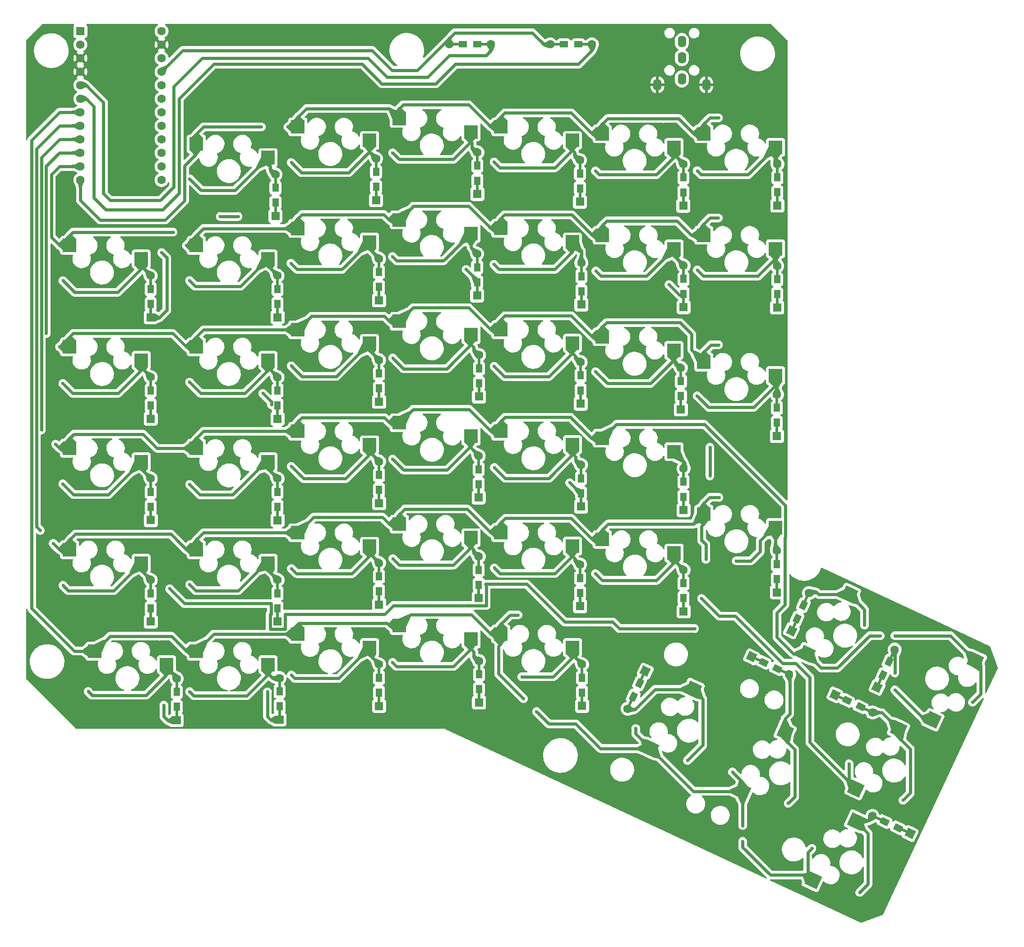
<source format=gtl>
G04 #@! TF.GenerationSoftware,KiCad,Pcbnew,7.0.0*
G04 #@! TF.CreationDate,2023-03-24T12:17:37+00:00*
G04 #@! TF.ProjectId,ErgoMaxReversible,4572676f-4d61-4785-9265-766572736962,rev?*
G04 #@! TF.SameCoordinates,Original*
G04 #@! TF.FileFunction,Copper,L1,Top*
G04 #@! TF.FilePolarity,Positive*
%FSLAX46Y46*%
G04 Gerber Fmt 4.6, Leading zero omitted, Abs format (unit mm)*
G04 Created by KiCad (PCBNEW 7.0.0) date 2023-03-24 12:17:37*
%MOMM*%
%LPD*%
G01*
G04 APERTURE LIST*
G04 Aperture macros list*
%AMRotRect*
0 Rectangle, with rotation*
0 The origin of the aperture is its center*
0 $1 length*
0 $2 width*
0 $3 Rotation angle, in degrees counterclockwise*
0 Add horizontal line*
21,1,$1,$2,0,0,$3*%
G04 Aperture macros list end*
G04 #@! TA.AperFunction,ComponentPad*
%ADD10O,1.600000X2.200000*%
G04 #@! TD*
G04 #@! TA.AperFunction,ComponentPad*
%ADD11R,1.600000X1.600000*%
G04 #@! TD*
G04 #@! TA.AperFunction,ComponentPad*
%ADD12C,1.600000*%
G04 #@! TD*
G04 #@! TA.AperFunction,SMDPad,CuDef*
%ADD13R,1.200000X1.600000*%
G04 #@! TD*
G04 #@! TA.AperFunction,SMDPad,CuDef*
%ADD14R,0.500000X2.900000*%
G04 #@! TD*
G04 #@! TA.AperFunction,SMDPad,CuDef*
%ADD15RotRect,1.600000X1.200000X335.000000*%
G04 #@! TD*
G04 #@! TA.AperFunction,SMDPad,CuDef*
%ADD16RotRect,2.900000X0.500000X335.000000*%
G04 #@! TD*
G04 #@! TA.AperFunction,ComponentPad*
%ADD17RotRect,1.600000X1.600000X335.000000*%
G04 #@! TD*
G04 #@! TA.AperFunction,SMDPad,CuDef*
%ADD18RotRect,1.600000X1.200000X155.000000*%
G04 #@! TD*
G04 #@! TA.AperFunction,SMDPad,CuDef*
%ADD19RotRect,2.900000X0.500000X155.000000*%
G04 #@! TD*
G04 #@! TA.AperFunction,ComponentPad*
%ADD20RotRect,1.600000X1.600000X155.000000*%
G04 #@! TD*
G04 #@! TA.AperFunction,SMDPad,CuDef*
%ADD21RotRect,1.600000X1.200000X65.000000*%
G04 #@! TD*
G04 #@! TA.AperFunction,SMDPad,CuDef*
%ADD22RotRect,2.900000X0.500000X65.000000*%
G04 #@! TD*
G04 #@! TA.AperFunction,ComponentPad*
%ADD23RotRect,1.600000X1.600000X65.000000*%
G04 #@! TD*
G04 #@! TA.AperFunction,SMDPad,CuDef*
%ADD24RotRect,1.600000X1.200000X245.000000*%
G04 #@! TD*
G04 #@! TA.AperFunction,SMDPad,CuDef*
%ADD25RotRect,2.900000X0.500000X245.000000*%
G04 #@! TD*
G04 #@! TA.AperFunction,ComponentPad*
%ADD26RotRect,1.600000X1.600000X245.000000*%
G04 #@! TD*
G04 #@! TA.AperFunction,SMDPad,CuDef*
%ADD27R,1.500000X1.200000*%
G04 #@! TD*
G04 #@! TA.AperFunction,SMDPad,CuDef*
%ADD28R,2.900000X0.500000*%
G04 #@! TD*
G04 #@! TA.AperFunction,SMDPad,CuDef*
%ADD29R,2.550000X2.500000*%
G04 #@! TD*
G04 #@! TA.AperFunction,SMDPad,CuDef*
%ADD30RotRect,2.550000X2.500000X65.000000*%
G04 #@! TD*
G04 #@! TA.AperFunction,SMDPad,CuDef*
%ADD31RotRect,2.550000X2.500000X245.000000*%
G04 #@! TD*
G04 #@! TA.AperFunction,ViaPad*
%ADD32C,0.609600*%
G04 #@! TD*
G04 #@! TA.AperFunction,Conductor*
%ADD33C,0.600000*%
G04 #@! TD*
G04 APERTURE END LIST*
D10*
X229029199Y-47444199D03*
X238229199Y-47444199D03*
X233629199Y-46344199D03*
X233629199Y-42344199D03*
X233629199Y-39344199D03*
D11*
X120729659Y-37378639D03*
D12*
X120729660Y-39918640D03*
X120729660Y-42458640D03*
X120729660Y-44998640D03*
X120729660Y-47538640D03*
X120729660Y-50078640D03*
X120729660Y-52618640D03*
X120729660Y-55158640D03*
X120729660Y-57698640D03*
X120729660Y-60238640D03*
X120729660Y-62778640D03*
X120729660Y-65318640D03*
X135969660Y-65318640D03*
X135969660Y-62778640D03*
X135969660Y-60238640D03*
X135969660Y-57698640D03*
X135969660Y-55158640D03*
X135969660Y-52618640D03*
X135969660Y-50078640D03*
X135969660Y-47538640D03*
X135969660Y-44998640D03*
X135969660Y-42458640D03*
X135969660Y-39918640D03*
X135969660Y-37378640D03*
D13*
X251513339Y-86779559D03*
D14*
X251513339Y-87879559D03*
D11*
X251513339Y-89279559D03*
D12*
X251513340Y-81479560D03*
D14*
X251513339Y-82879559D03*
D13*
X251513339Y-83979559D03*
X133939240Y-107653065D03*
D14*
X133939240Y-108753065D03*
D11*
X133939240Y-110153065D03*
D12*
X133939241Y-102353066D03*
D14*
X133939240Y-103753065D03*
D13*
X133939240Y-104853065D03*
X157740020Y-107662665D03*
D14*
X157740020Y-108762665D03*
D11*
X157740020Y-110162665D03*
D12*
X157740021Y-102362666D03*
D14*
X157740020Y-103762665D03*
D13*
X157740020Y-104862665D03*
X176788760Y-104461945D03*
D14*
X176788760Y-105561945D03*
D11*
X176788760Y-106961945D03*
D12*
X176788761Y-99161946D03*
D14*
X176788760Y-100561945D03*
D13*
X176788760Y-101661945D03*
X195564759Y-103497839D03*
D14*
X195564759Y-104597839D03*
D11*
X195564759Y-105997839D03*
D12*
X195564760Y-98197840D03*
D14*
X195564759Y-99597839D03*
D13*
X195564759Y-100697839D03*
X214635079Y-104821179D03*
D14*
X214635079Y-105921179D03*
D11*
X214635079Y-107321179D03*
D12*
X214635080Y-99521180D03*
D14*
X214635079Y-100921179D03*
D13*
X214635079Y-102021179D03*
X251472699Y-110901939D03*
D14*
X251472699Y-112001939D03*
D11*
X251472699Y-113401939D03*
D12*
X251472700Y-105601940D03*
D14*
X251472699Y-107001939D03*
D13*
X251472699Y-108101939D03*
X176225199Y-66622119D03*
D14*
X176225199Y-67722119D03*
D11*
X176225199Y-69122119D03*
D12*
X176225200Y-61322120D03*
D14*
X176225199Y-62722119D03*
D13*
X176225199Y-63822119D03*
X233453939Y-105903219D03*
D14*
X233453939Y-107003219D03*
D11*
X233453939Y-108403219D03*
D12*
X233453940Y-100603220D03*
D14*
X233453939Y-102003219D03*
D13*
X233453939Y-103103219D03*
X157350459Y-69581219D03*
D14*
X157350459Y-70681219D03*
D11*
X157350459Y-72081219D03*
D12*
X157350460Y-64281220D03*
D14*
X157350459Y-65681219D03*
D13*
X157350459Y-66781219D03*
X214767159Y-86208059D03*
D14*
X214767159Y-87308059D03*
D11*
X214767159Y-88708059D03*
D12*
X214767160Y-80908060D03*
D14*
X214767159Y-82308059D03*
D13*
X214767159Y-83408059D03*
X233954160Y-86702845D03*
D14*
X233954160Y-87802845D03*
D11*
X233954160Y-89202845D03*
D12*
X233954161Y-81402846D03*
D14*
X233954160Y-82802845D03*
D13*
X233954160Y-83902845D03*
D15*
X274207070Y-186969245D03*
D16*
X275204008Y-187434125D03*
D17*
X276472839Y-188025790D03*
D12*
X269403640Y-184729369D03*
D16*
X270672470Y-185321033D03*
D15*
X271669408Y-185785913D03*
D13*
X195191379Y-84508799D03*
D14*
X195191379Y-85608799D03*
D11*
X195191379Y-87008799D03*
D12*
X195191380Y-79208800D03*
D14*
X195191379Y-80608799D03*
D13*
X195191379Y-81708799D03*
X176791260Y-85419965D03*
D14*
X176791260Y-86519965D03*
D11*
X176791260Y-87919965D03*
D12*
X176791261Y-80119966D03*
D14*
X176791260Y-81519965D03*
D13*
X176791260Y-82619965D03*
X157741260Y-88609965D03*
D14*
X157741260Y-89709965D03*
D11*
X157741260Y-91109965D03*
D12*
X157741261Y-83309966D03*
D14*
X157741260Y-84709965D03*
D13*
X157741260Y-85809965D03*
X133935840Y-88609965D03*
D14*
X133935840Y-89709965D03*
D11*
X133935840Y-91109965D03*
D12*
X133935841Y-83309966D03*
D14*
X133935840Y-84709965D03*
D13*
X133935840Y-85809965D03*
X251559059Y-67635579D03*
D14*
X251559059Y-68735579D03*
D11*
X251559059Y-70135579D03*
D12*
X251559060Y-62335580D03*
D14*
X251559059Y-63735579D03*
D13*
X251559059Y-64835579D03*
X233911911Y-67652965D03*
D14*
X233911911Y-68752965D03*
D11*
X233911911Y-70152965D03*
D12*
X233911912Y-62352966D03*
D14*
X233911911Y-63752965D03*
D13*
X233911911Y-64852965D03*
X214495379Y-66904059D03*
D14*
X214495379Y-68004059D03*
D11*
X214495379Y-69404059D03*
D12*
X214495380Y-61604060D03*
D14*
X214495379Y-63004059D03*
D13*
X214495379Y-64104059D03*
X195252339Y-65448639D03*
D14*
X195252339Y-66548639D03*
D11*
X195252339Y-67948639D03*
D12*
X195252340Y-60148640D03*
D14*
X195252339Y-61548639D03*
D13*
X195252339Y-62648639D03*
X214523319Y-142844979D03*
D14*
X214523319Y-143944979D03*
D11*
X214523319Y-145344979D03*
D12*
X214523320Y-137544980D03*
D14*
X214523319Y-138944979D03*
D13*
X214523319Y-140044979D03*
D18*
X248971968Y-155897733D03*
D19*
X247975030Y-155432853D03*
D20*
X246706199Y-154841188D03*
D12*
X253775400Y-158137611D03*
D19*
X252506568Y-157545945D03*
D18*
X251509630Y-157081065D03*
D13*
X233954160Y-143829325D03*
D14*
X233954160Y-144929325D03*
D11*
X233954160Y-146329325D03*
D12*
X233954161Y-138529326D03*
D14*
X233954160Y-139929325D03*
D13*
X233954160Y-141029325D03*
X251475239Y-140254179D03*
D14*
X251475239Y-141354179D03*
D11*
X251475239Y-142754179D03*
D12*
X251475240Y-134954180D03*
D14*
X251475239Y-136354179D03*
D13*
X251475239Y-137454179D03*
D18*
X264618368Y-163052913D03*
D19*
X263621430Y-162588033D03*
D20*
X262352599Y-161996368D03*
D12*
X269421800Y-165292791D03*
D19*
X268152968Y-164701125D03*
D18*
X267156030Y-164236245D03*
D13*
X138810999Y-164249559D03*
D14*
X138810999Y-165349559D03*
D11*
X138810999Y-166749559D03*
D12*
X138811000Y-158949560D03*
D14*
X138810999Y-160349559D03*
D13*
X138810999Y-161449559D03*
X158122619Y-164137799D03*
D14*
X158122619Y-165237799D03*
D11*
X158122619Y-166637799D03*
D12*
X158122620Y-158837800D03*
D14*
X158122619Y-160237799D03*
D13*
X158122619Y-161337799D03*
X176804160Y-161589325D03*
D14*
X176804160Y-162689325D03*
D11*
X176804160Y-164089325D03*
D12*
X176804161Y-156289326D03*
D14*
X176804160Y-157689325D03*
D13*
X176804160Y-158789325D03*
X195559679Y-160947559D03*
D14*
X195559679Y-162047559D03*
D11*
X195559679Y-163447559D03*
D12*
X195559680Y-155647560D03*
D14*
X195559679Y-157047559D03*
D13*
X195559679Y-158147559D03*
X214904160Y-161569325D03*
D14*
X214904160Y-162669325D03*
D11*
X214904160Y-164069325D03*
D12*
X214904161Y-156269326D03*
D14*
X214904160Y-157669325D03*
D13*
X214904160Y-158769325D03*
D21*
X225699165Y-159800188D03*
D22*
X226164045Y-158803250D03*
D23*
X226755710Y-157534419D03*
D12*
X223459289Y-164603620D03*
D22*
X224050953Y-163334788D03*
D21*
X224515833Y-162337850D03*
D13*
X157745760Y-126701365D03*
D14*
X157745760Y-127801365D03*
D11*
X157745760Y-129201365D03*
D12*
X157745761Y-121401366D03*
D14*
X157745760Y-122801365D03*
D13*
X157745760Y-123901365D03*
X176804160Y-123509565D03*
D14*
X176804160Y-124609565D03*
D11*
X176804160Y-126009565D03*
D12*
X176804161Y-118209566D03*
D14*
X176804160Y-119609565D03*
D13*
X176804160Y-120709565D03*
X133949560Y-126693165D03*
D14*
X133949560Y-127793165D03*
D11*
X133949560Y-129193165D03*
D12*
X133949561Y-121393166D03*
D14*
X133949560Y-122793165D03*
D13*
X133949560Y-123893165D03*
X195513959Y-141320979D03*
D14*
X195513959Y-142420979D03*
D11*
X195513959Y-143820979D03*
D12*
X195513960Y-136020980D03*
D14*
X195513959Y-137420979D03*
D13*
X195513959Y-138520979D03*
X176804160Y-142559325D03*
D14*
X176804160Y-143659325D03*
D11*
X176804160Y-145059325D03*
D12*
X176804161Y-137259326D03*
D14*
X176804160Y-138659325D03*
D13*
X176804160Y-139759325D03*
X157754160Y-145739325D03*
D14*
X157754160Y-146839325D03*
D11*
X157754160Y-148239325D03*
D12*
X157754161Y-140439326D03*
D14*
X157754160Y-141839325D03*
D13*
X157754160Y-142939325D03*
X133944160Y-145739325D03*
D14*
X133944160Y-146839325D03*
D11*
X133944160Y-148239325D03*
D12*
X133944161Y-140439326D03*
D14*
X133944160Y-141839325D03*
D13*
X133944160Y-142939325D03*
D24*
X271325493Y-158314490D03*
D25*
X270860613Y-159311428D03*
D26*
X270268948Y-160580259D03*
D12*
X273565371Y-153511060D03*
D25*
X272973705Y-154779890D03*
D24*
X272508825Y-155776828D03*
X255259993Y-147684590D03*
D25*
X254795113Y-148681528D03*
D26*
X254203448Y-149950359D03*
D12*
X257499871Y-142881160D03*
D25*
X256908205Y-144149990D03*
D24*
X256443325Y-145146928D03*
D13*
X233954160Y-124800165D03*
D14*
X233954160Y-125900165D03*
D11*
X233954160Y-127300165D03*
D12*
X233954161Y-119500166D03*
D14*
X233954160Y-120900165D03*
D13*
X233954160Y-122000165D03*
X214703659Y-124132799D03*
D14*
X214703659Y-125232799D03*
D11*
X214703659Y-126632799D03*
D12*
X214703660Y-118832800D03*
D14*
X214703659Y-120232799D03*
D13*
X214703659Y-121332799D03*
X195493639Y-122433539D03*
D14*
X195493639Y-123533539D03*
D11*
X195493639Y-124933539D03*
D12*
X195493640Y-117133540D03*
D14*
X195493639Y-118533539D03*
D13*
X195493639Y-119633539D03*
D27*
X214195919Y-39875459D03*
D28*
X215345919Y-39875459D03*
D12*
X216745920Y-39875460D03*
X208945920Y-39875460D03*
D28*
X210345919Y-39875459D03*
D27*
X211495919Y-39875459D03*
X195257679Y-39875459D03*
D28*
X196407679Y-39875459D03*
D12*
X197807680Y-39875460D03*
X190007680Y-39875460D03*
D28*
X191407679Y-39875459D03*
D27*
X192557679Y-39875459D03*
D29*
X155957099Y-80150639D03*
X142507099Y-77610639D03*
X213119999Y-153109999D03*
X199669999Y-150569999D03*
X194052699Y-75355079D03*
X180602699Y-72815079D03*
X251219999Y-102055639D03*
X237769999Y-99515639D03*
X232127599Y-97296039D03*
X218677599Y-94756039D03*
X213094599Y-76947419D03*
X199644599Y-74407419D03*
X213094439Y-95985259D03*
X199644439Y-93445259D03*
X194049039Y-94399539D03*
X180599039Y-91859539D03*
X175004599Y-96002619D03*
X161554599Y-93462619D03*
X155955859Y-99203339D03*
X142505859Y-96663339D03*
X132155079Y-99193739D03*
X118705079Y-96653739D03*
X251219999Y-78235939D03*
X237769999Y-75695939D03*
X232169999Y-78243519D03*
X218719999Y-75703519D03*
X251219999Y-59195639D03*
X237769999Y-56655639D03*
X175007099Y-76960639D03*
X161557099Y-74420639D03*
X232127750Y-59193639D03*
X218677750Y-56653639D03*
X175009999Y-57907039D03*
X161559999Y-55367039D03*
X132151679Y-80150639D03*
X118701679Y-77610639D03*
X213119999Y-134069999D03*
X199669999Y-131529999D03*
D30*
X266259399Y-185707311D03*
X258273161Y-196823701D03*
X253031528Y-168982711D03*
X245045290Y-180099101D03*
X235760884Y-160964531D03*
X227774646Y-172080921D03*
D29*
X175019999Y-134099999D03*
X161569999Y-131559999D03*
X155959999Y-61113639D03*
X142509999Y-58573639D03*
X194069999Y-113447239D03*
X180619999Y-110907239D03*
X175019999Y-153129999D03*
X161569999Y-150589999D03*
X155969999Y-156329999D03*
X142519999Y-153789999D03*
X136919999Y-156329999D03*
X123469999Y-153789999D03*
D30*
X274292253Y-168467679D03*
X266306015Y-179584069D03*
D29*
X194069999Y-151529999D03*
X180619999Y-148989999D03*
X251219999Y-130609999D03*
X237769999Y-128069999D03*
X232169999Y-135369999D03*
X218719999Y-132829999D03*
X132165399Y-118233839D03*
X118715399Y-115693839D03*
X194069999Y-132489999D03*
X180619999Y-129949999D03*
X155969999Y-137279999D03*
X142519999Y-134739999D03*
X132159999Y-137279999D03*
X118709999Y-134739999D03*
D31*
X280726232Y-166690268D03*
X288712470Y-155573878D03*
D30*
X265083342Y-143152519D03*
X257097104Y-154268909D03*
D29*
X232169999Y-116340839D03*
X218719999Y-113800839D03*
X213119999Y-115029999D03*
X199669999Y-112489999D03*
X175019999Y-115050239D03*
X161569999Y-112510239D03*
X155961599Y-118242039D03*
X142511599Y-115702039D03*
X194049999Y-56309639D03*
X180599999Y-53769639D03*
X213089999Y-57893639D03*
X199639999Y-55353639D03*
D32*
X156582855Y-107505500D03*
X150324820Y-72181220D03*
X155851860Y-161432240D03*
X146987260Y-72181220D03*
X154978100Y-105392220D03*
X195191380Y-84168925D03*
X193133980Y-82111525D03*
X212577680Y-122162845D03*
X214703660Y-124288825D03*
X238887000Y-120867327D03*
X238887000Y-115493800D03*
X233195515Y-86944200D03*
X231208580Y-84957265D03*
X136400540Y-163918900D03*
X135991600Y-78950820D03*
X236016800Y-149555200D03*
X137492740Y-142064740D03*
X159685000Y-55367040D03*
X192783460Y-51186080D03*
X230177340Y-53797200D03*
X173713140Y-51919640D03*
X240489740Y-53672740D03*
X211825840Y-52727860D03*
X154683460Y-55367040D03*
X130878580Y-75115420D03*
X138136880Y-75115420D03*
X154663140Y-74420640D03*
X230888540Y-73025000D03*
X211790280Y-71871840D03*
X192803780Y-70236080D03*
X173720760Y-71810880D03*
X140632100Y-77610640D03*
X240451640Y-72438260D03*
X173713140Y-90929460D03*
X130853180Y-94137480D03*
X192722500Y-89301320D03*
X116830080Y-96653740D03*
X211808060Y-90827860D03*
X230847900Y-92095320D03*
X154658060Y-93462620D03*
X114322860Y-94146520D03*
X240504980Y-96266000D03*
X230908860Y-111211360D03*
X154691080Y-112510240D03*
X211833460Y-109860080D03*
X116084100Y-114937540D03*
X270878300Y-150888700D03*
X288186217Y-163352480D03*
X113405920Y-112259360D03*
X173736000Y-109966760D03*
X273608800Y-150888700D03*
X130883660Y-113050320D03*
X192798700Y-108381800D03*
X130881120Y-131805680D03*
X238150400Y-136550400D03*
X192763140Y-127106680D03*
X237325199Y-143891000D03*
X240591340Y-124919740D03*
X211853780Y-128846580D03*
X113209800Y-131114800D03*
X173751240Y-128638300D03*
X115635500Y-133540500D03*
X265005820Y-174945040D03*
X154693620Y-131560000D03*
X230883460Y-129920000D03*
X173819820Y-148510199D03*
X192768220Y-146910199D03*
X258038600Y-190807340D03*
X243113560Y-176463960D03*
X245045291Y-186537600D03*
X206354680Y-165133020D03*
X224962720Y-168313100D03*
X154660600Y-150590000D03*
X203906120Y-162684460D03*
X202874880Y-146992340D03*
X135661400Y-150990300D03*
X245045291Y-189509400D03*
X141246860Y-65107820D03*
X160307020Y-62039500D03*
X268986000Y-156718000D03*
X279400000Y-157480000D03*
X279146000Y-163322000D03*
X263906000Y-140716000D03*
X278384000Y-148590000D03*
X271780000Y-144780000D03*
X179349400Y-60233560D03*
X198386700Y-61940440D03*
X217398600Y-63614300D03*
X236507020Y-63583820D03*
X117464840Y-84239100D03*
X141226540Y-84201000D03*
X160248600Y-80942180D03*
X179308760Y-79692500D03*
X198358760Y-81170780D03*
X217477340Y-82389980D03*
X236524800Y-82212180D03*
X117459760Y-103538020D03*
X141224000Y-103273860D03*
X160312100Y-100210620D03*
X179357020Y-98734880D03*
X198394320Y-100299520D03*
X217424000Y-101307900D03*
X236501940Y-105846880D03*
X117434360Y-122364500D03*
X141234160Y-122478800D03*
X160307020Y-119090440D03*
X179349400Y-117731540D03*
X198422260Y-119298720D03*
X267909040Y-148882100D03*
X273607633Y-161050891D03*
X273607633Y-157866080D03*
X117469920Y-141434820D03*
X141241780Y-141287500D03*
X160334960Y-138267440D03*
X179379880Y-136405620D03*
X198437500Y-138153140D03*
X217406220Y-139225020D03*
X243829840Y-136829800D03*
X275135340Y-181775100D03*
X122212100Y-161358580D03*
X141249400Y-161383980D03*
X160314640Y-158267400D03*
X179326540Y-155897580D03*
X203586080Y-158605220D03*
X234683300Y-174304960D03*
X253588520Y-182346600D03*
X267004800Y-199072500D03*
D33*
X156582855Y-107505500D02*
X156582855Y-106996975D01*
X150324820Y-72181220D02*
X146987260Y-72181220D01*
X156522620Y-166737800D02*
X158122620Y-166737800D01*
X155851860Y-161432240D02*
X155851860Y-166067040D01*
X155851860Y-166067040D02*
X156522620Y-166737800D01*
X156582855Y-106996975D02*
X154978100Y-105392220D01*
X195191380Y-84168925D02*
X193133980Y-82111525D01*
X214703660Y-124288825D02*
X212577680Y-122162845D01*
X233195515Y-86944200D02*
X231208580Y-84957265D01*
X238887000Y-115493800D02*
X238887000Y-120867327D01*
X137211000Y-166849560D02*
X138811000Y-166849560D01*
X136956800Y-79916020D02*
X135991600Y-78950820D01*
X135991600Y-90754207D02*
X135991600Y-90754200D01*
X133935841Y-91209966D02*
X135535841Y-91209966D01*
X136956800Y-89789000D02*
X136956800Y-79916020D01*
X136400540Y-166039100D02*
X136400540Y-163918900D01*
X135991600Y-90754200D02*
X136956800Y-89789000D01*
X136400540Y-166039100D02*
X137211000Y-166849560D01*
X135535841Y-91209966D02*
X135991600Y-90754207D01*
X211622640Y-148300440D02*
X210718400Y-147396200D01*
X179447307Y-145225780D02*
X177838561Y-146834526D01*
X156349361Y-149644126D02*
X156349361Y-146834526D01*
X236016800Y-149555200D02*
X221894400Y-149555200D01*
X208912460Y-145595340D02*
X208904840Y-145595340D01*
X221894400Y-149545040D02*
X220649800Y-148300440D01*
X137886440Y-142471140D02*
X137492740Y-142064740D01*
X156349361Y-146834526D02*
X156549361Y-146834526D01*
X204520800Y-141211300D02*
X196718760Y-141211300D01*
X156549361Y-146834526D02*
X156549361Y-144856200D01*
X196918760Y-145225780D02*
X179447307Y-145225780D01*
X159158961Y-146834526D02*
X159158961Y-149644126D01*
X177838561Y-146834526D02*
X159158961Y-146834526D01*
X221894400Y-149555200D02*
X221894400Y-149545040D01*
X140271500Y-144856200D02*
X137886440Y-142471140D01*
X159158961Y-149644126D02*
X156349361Y-149644126D01*
X220649800Y-148300440D02*
X211622640Y-148300440D01*
X210713320Y-147396200D02*
X208912460Y-145595340D01*
X210718400Y-147396200D02*
X210713320Y-147396200D01*
X208904840Y-145595340D02*
X204520800Y-141211300D01*
X196918760Y-141411300D02*
X196918760Y-145225780D01*
X196718760Y-141211300D02*
X196918760Y-141411300D01*
X156549361Y-144856200D02*
X140271500Y-144856200D01*
X211825840Y-52727860D02*
X210627008Y-52727860D01*
X192783460Y-51186080D02*
X181333560Y-51186080D01*
X173713140Y-51919640D02*
X178725000Y-51919640D01*
X230177340Y-53797200D02*
X219684191Y-53797200D01*
X159685000Y-55367040D02*
X161560000Y-55367040D01*
X216802751Y-56653640D02*
X218677751Y-56653640D01*
X199640000Y-55353640D02*
X197765000Y-55353640D01*
X120731280Y-66451630D02*
X120731280Y-69108320D01*
X219684191Y-53797200D02*
X218677751Y-54803640D01*
X120731280Y-69108320D02*
X124437140Y-72814180D01*
X161560000Y-53517040D02*
X163157400Y-51919640D01*
X240489740Y-53672740D02*
X238902900Y-53672740D01*
X142510000Y-56723640D02*
X143866600Y-55367040D01*
X180600000Y-51919640D02*
X180600000Y-53769640D01*
X238902900Y-53672740D02*
X237770000Y-54805640D01*
X218677751Y-54803640D02*
X218677751Y-56653640D01*
X235895000Y-56655640D02*
X237770000Y-56655640D01*
X199640000Y-53503640D02*
X199640000Y-55353640D01*
X210627008Y-52727860D02*
X210620088Y-52734780D01*
X181333560Y-51186080D02*
X180600000Y-51919640D01*
X233033209Y-53798109D02*
X230452408Y-53798109D01*
X213422950Y-53270870D02*
X212879940Y-52727860D01*
X230451499Y-53797200D02*
X230177340Y-53797200D01*
X140281660Y-62651980D02*
X142510000Y-60423640D01*
X197765000Y-55353640D02*
X193597440Y-51186080D01*
X142510000Y-60423640D02*
X142510000Y-58573640D01*
X120729660Y-65318640D02*
X120729660Y-66450010D01*
X212879940Y-52727860D02*
X211825840Y-52727860D01*
X178725000Y-51919640D02*
X180575000Y-53769640D01*
X124437140Y-72814180D02*
X136679940Y-72814180D01*
X210620088Y-52734780D02*
X210613168Y-52727860D01*
X233813199Y-54573839D02*
X233808939Y-54573839D01*
X143866600Y-55367040D02*
X154683460Y-55367040D01*
X210613168Y-52727860D02*
X200415780Y-52727860D01*
X193597440Y-51186080D02*
X192783460Y-51186080D01*
X230452408Y-53798109D02*
X230451499Y-53797200D01*
X140281660Y-69212460D02*
X140281660Y-62651980D01*
X136679940Y-72814180D02*
X140281660Y-69212460D01*
X233813199Y-54573839D02*
X235895000Y-56655640D01*
X120729660Y-66450010D02*
X120731280Y-66451630D01*
X213422950Y-53273839D02*
X216802751Y-56653640D01*
X213422950Y-53273839D02*
X213422950Y-53270870D01*
X233808939Y-54573839D02*
X233033209Y-53798109D01*
X163157400Y-51919640D02*
X173713140Y-51919640D01*
X200415780Y-52727860D02*
X199640000Y-53503640D01*
X161560000Y-55367040D02*
X161560000Y-53517040D01*
X237770000Y-54805640D02*
X237770000Y-56655640D01*
X142510000Y-58573640D02*
X142510000Y-56723640D01*
X230888540Y-73025000D02*
X219548520Y-73025000D01*
X211790280Y-71871840D02*
X200330180Y-71871840D01*
X192803780Y-70236080D02*
X183206700Y-70236080D01*
X173720760Y-71810880D02*
X162316860Y-71810880D01*
X130878580Y-75115420D02*
X119346900Y-75115420D01*
X138136880Y-75115420D02*
X130878580Y-75115420D01*
X115285520Y-73728580D02*
X115282980Y-73726040D01*
X162316860Y-71810880D02*
X161557100Y-72570640D01*
X237770000Y-75695940D02*
X235439080Y-75695940D01*
X115285520Y-76069480D02*
X115285520Y-73728580D01*
X142507100Y-77610640D02*
X142507100Y-75760640D01*
X197769600Y-74407420D02*
X193598260Y-70236080D01*
X143847100Y-74420640D02*
X154663140Y-74420640D01*
X115282980Y-64293950D02*
X116798290Y-62778640D01*
X237770000Y-73578120D02*
X237770000Y-75695940D01*
X115282980Y-73726040D02*
X115282980Y-64293950D01*
X161557100Y-72570640D02*
X161557100Y-74420640D01*
X200330180Y-71871840D02*
X199644600Y-72557420D01*
X142507100Y-75760640D02*
X143847100Y-74420640D01*
X199644600Y-72557420D02*
X199644600Y-74407420D01*
X235439080Y-75695940D02*
X232768140Y-73025000D01*
X232768140Y-73025000D02*
X230888540Y-73025000D01*
X219548520Y-73025000D02*
X218720000Y-73853520D01*
X178727700Y-72815080D02*
X177723500Y-71810880D01*
X216845000Y-75703520D02*
X213013320Y-71871840D01*
X238909860Y-72438260D02*
X237770000Y-73578120D01*
X180602700Y-72815080D02*
X178727700Y-72815080D01*
X116798290Y-62778640D02*
X120729660Y-62778640D01*
X116826680Y-77610640D02*
X115285520Y-76069480D01*
X118701680Y-77610640D02*
X116826680Y-77610640D01*
X240451640Y-72438260D02*
X238909860Y-72438260D01*
X154663140Y-74420640D02*
X161557100Y-74420640D01*
X213013320Y-71871840D02*
X211790280Y-71871840D01*
X118701680Y-75760640D02*
X118701680Y-77610640D01*
X177723500Y-71810880D02*
X173720760Y-71810880D01*
X119346900Y-75115420D02*
X118701680Y-75760640D01*
X218720000Y-75703520D02*
X216845000Y-75703520D01*
X199644600Y-74407420D02*
X197769600Y-74407420D01*
X183206700Y-70236080D02*
X180627700Y-72815080D01*
X218720000Y-73853520D02*
X218720000Y-75703520D01*
X142507100Y-77610640D02*
X140632100Y-77610640D01*
X193598260Y-70236080D02*
X192803780Y-70236080D01*
X230847900Y-92095320D02*
X219488320Y-92095320D01*
X211808060Y-90827860D02*
X200411840Y-90827860D01*
X192722500Y-89301320D02*
X183182260Y-89301320D01*
X173713140Y-90929460D02*
X164112760Y-90929460D01*
X130853180Y-94137480D02*
X119371340Y-94137480D01*
X114322860Y-94146520D02*
X114322860Y-89857580D01*
X119371340Y-94137480D02*
X118705080Y-94803740D01*
X216802600Y-94756040D02*
X212874420Y-90827860D01*
X118705080Y-96653740D02*
X116830080Y-96653740D01*
X177793960Y-90929460D02*
X173713140Y-90929460D01*
X142505860Y-96663340D02*
X142505860Y-94813340D01*
X142505860Y-94813340D02*
X143856580Y-93462620D01*
X140630860Y-96663340D02*
X138105000Y-94137480D01*
X235480860Y-94267020D02*
X233309160Y-92095320D01*
X197769440Y-93445260D02*
X193625500Y-89301320D01*
X233309160Y-92095320D02*
X230847900Y-92095320D01*
X116798290Y-60238640D02*
X120729660Y-60238640D01*
X142505860Y-96663340D02*
X140630860Y-96663340D01*
X193625500Y-89301320D02*
X192722500Y-89301320D01*
X114327940Y-89852500D02*
X114327940Y-62708990D01*
X237770000Y-97624300D02*
X237770000Y-99515640D01*
X118705080Y-94803740D02*
X118705080Y-96653740D01*
X200411840Y-90827860D02*
X199644440Y-91595260D01*
X219488320Y-92095320D02*
X218677600Y-92906040D01*
X143856580Y-93462620D02*
X154658060Y-93462620D01*
X199644440Y-91595260D02*
X199644440Y-93445260D01*
X138105000Y-94137480D02*
X130853180Y-94137480D01*
X212874420Y-90827860D02*
X211808060Y-90827860D01*
X237770000Y-99502560D02*
X235480860Y-97213420D01*
X114327940Y-62708990D02*
X116798290Y-60238640D01*
X218677600Y-92906040D02*
X218677600Y-94756040D01*
X218677600Y-94756040D02*
X216802600Y-94756040D01*
X199644440Y-93445260D02*
X197769440Y-93445260D01*
X154658060Y-93462620D02*
X161554600Y-93462620D01*
X239128300Y-96266000D02*
X237770000Y-97624300D01*
X235480860Y-97213420D02*
X235480860Y-94267020D01*
X183182260Y-89301320D02*
X180624040Y-91859540D01*
X164112760Y-90929460D02*
X161579600Y-93462620D01*
X178724040Y-91859540D02*
X177793960Y-90929460D01*
X114322860Y-89857580D02*
X114327940Y-89852500D01*
X180599040Y-91859540D02*
X178724040Y-91859540D01*
X240504980Y-96266000D02*
X239128300Y-96266000D01*
X230908860Y-111211360D02*
X221334480Y-111211360D01*
X211833460Y-109860080D02*
X200449920Y-109860080D01*
X192798700Y-108381800D02*
X183170440Y-108381800D01*
X173736000Y-109966760D02*
X162263480Y-109966760D01*
X154691080Y-112510240D02*
X143853400Y-112510240D01*
X130883660Y-113050320D02*
X119508920Y-113050320D01*
X113405920Y-112259360D02*
X113405920Y-108963460D01*
X270878300Y-150888700D02*
X268892839Y-150888700D01*
X199670000Y-110640000D02*
X199670000Y-112490000D01*
X251460000Y-151130000D02*
X254598910Y-154268910D01*
X180620000Y-110907240D02*
X178745000Y-110907240D01*
X118715400Y-115693840D02*
X116840400Y-115693840D01*
X262826298Y-156955241D02*
X259783436Y-156955241D01*
X199670000Y-112490000D02*
X197780660Y-112490000D01*
X284954220Y-151815628D02*
X284954220Y-151807420D01*
X253099800Y-132340325D02*
X252975325Y-132464800D01*
X258108423Y-155280228D02*
X257097105Y-154268910D01*
X161570000Y-110660240D02*
X161570000Y-112510240D01*
X193672460Y-108381800D02*
X192798700Y-108381800D01*
X132504180Y-113050320D02*
X130883660Y-113050320D01*
X113404180Y-61092750D02*
X116798290Y-57698640D01*
X254598910Y-154268910D02*
X257097105Y-154268910D01*
X178745000Y-110907240D02*
X177804520Y-109966760D01*
X197780660Y-112490000D02*
X193672460Y-108381800D01*
X221334480Y-111211360D02*
X218745000Y-113800840D01*
X252975325Y-132464800D02*
X252975325Y-145042675D01*
X284035500Y-150888700D02*
X273608800Y-150888700D01*
X268892839Y-150888700D02*
X262826298Y-156955241D01*
X259783436Y-156955241D02*
X258108423Y-155280228D01*
X252975325Y-145042675D02*
X251460000Y-146558000D01*
X142511600Y-113852040D02*
X142511600Y-115702040D01*
X212745320Y-109860080D02*
X211833460Y-109860080D01*
X113405920Y-108963460D02*
X113404180Y-108961720D01*
X116798290Y-57698640D02*
X120729660Y-57698640D01*
X143853400Y-112510240D02*
X142511600Y-113852040D01*
X288712471Y-155573879D02*
X284954220Y-151815628D01*
X161570000Y-112510240D02*
X154691080Y-112510240D01*
X200449920Y-109860080D02*
X199670000Y-110640000D01*
X162263480Y-109966760D02*
X161570000Y-110660240D01*
X113404180Y-108961720D02*
X113404180Y-61092750D01*
X183170440Y-108381800D02*
X180645000Y-110907240D01*
X289723789Y-161814908D02*
X288186217Y-163352480D01*
X253099800Y-126432358D02*
X253099800Y-132340325D01*
X135155900Y-115702040D02*
X132504180Y-113050320D01*
X216686080Y-113800840D02*
X212745320Y-109860080D01*
X251460000Y-146558000D02*
X251460000Y-151130000D01*
X284954220Y-151807420D02*
X284035500Y-150888700D01*
X237878802Y-111211360D02*
X253099800Y-126432358D01*
X289723789Y-156585197D02*
X289723789Y-161814908D01*
X119508920Y-113050320D02*
X118715400Y-113843840D01*
X142511600Y-115702040D02*
X135155900Y-115702040D01*
X230908860Y-111211360D02*
X237878802Y-111211360D01*
X116840400Y-115693840D02*
X116084100Y-114937540D01*
X288712471Y-155573879D02*
X289723789Y-156585197D01*
X177804520Y-109966760D02*
X173736000Y-109966760D01*
X118715400Y-113843840D02*
X118715400Y-115693840D01*
X218720000Y-113800840D02*
X216686080Y-113800840D01*
X230883460Y-129920000D02*
X235895000Y-129920000D01*
X211853780Y-128846580D02*
X200503420Y-128846580D01*
X192763140Y-127106680D02*
X181613320Y-127106680D01*
X173751240Y-128638300D02*
X164516700Y-128638300D01*
X154693620Y-131560000D02*
X143850000Y-131560000D01*
X130881120Y-131805680D02*
X119794320Y-131805680D01*
X113209800Y-131114800D02*
X112501680Y-130406680D01*
X138565199Y-132657159D02*
X137713720Y-131805680D01*
X254990600Y-156083000D02*
X252552200Y-156083000D01*
X238871760Y-124912120D02*
X237770000Y-126013880D01*
X178271059Y-129480199D02*
X177429160Y-128638300D01*
X199670000Y-129680000D02*
X199670000Y-131530000D01*
X216845000Y-132830000D02*
X213465199Y-129450199D01*
X161570000Y-131560000D02*
X154693620Y-131560000D01*
X177429160Y-128638300D02*
X173751240Y-128638300D01*
X265005820Y-178283874D02*
X266306016Y-179584070D01*
X218720000Y-130980000D02*
X219780000Y-129920000D01*
X164516700Y-128638300D02*
X161595000Y-131560000D01*
X265005820Y-174945040D02*
X265005820Y-178283874D01*
X213465199Y-129450199D02*
X213447999Y-129450199D01*
X180620000Y-128100000D02*
X180620000Y-129950000D01*
X238150400Y-133769100D02*
X237325199Y-132943899D01*
X119794320Y-131805680D02*
X118710000Y-132890000D01*
X194135199Y-127870199D02*
X194135199Y-127866599D01*
X142520000Y-132890000D02*
X142520000Y-134740000D01*
X237325199Y-130364801D02*
X237770000Y-129920000D01*
X118710000Y-132890000D02*
X118710000Y-134740000D01*
X237325199Y-132943899D02*
X237325199Y-130364801D01*
X235895000Y-129920000D02*
X237745000Y-128070000D01*
X138565199Y-132660199D02*
X138565199Y-132657159D01*
X252552200Y-156083000D02*
X243687600Y-147218400D01*
X178275199Y-129480199D02*
X178271059Y-129480199D01*
X257639820Y-158732220D02*
X254990600Y-156083000D01*
X193375280Y-127106680D02*
X192763140Y-127106680D01*
X240652599Y-147218400D02*
X237325199Y-143891000D01*
X143850000Y-131560000D02*
X142520000Y-132890000D01*
X243687600Y-147218400D02*
X240652599Y-147218400D01*
X142520000Y-134740000D02*
X140645000Y-134740000D01*
X240160288Y-124919740D02*
X240152668Y-124912120D01*
X199670000Y-131530000D02*
X197795000Y-131530000D01*
X112501680Y-128879600D02*
X112494060Y-128871980D01*
X181613320Y-127106680D02*
X180620000Y-128100000D01*
X178745000Y-129950000D02*
X180620000Y-129950000D01*
X178275199Y-129480199D02*
X178745000Y-129950000D01*
X266306016Y-179584070D02*
X257639820Y-170917874D01*
X238150400Y-136550400D02*
X238150400Y-133769100D01*
X213447999Y-129450199D02*
X212844380Y-128846580D01*
X116835000Y-134740000D02*
X115635500Y-133540500D01*
X240591340Y-124919740D02*
X240160288Y-124919740D01*
X219780000Y-129920000D02*
X230883460Y-129920000D01*
X140645000Y-134740000D02*
X138565199Y-132660199D01*
X218720000Y-132830000D02*
X216845000Y-132830000D01*
X257639820Y-170917874D02*
X257639820Y-158732220D01*
X218720000Y-132830000D02*
X218720000Y-130980000D01*
X194135199Y-127866599D02*
X193375280Y-127106680D01*
X137713720Y-131805680D02*
X130881120Y-131805680D01*
X112494060Y-128871980D02*
X112494060Y-59462870D01*
X112501680Y-130406680D02*
X112501680Y-128879600D01*
X200503420Y-128846580D02*
X199670000Y-129680000D01*
X112494060Y-59462870D02*
X116798290Y-55158640D01*
X118710000Y-134740000D02*
X116835000Y-134740000D01*
X212844380Y-128846580D02*
X211853780Y-128846580D01*
X197795000Y-131530000D02*
X194135199Y-127870199D01*
X240152668Y-124912120D02*
X238871760Y-124912120D01*
X237770000Y-129920000D02*
X237770000Y-128070000D01*
X116798290Y-55158640D02*
X120729660Y-55158640D01*
X237770000Y-126013880D02*
X237770000Y-128070000D01*
X192768220Y-146910199D02*
X194135199Y-146910199D01*
X173819820Y-148510199D02*
X178265199Y-148510199D01*
X154660600Y-150590000D02*
X145745000Y-150590000D01*
X206354680Y-165133020D02*
X208655920Y-167434260D01*
X135661400Y-150990300D02*
X126294700Y-150990300D01*
X245045291Y-186537600D02*
X245045291Y-180099102D01*
X126294700Y-150990300D02*
X123495000Y-153790000D01*
X194135199Y-146910199D02*
X197795000Y-150570000D01*
X116798290Y-52618640D02*
X120729660Y-52618640D01*
X199670000Y-150570000D02*
X199670000Y-152420000D01*
X235792827Y-180099102D02*
X245045291Y-180099102D01*
X201391520Y-146992340D02*
X199975260Y-148408600D01*
X250252204Y-195812384D02*
X245045291Y-190605471D01*
X161799801Y-148510199D02*
X173819820Y-148510199D01*
X227774647Y-172080922D02*
X235792827Y-180099102D01*
X182724801Y-146910199D02*
X192768220Y-146910199D01*
X140645000Y-153790000D02*
X138565199Y-151710199D01*
X161570000Y-148740000D02*
X161799801Y-148510199D01*
X178745000Y-148990000D02*
X180620000Y-148990000D01*
X258273162Y-196823702D02*
X257261844Y-195812384D01*
X137833100Y-150990300D02*
X135661400Y-150990300D01*
X119591440Y-153790000D02*
X111584740Y-145783300D01*
X199975260Y-148408600D02*
X199975260Y-148414740D01*
X145745000Y-150590000D02*
X142545000Y-153790000D01*
X224962720Y-169268995D02*
X227774647Y-172080922D01*
X213703820Y-167434260D02*
X218350482Y-172080922D01*
X197795000Y-150570000D02*
X199670000Y-150570000D01*
X245045291Y-178395691D02*
X243113560Y-176463960D01*
X224962720Y-168313100D02*
X224962720Y-169268995D01*
X257261844Y-195812384D02*
X257261844Y-191584096D01*
X245045291Y-180099102D02*
X245045291Y-178395691D01*
X208655920Y-167434260D02*
X213703820Y-167434260D01*
X123470000Y-153790000D02*
X119591440Y-153790000D01*
X178265199Y-148510199D02*
X178745000Y-148990000D01*
X111584740Y-145783300D02*
X111584740Y-57832190D01*
X161570000Y-150590000D02*
X161570000Y-148740000D01*
X202874880Y-146992340D02*
X201391520Y-146992340D01*
X142520000Y-153790000D02*
X140645000Y-153790000D01*
X245045291Y-190605471D02*
X245045291Y-189509400D01*
X199217280Y-152872720D02*
X199217280Y-157995620D01*
X226295425Y-172080922D02*
X227774647Y-172080922D01*
X199217280Y-157995620D02*
X203906120Y-162684460D01*
X199670000Y-148720000D02*
X199670000Y-150570000D01*
X138565199Y-151710199D02*
X138552999Y-151710199D01*
X138552999Y-151710199D02*
X137833100Y-150990300D01*
X257261844Y-191584096D02*
X258038600Y-190807340D01*
X199670000Y-152420000D02*
X199217280Y-152872720D01*
X180645000Y-148990000D02*
X182724801Y-146910199D01*
X257261844Y-195812384D02*
X250252204Y-195812384D01*
X218350482Y-172080922D02*
X226295425Y-172080922D01*
X161570000Y-150590000D02*
X154660600Y-150590000D01*
X199975260Y-148414740D02*
X199670000Y-148720000D01*
X111584740Y-57832190D02*
X116798290Y-52618640D01*
X207765920Y-39875460D02*
X208945920Y-39875460D01*
X179236641Y-44714581D02*
X180376676Y-44714581D01*
X190007680Y-39875460D02*
X190007680Y-38695460D01*
X191024780Y-37678360D02*
X205557120Y-37678360D01*
X206928721Y-39049961D02*
X206940421Y-39049961D01*
X139960560Y-41007740D02*
X175529800Y-41007740D01*
X183933760Y-44769380D02*
X191024780Y-37678360D01*
X175529800Y-41007740D02*
X179236641Y-44714581D01*
X180376676Y-44714581D02*
X180431475Y-44769380D01*
X190007680Y-38695460D02*
X190551570Y-38151570D01*
X206940421Y-39049961D02*
X207765920Y-39875460D01*
X135969660Y-44998640D02*
X139960560Y-41007740D01*
X205557120Y-37678360D02*
X206928721Y-39049961D01*
X180431475Y-44769380D02*
X183933760Y-44769380D01*
X196950600Y-41912540D02*
X197807680Y-41055460D01*
X126057660Y-68877180D02*
X126057660Y-68889880D01*
X135750300Y-69156580D02*
X138046460Y-66860420D01*
X185928000Y-45974000D02*
X189989460Y-41912540D01*
X178308000Y-45974000D02*
X185928000Y-45974000D01*
X138046460Y-66852800D02*
X138249660Y-66649600D01*
X120729660Y-47538640D02*
X121861030Y-47538640D01*
X143621760Y-42418000D02*
X174752000Y-42418000D01*
X138046460Y-66860420D02*
X138046460Y-66852800D01*
X126324360Y-69156580D02*
X135750300Y-69156580D01*
X197807680Y-41055460D02*
X197807680Y-39875460D01*
X126057660Y-68889880D02*
X126324360Y-69156580D01*
X138249660Y-66649600D02*
X138249660Y-47790100D01*
X138249660Y-47790100D02*
X143621760Y-42418000D01*
X174752000Y-42418000D02*
X178308000Y-45974000D01*
X125079760Y-50757370D02*
X125079760Y-67899280D01*
X125079760Y-67899280D02*
X126057660Y-68877180D01*
X189989460Y-41912540D02*
X196950600Y-41912540D01*
X121861030Y-47538640D02*
X125079760Y-50757370D01*
X123289060Y-68684140D02*
X125511560Y-70906640D01*
X214202280Y-43599100D02*
X216745920Y-41055460D01*
X187452000Y-47244000D02*
X191096900Y-43599100D01*
X123289060Y-51506670D02*
X123289060Y-68684140D01*
X145760440Y-43599100D02*
X173647100Y-43599100D01*
X216745920Y-41055460D02*
X216745920Y-39875460D01*
X120729660Y-50078640D02*
X121861030Y-50078640D01*
X121861030Y-50078640D02*
X123289060Y-51506670D01*
X191096900Y-43599100D02*
X214202280Y-43599100D01*
X136194800Y-70906640D02*
X139293600Y-67807840D01*
X173647100Y-43599100D02*
X177292000Y-47244000D01*
X139293600Y-50065940D02*
X145760440Y-43599100D01*
X139293600Y-67807840D02*
X139293600Y-50065940D01*
X125511560Y-70906640D02*
X136194800Y-70906640D01*
X177292000Y-47244000D02*
X187452000Y-47244000D01*
X156350461Y-63181221D02*
X156350461Y-62770461D01*
X155960000Y-61113640D02*
X155960000Y-62380000D01*
X150786849Y-66248531D02*
X149750780Y-67284600D01*
X141246860Y-65107820D02*
X143423640Y-67284600D01*
X155935000Y-61113640D02*
X150800109Y-66248531D01*
X157350460Y-64181220D02*
X156350461Y-63181221D01*
X156350461Y-62770461D02*
X155960000Y-62380000D01*
X149750780Y-67284600D02*
X143423640Y-67284600D01*
X150800109Y-66248531D02*
X150786849Y-66248531D01*
X175010000Y-60023820D02*
X171089320Y-63944500D01*
X171089320Y-63944500D02*
X162212020Y-63944500D01*
X175010000Y-57907040D02*
X175010000Y-60006920D01*
X175010000Y-60006920D02*
X176225200Y-61222120D01*
X160307020Y-62039500D02*
X162212020Y-63944500D01*
X175010000Y-60006920D02*
X175010000Y-60023820D01*
X195252340Y-60048640D02*
X194252341Y-59048641D01*
X194050000Y-56309640D02*
X194050000Y-57584805D01*
X194252341Y-59048641D02*
X194252341Y-58361981D01*
X180560371Y-61444531D02*
X179349400Y-60233560D01*
X190765109Y-61444531D02*
X180560371Y-61444531D01*
X194050000Y-58159640D02*
X190765109Y-61444531D01*
X194252341Y-58361981D02*
X194050000Y-58159640D01*
X194050000Y-56309640D02*
X194050000Y-58159640D01*
X213495381Y-60149021D02*
X213090000Y-59743640D01*
X199474791Y-63028531D02*
X198386700Y-61940440D01*
X213090000Y-57893640D02*
X213090000Y-59743640D01*
X213495381Y-60504061D02*
X213495381Y-60149021D01*
X209805109Y-63028531D02*
X199474791Y-63028531D01*
X213090000Y-57893640D02*
X213090000Y-59168805D01*
X214495380Y-61504060D02*
X213495381Y-60504061D01*
X213090000Y-59743640D02*
X209805109Y-63028531D01*
X232127751Y-59193640D02*
X232127751Y-61043640D01*
X232127751Y-61043640D02*
X228842860Y-64328531D01*
X228842860Y-64328531D02*
X218112831Y-64328531D01*
X232127751Y-60468805D02*
X233911912Y-62252966D01*
X218112831Y-64328531D02*
X217398600Y-63614300D01*
X232127751Y-59193640D02*
X232127751Y-60468805D01*
X251220000Y-59195640D02*
X251220000Y-61896520D01*
X251220000Y-61896520D02*
X251559060Y-62235580D01*
X246060109Y-64330531D02*
X237253731Y-64330531D01*
X237253731Y-64330531D02*
X236507020Y-63583820D01*
X251195000Y-59195640D02*
X246060109Y-64330531D01*
X117464840Y-84239100D02*
X119651780Y-86426040D01*
X127711200Y-86426040D02*
X119651780Y-86426040D01*
X128866789Y-85285531D02*
X128851709Y-85285531D01*
X132151680Y-82000640D02*
X128866789Y-85285531D01*
X128851709Y-85285531D02*
X127711200Y-86426040D01*
X132151680Y-80150640D02*
X132151680Y-81425805D01*
X132151680Y-80150640D02*
X132151680Y-82000640D01*
X132151680Y-81425805D02*
X133935841Y-83209966D01*
X155932100Y-80150640D02*
X150797209Y-85285531D01*
X155957100Y-81425805D02*
X157741261Y-83209966D01*
X155957100Y-80150640D02*
X155957100Y-81425805D01*
X142311071Y-85285531D02*
X141226540Y-84201000D01*
X150797209Y-85285531D02*
X142311071Y-85285531D01*
X161401951Y-82095531D02*
X160248600Y-80942180D01*
X175007100Y-78235805D02*
X176791261Y-80019966D01*
X174982100Y-76960640D02*
X169847209Y-82095531D01*
X175007100Y-76960640D02*
X175007100Y-78235805D01*
X169847209Y-82095531D02*
X161401951Y-82095531D01*
X194027700Y-75355080D02*
X188892809Y-80489971D01*
X180106231Y-80489971D02*
X179308760Y-79692500D01*
X194052700Y-75355080D02*
X194052700Y-76630245D01*
X194052700Y-77970120D02*
X194052700Y-76630245D01*
X195191380Y-79108800D02*
X194052700Y-77970120D01*
X188892809Y-80489971D02*
X180106231Y-80489971D01*
X213094600Y-76947420D02*
X213094600Y-78797420D01*
X213094600Y-78797420D02*
X209809709Y-82082311D01*
X209809709Y-82082311D02*
X199270291Y-82082311D01*
X199270291Y-82082311D02*
X198358760Y-81170780D01*
X214767160Y-78619980D02*
X213094600Y-76947420D01*
X214767160Y-80808060D02*
X214767160Y-78619980D01*
X232170000Y-78243520D02*
X232170000Y-79518685D01*
X232170000Y-79518685D02*
X233954161Y-81302846D01*
X232145000Y-78243520D02*
X227010109Y-83378411D01*
X227010109Y-83378411D02*
X218465771Y-83378411D01*
X218465771Y-83378411D02*
X217477340Y-82389980D01*
X237683451Y-83370831D02*
X236524800Y-82212180D01*
X251220000Y-78235940D02*
X251220000Y-80085940D01*
X251220000Y-80905880D02*
X251693680Y-81379560D01*
X251220000Y-80085940D02*
X247935109Y-83370831D01*
X247935109Y-83370831D02*
X237683451Y-83370831D01*
X251220000Y-78235940D02*
X251220000Y-81086220D01*
X132155080Y-101043740D02*
X128870189Y-104328631D01*
X117459760Y-103538020D02*
X119298720Y-105376980D01*
X132155080Y-99193740D02*
X132155080Y-100468905D01*
X132155080Y-99193740D02*
X132155080Y-101043740D01*
X128870189Y-104328631D02*
X128856069Y-104328631D01*
X128856069Y-104328631D02*
X127807720Y-105376980D01*
X132155080Y-100468905D02*
X133939241Y-102253066D01*
X127807720Y-105376980D02*
X119298720Y-105376980D01*
X155955860Y-101053340D02*
X152670969Y-104338231D01*
X155955860Y-100478505D02*
X157740021Y-102262666D01*
X141224000Y-103273860D02*
X143327120Y-105376980D01*
X155955860Y-99203340D02*
X155955860Y-100478505D01*
X152670969Y-104338231D02*
X152664049Y-104338231D01*
X155955860Y-99203340D02*
X155955860Y-101053340D01*
X151625300Y-105376980D02*
X143327120Y-105376980D01*
X152664049Y-104338231D02*
X151625300Y-105376980D01*
X169844709Y-101142811D02*
X168772840Y-102214680D01*
X160312100Y-100210620D02*
X162316160Y-102214680D01*
X175004600Y-96002620D02*
X175004600Y-97277785D01*
X168772840Y-102214680D02*
X162316160Y-102214680D01*
X174979600Y-96002620D02*
X169844709Y-101137511D01*
X169844709Y-101137511D02*
X169844709Y-101142811D01*
X175004600Y-97277785D02*
X176788761Y-99061946D01*
X194049040Y-94399540D02*
X194049040Y-96249540D01*
X194564761Y-96765261D02*
X194049040Y-96249540D01*
X194049040Y-96249540D02*
X190764149Y-99534431D01*
X194564761Y-97097841D02*
X194564761Y-96765261D01*
X190759629Y-99534431D02*
X189537340Y-100756720D01*
X190764149Y-99534431D02*
X190759629Y-99534431D01*
X179357020Y-98734880D02*
X181378860Y-100756720D01*
X194049040Y-94399540D02*
X194049040Y-95674705D01*
X189537340Y-100756720D02*
X181378860Y-100756720D01*
X195564760Y-98097840D02*
X194564761Y-97097841D01*
X213635081Y-98375901D02*
X213094440Y-97835260D01*
X209775849Y-101120151D02*
X208650840Y-102245160D01*
X198394320Y-100299520D02*
X200339960Y-102245160D01*
X213635081Y-98421181D02*
X213635081Y-98375901D01*
X214635080Y-99421180D02*
X213635081Y-98421181D01*
X213094440Y-95985260D02*
X213094440Y-97835260D01*
X213094440Y-95985260D02*
X213094440Y-97260425D01*
X208650840Y-102245160D02*
X200339960Y-102245160D01*
X209809549Y-101120151D02*
X209775849Y-101120151D01*
X213094440Y-97835260D02*
X209809549Y-101120151D01*
X232127600Y-99146040D02*
X232127600Y-97296040D01*
X217424000Y-101307900D02*
X218547031Y-102430931D01*
X232453941Y-99503221D02*
X232453941Y-99472381D01*
X227738160Y-103535480D02*
X232127600Y-99146040D01*
X232127600Y-97296040D02*
X232127600Y-98571205D01*
X218547031Y-102430931D02*
X218554651Y-102430931D01*
X219659200Y-103535480D02*
X227738160Y-103535480D01*
X218554651Y-102430931D02*
X219659200Y-103535480D01*
X232453941Y-99472381D02*
X232127600Y-99146040D01*
X233453940Y-100503220D02*
X232453941Y-99503221D01*
X247935109Y-107190531D02*
X247931949Y-107190531D01*
X247106440Y-108016040D02*
X238671100Y-108016040D01*
X251220000Y-102055640D02*
X251220000Y-103905640D01*
X251472700Y-105501940D02*
X251472700Y-102308340D01*
X251220000Y-103905640D02*
X247935109Y-107190531D01*
X247931949Y-107190531D02*
X247106440Y-108016040D01*
X236501940Y-105846880D02*
X238671100Y-108016040D01*
X132165400Y-119509005D02*
X133949561Y-121293166D01*
X125966220Y-124406660D02*
X119476520Y-124406660D01*
X117434360Y-122364500D02*
X119476520Y-124406660D01*
X127004149Y-123368731D02*
X125966220Y-124406660D01*
X132165400Y-118233840D02*
X132165400Y-119509005D01*
X132140400Y-118233840D02*
X127005509Y-123368731D01*
X127005509Y-123368731D02*
X127004149Y-123368731D01*
X155489706Y-118242040D02*
X150354815Y-123376931D01*
X141234160Y-122478800D02*
X143200120Y-124444760D01*
X155961600Y-119517205D02*
X157745761Y-121301366D01*
X150354815Y-123376931D02*
X150354815Y-123378445D01*
X155961600Y-118242040D02*
X155961600Y-119517205D01*
X150354815Y-123378445D02*
X149288500Y-124444760D01*
X149288500Y-124444760D02*
X143200120Y-124444760D01*
X160307020Y-119090440D02*
X162610800Y-121394220D01*
X175020000Y-115050240D02*
X175020000Y-116325405D01*
X171735109Y-120192171D02*
X170533060Y-121394220D01*
X175020000Y-116325405D02*
X176804161Y-118109566D01*
X170533060Y-121394220D02*
X162610800Y-121394220D01*
X175020000Y-115050240D02*
X175020000Y-116900240D01*
X175020000Y-116900240D02*
X171735109Y-120185131D01*
X171735109Y-120185131D02*
X171735109Y-120192171D01*
X189560200Y-119794020D02*
X181411880Y-119794020D01*
X194070000Y-113447240D02*
X194070000Y-115297240D01*
X194070000Y-115609900D02*
X195493640Y-117033540D01*
X194070000Y-113447240D02*
X194070000Y-114722405D01*
X190785109Y-118582131D02*
X190772089Y-118582131D01*
X190772089Y-118582131D02*
X189560200Y-119794020D01*
X194070000Y-115297240D02*
X194070000Y-115609900D01*
X179349400Y-117731540D02*
X181411880Y-119794020D01*
X194070000Y-115297240D02*
X190785109Y-118582131D01*
X213703661Y-117732801D02*
X213703661Y-117336561D01*
X213120000Y-115030000D02*
X213120000Y-116752900D01*
X209835109Y-120164891D02*
X209835109Y-120192171D01*
X208681320Y-121345960D02*
X200469500Y-121345960D01*
X213703661Y-117336561D02*
X213120000Y-116752900D01*
X213120000Y-115030000D02*
X213120000Y-116880000D01*
X214703660Y-118732800D02*
X213703661Y-117732801D01*
X198422260Y-119298720D02*
X200469500Y-121345960D01*
X209835109Y-120192171D02*
X208681320Y-121345960D01*
X213120000Y-115030000D02*
X213120000Y-116305165D01*
X213120000Y-116880000D02*
X209835109Y-120164891D01*
X233954161Y-119500166D02*
X233954161Y-118125001D01*
X233954161Y-118125001D02*
X232170000Y-116340840D01*
X259318337Y-143152520D02*
X265083343Y-143152520D01*
X257542133Y-142790529D02*
X258956346Y-142790529D01*
X267909040Y-145978217D02*
X265083343Y-143152520D01*
X267909040Y-148882100D02*
X267909040Y-145978217D01*
X258956346Y-142790529D02*
X259318337Y-143152520D01*
X273607633Y-161050891D02*
X279247011Y-166690269D01*
X273607633Y-153420429D02*
X273607633Y-157866080D01*
X279247011Y-166690269D02*
X280726233Y-166690269D01*
X127000109Y-142414891D02*
X118449991Y-142414891D01*
X118449991Y-142414891D02*
X117469920Y-141434820D01*
X132135000Y-137280000D02*
X127000109Y-142414891D01*
X132160000Y-137280000D02*
X132160000Y-138555165D01*
X132160000Y-138555165D02*
X133944161Y-140339326D01*
X150363215Y-142414891D02*
X142369171Y-142414891D01*
X155498106Y-137280000D02*
X150363215Y-142414891D01*
X142369171Y-142414891D02*
X141241780Y-141287500D01*
X155970000Y-137280000D02*
X155970000Y-138555165D01*
X155970000Y-138555165D02*
X157754161Y-140339326D01*
X175020000Y-135375165D02*
X176804161Y-137159326D01*
X175020000Y-135950000D02*
X171735109Y-139234891D01*
X175020000Y-134100000D02*
X175020000Y-135375165D01*
X161302411Y-139234891D02*
X160334960Y-138267440D01*
X175020000Y-134100000D02*
X175020000Y-135950000D01*
X171735109Y-139234891D02*
X161302411Y-139234891D01*
X194513961Y-134920981D02*
X194513961Y-134783961D01*
X194070000Y-134340000D02*
X190785109Y-137624891D01*
X190785109Y-137624891D02*
X180599151Y-137624891D01*
X194513961Y-134783961D02*
X194070000Y-134340000D01*
X194070000Y-132490000D02*
X194070000Y-133765165D01*
X195513960Y-135920980D02*
X194513961Y-134920981D01*
X180599151Y-137624891D02*
X179379880Y-136405620D01*
X194070000Y-132490000D02*
X194070000Y-134340000D01*
X209835109Y-139204891D02*
X199489251Y-139204891D01*
X213120000Y-134070000D02*
X213120000Y-135920000D01*
X213120000Y-135920000D02*
X209835109Y-139204891D01*
X214523320Y-137444980D02*
X213523321Y-136444981D01*
X213523321Y-136323321D02*
X213120000Y-135920000D01*
X213120000Y-134070000D02*
X213120000Y-135345165D01*
X199489251Y-139204891D02*
X198437500Y-138153140D01*
X213523321Y-136444981D02*
X213523321Y-136323321D01*
X232170000Y-135370000D02*
X232170000Y-137220000D01*
X218686091Y-140504891D02*
X217406220Y-139225020D01*
X228885109Y-140504891D02*
X218686091Y-140504891D01*
X232170000Y-136645165D02*
X233954161Y-138429326D01*
X232170000Y-135370000D02*
X232170000Y-136645165D01*
X232170000Y-137220000D02*
X228885109Y-140504891D01*
X250748106Y-130610000D02*
X248323100Y-133035006D01*
X248323100Y-133035006D02*
X248323100Y-135084820D01*
X251220000Y-130610000D02*
X251220000Y-134598940D01*
X246578120Y-136829800D02*
X243829840Y-136829800D01*
X248323100Y-135084820D02*
X246578120Y-136829800D01*
X271159627Y-165335053D02*
X269512431Y-165335053D01*
X276494240Y-172176472D02*
X276494240Y-180416200D01*
X274292254Y-169974486D02*
X276494240Y-172176472D01*
X274292254Y-168467680D02*
X274292254Y-169974486D01*
X276494240Y-180416200D02*
X275135340Y-181775100D01*
X274292254Y-168467680D02*
X271159627Y-165335053D01*
X138811000Y-158849560D02*
X137811001Y-157849561D01*
X136920000Y-156330000D02*
X136920000Y-158180000D01*
X137250439Y-157849561D02*
X136920000Y-158180000D01*
X137811001Y-157849561D02*
X137250439Y-157849561D01*
X122908060Y-162054540D02*
X122212100Y-161358580D01*
X133045460Y-162054540D02*
X122908060Y-162054540D01*
X136920000Y-158180000D02*
X133045460Y-162054540D01*
X155970000Y-156330000D02*
X155970000Y-158180000D01*
X151993860Y-162156140D02*
X142021560Y-162156140D01*
X142021560Y-162156140D02*
X141249400Y-161383980D01*
X156150607Y-158180000D02*
X155970000Y-158180000D01*
X156708407Y-158737800D02*
X156150607Y-158180000D01*
X155970000Y-158180000D02*
X151993860Y-162156140D01*
X158122620Y-158737800D02*
X156708407Y-158737800D01*
X175020000Y-153130000D02*
X175020000Y-154405165D01*
X160957260Y-158910020D02*
X160314640Y-158267400D01*
X174995000Y-153130000D02*
X169214980Y-158910020D01*
X169214980Y-158910020D02*
X160957260Y-158910020D01*
X175020000Y-154405165D02*
X176804161Y-156189326D01*
X194559681Y-153869681D02*
X194070000Y-153380000D01*
X195559680Y-155547560D02*
X194559681Y-154547561D01*
X180093851Y-156664891D02*
X179326540Y-155897580D01*
X194070000Y-151530000D02*
X194070000Y-152805165D01*
X194070000Y-151530000D02*
X194070000Y-153380000D01*
X194070000Y-153380000D02*
X190785109Y-156664891D01*
X190785109Y-156664891D02*
X180147191Y-156664891D01*
X194559681Y-154547561D02*
X194559681Y-153869681D01*
X180147191Y-156664891D02*
X180093851Y-156664891D01*
X213120000Y-153110000D02*
X213120000Y-154385165D01*
X213120000Y-154385165D02*
X214904161Y-156169326D01*
X213120000Y-154960000D02*
X209474780Y-158605220D01*
X209474780Y-158605220D02*
X203586080Y-158605220D01*
X213120000Y-153110000D02*
X213120000Y-154960000D01*
X237547327Y-162750974D02*
X237547327Y-171440933D01*
X235760885Y-160964532D02*
X237547327Y-162750974D01*
X234281663Y-160964532D02*
X235760885Y-160964532D01*
X224831240Y-164694251D02*
X228560959Y-160964532D01*
X237547327Y-171440933D02*
X234683300Y-174304960D01*
X223417027Y-164694251D02*
X224831240Y-164694251D01*
X228560959Y-160964532D02*
X234281663Y-160964532D01*
X254817971Y-172275960D02*
X254817971Y-181117149D01*
X253031529Y-170489518D02*
X254817971Y-172275960D01*
X254817971Y-181117149D02*
X253588520Y-182346600D01*
X253866031Y-165538769D02*
X253866031Y-158179873D01*
X253031529Y-168982712D02*
X253031529Y-170489518D01*
X253031529Y-168982712D02*
X253031529Y-166373271D01*
X253031529Y-166373271D02*
X253866031Y-165538769D01*
X268559280Y-197518020D02*
X267004800Y-199072500D01*
X266259400Y-185707312D02*
X268292804Y-185707312D01*
X266259400Y-185707312D02*
X268559280Y-188007192D01*
X268292804Y-185707312D02*
X269313009Y-184687107D01*
X268559280Y-188007192D02*
X268559280Y-197518020D01*
G04 #@! TA.AperFunction,Conductor*
G36*
X119511440Y-36059803D02*
G01*
X119557894Y-36110600D01*
X119570720Y-36178231D01*
X119546090Y-36242509D01*
X119484170Y-36325222D01*
X119484166Y-36325228D01*
X119478771Y-36332436D01*
X119475625Y-36340870D01*
X119475622Y-36340876D01*
X119430423Y-36462059D01*
X119430421Y-36462063D01*
X119427671Y-36469439D01*
X119426829Y-36477265D01*
X119426828Y-36477272D01*
X119421520Y-36526651D01*
X119421160Y-36530002D01*
X119421160Y-38227278D01*
X119421519Y-38230625D01*
X119421520Y-38230628D01*
X119426828Y-38280007D01*
X119426829Y-38280013D01*
X119427671Y-38287841D01*
X119430422Y-38295218D01*
X119430423Y-38295220D01*
X119475622Y-38416403D01*
X119475624Y-38416406D01*
X119478771Y-38424844D01*
X119484168Y-38432054D01*
X119484170Y-38432057D01*
X119553263Y-38524354D01*
X119566399Y-38541901D01*
X119573610Y-38547299D01*
X119675395Y-38623495D01*
X119683456Y-38629529D01*
X119820459Y-38680629D01*
X119829855Y-38681639D01*
X119831426Y-38682211D01*
X119835965Y-38683284D01*
X119835838Y-38683819D01*
X119886675Y-38702342D01*
X119927306Y-38747138D01*
X119942384Y-38805705D01*
X119928435Y-38864552D01*
X119893302Y-38904816D01*
X119894084Y-38905748D01*
X119889869Y-38909284D01*
X119885360Y-38912442D01*
X119881468Y-38916333D01*
X119881462Y-38916339D01*
X119727359Y-39070442D01*
X119727353Y-39070448D01*
X119723462Y-39074340D01*
X119720305Y-39078848D01*
X119720303Y-39078851D01*
X119595293Y-39257382D01*
X119595287Y-39257392D01*
X119592137Y-39261891D01*
X119589813Y-39266873D01*
X119589811Y-39266878D01*
X119497699Y-39464414D01*
X119497696Y-39464419D01*
X119495376Y-39469397D01*
X119493953Y-39474705D01*
X119493953Y-39474707D01*
X119437541Y-39685238D01*
X119436117Y-39690553D01*
X119435638Y-39696026D01*
X119435637Y-39696033D01*
X119423155Y-39838707D01*
X119416162Y-39918640D01*
X119416641Y-39924115D01*
X119435629Y-40141159D01*
X119436117Y-40146727D01*
X119495376Y-40367883D01*
X119497698Y-40372863D01*
X119497699Y-40372865D01*
X119561384Y-40509439D01*
X119592137Y-40575389D01*
X119595290Y-40579892D01*
X119595293Y-40579897D01*
X119642363Y-40647119D01*
X119723462Y-40762940D01*
X119885360Y-40924838D01*
X120000430Y-41005411D01*
X120061965Y-41048499D01*
X120072911Y-41056163D01*
X120077893Y-41058486D01*
X120077905Y-41058493D01*
X120112706Y-41074720D01*
X120165724Y-41121213D01*
X120185458Y-41188912D01*
X120165727Y-41256612D01*
X120112711Y-41303108D01*
X120078152Y-41319223D01*
X120068655Y-41324707D01*
X120013073Y-41363625D01*
X120005520Y-41371867D01*
X120011529Y-41381299D01*
X120717930Y-42087700D01*
X120729659Y-42094472D01*
X120741390Y-42087699D01*
X121447792Y-41381296D01*
X121453798Y-41371868D01*
X121446246Y-41363625D01*
X121390662Y-41324706D01*
X121381171Y-41319226D01*
X121346609Y-41303109D01*
X121293592Y-41256613D01*
X121273861Y-41188912D01*
X121293595Y-41121213D01*
X121346612Y-41074720D01*
X121386409Y-41056163D01*
X121573960Y-40924838D01*
X121735858Y-40762940D01*
X121867183Y-40575389D01*
X121963944Y-40367883D01*
X122023203Y-40146727D01*
X122042679Y-39924115D01*
X134657143Y-39924115D01*
X134676131Y-40141159D01*
X134678034Y-40151952D01*
X134734424Y-40362401D01*
X134738170Y-40372693D01*
X134830247Y-40570153D01*
X134835726Y-40579642D01*
X134874645Y-40635226D01*
X134882888Y-40642778D01*
X134892316Y-40636772D01*
X135598719Y-39930370D01*
X135605492Y-39918639D01*
X136333827Y-39918639D01*
X136340599Y-39930369D01*
X137046998Y-40636768D01*
X137056431Y-40642778D01*
X137064673Y-40635226D01*
X137103591Y-40579646D01*
X137109073Y-40570150D01*
X137201149Y-40372693D01*
X137204895Y-40362401D01*
X137261285Y-40151952D01*
X137263188Y-40141159D01*
X137282177Y-39924115D01*
X137282177Y-39913165D01*
X137263188Y-39696120D01*
X137261285Y-39685327D01*
X137204895Y-39474878D01*
X137201149Y-39464586D01*
X137109070Y-39267122D01*
X137103593Y-39257636D01*
X137064674Y-39202054D01*
X137056430Y-39194500D01*
X137047001Y-39200507D01*
X136340598Y-39906911D01*
X136333827Y-39918639D01*
X135605492Y-39918639D01*
X135598720Y-39906910D01*
X134892319Y-39200509D01*
X134882887Y-39194500D01*
X134874645Y-39202053D01*
X134835727Y-39257635D01*
X134830247Y-39267125D01*
X134738170Y-39464586D01*
X134734424Y-39474878D01*
X134678034Y-39685327D01*
X134676131Y-39696120D01*
X134657143Y-39913165D01*
X134657143Y-39924115D01*
X122042679Y-39924115D01*
X122043158Y-39918640D01*
X122023203Y-39690553D01*
X121963944Y-39469397D01*
X121867183Y-39261891D01*
X121735858Y-39074340D01*
X121573960Y-38912442D01*
X121569448Y-38909283D01*
X121565236Y-38905748D01*
X121566019Y-38904814D01*
X121530890Y-38864565D01*
X121516935Y-38805716D01*
X121532010Y-38747143D01*
X121572641Y-38702343D01*
X121623481Y-38683819D01*
X121623355Y-38683284D01*
X121627893Y-38682211D01*
X121629464Y-38681639D01*
X121638861Y-38680629D01*
X121775864Y-38629529D01*
X121892921Y-38541901D01*
X121980549Y-38424844D01*
X122031649Y-38287841D01*
X122038160Y-38227278D01*
X122038160Y-36530002D01*
X122031649Y-36469439D01*
X121980549Y-36332436D01*
X121913229Y-36242508D01*
X121888600Y-36178231D01*
X121901426Y-36110600D01*
X121947880Y-36059803D01*
X122014098Y-36041000D01*
X135199087Y-36041000D01*
X135260173Y-36056798D01*
X135305941Y-36100230D01*
X135324914Y-36160406D01*
X135312335Y-36222235D01*
X135271358Y-36270213D01*
X135129871Y-36369283D01*
X135129868Y-36369285D01*
X135125360Y-36372442D01*
X135121468Y-36376333D01*
X135121462Y-36376339D01*
X134967359Y-36530442D01*
X134967353Y-36530448D01*
X134963462Y-36534340D01*
X134960305Y-36538848D01*
X134960303Y-36538851D01*
X134835293Y-36717382D01*
X134835287Y-36717392D01*
X134832137Y-36721891D01*
X134829813Y-36726873D01*
X134829811Y-36726878D01*
X134737699Y-36924414D01*
X134737696Y-36924419D01*
X134735376Y-36929397D01*
X134733953Y-36934705D01*
X134733953Y-36934707D01*
X134680537Y-37134056D01*
X134676117Y-37150553D01*
X134675638Y-37156026D01*
X134675637Y-37156033D01*
X134663402Y-37295885D01*
X134656162Y-37378640D01*
X134656641Y-37384115D01*
X134666643Y-37498447D01*
X134676117Y-37606727D01*
X134735376Y-37827883D01*
X134737698Y-37832863D01*
X134737699Y-37832865D01*
X134825003Y-38020091D01*
X134832137Y-38035389D01*
X134835290Y-38039892D01*
X134835293Y-38039897D01*
X134887043Y-38113803D01*
X134963462Y-38222940D01*
X135125360Y-38384838D01*
X135312911Y-38516163D01*
X135317893Y-38518486D01*
X135317905Y-38518493D01*
X135352706Y-38534720D01*
X135405724Y-38581213D01*
X135425458Y-38648912D01*
X135405727Y-38716612D01*
X135352711Y-38763108D01*
X135318152Y-38779223D01*
X135308655Y-38784707D01*
X135253073Y-38823625D01*
X135245520Y-38831867D01*
X135251529Y-38841299D01*
X135957930Y-39547700D01*
X135969659Y-39554472D01*
X135981390Y-39547699D01*
X136687792Y-38841296D01*
X136693798Y-38831868D01*
X136686246Y-38823625D01*
X136630662Y-38784706D01*
X136621171Y-38779226D01*
X136586609Y-38763109D01*
X136533592Y-38716613D01*
X136513861Y-38648912D01*
X136533595Y-38581213D01*
X136586612Y-38534720D01*
X136626409Y-38516163D01*
X136813960Y-38384838D01*
X136975858Y-38222940D01*
X137107183Y-38035389D01*
X137203944Y-37827883D01*
X137263203Y-37606727D01*
X137283158Y-37378640D01*
X137263203Y-37150553D01*
X137203944Y-36929397D01*
X137107183Y-36721891D01*
X136975858Y-36534340D01*
X136813960Y-36372442D01*
X136667961Y-36270212D01*
X136626985Y-36222235D01*
X136614406Y-36160406D01*
X136633379Y-36100230D01*
X136679147Y-36056798D01*
X136740233Y-36041000D01*
X250348546Y-36041000D01*
X250396811Y-36050610D01*
X250437712Y-36077975D01*
X252740883Y-38384838D01*
X253421647Y-39066693D01*
X253448908Y-39107545D01*
X253458480Y-39155716D01*
X253458936Y-125343911D01*
X253445203Y-125401114D01*
X253406997Y-125445848D01*
X253352647Y-125468361D01*
X253294000Y-125463745D01*
X253243841Y-125433007D01*
X238391091Y-110580257D01*
X238391090Y-110580256D01*
X238386083Y-110575249D01*
X238380088Y-110571482D01*
X238353385Y-110554703D01*
X238341869Y-110546532D01*
X238311672Y-110522451D01*
X238276870Y-110505691D01*
X238264511Y-110498860D01*
X238237808Y-110482081D01*
X238237805Y-110482079D01*
X238231817Y-110478317D01*
X238225141Y-110475981D01*
X238225137Y-110475979D01*
X238195368Y-110465563D01*
X238182314Y-110460156D01*
X238168312Y-110453413D01*
X238147522Y-110443401D01*
X238140633Y-110441828D01*
X238140623Y-110441825D01*
X238109867Y-110434805D01*
X238096296Y-110430895D01*
X238066531Y-110420480D01*
X238066522Y-110420478D01*
X238059849Y-110418143D01*
X238052817Y-110417350D01*
X238052810Y-110417349D01*
X238021469Y-110413817D01*
X238007544Y-110411451D01*
X237976804Y-110404435D01*
X237976795Y-110404434D01*
X237969899Y-110402860D01*
X237962821Y-110402860D01*
X231004212Y-110402860D01*
X230990105Y-110402068D01*
X230915889Y-110393706D01*
X230908860Y-110392914D01*
X230901831Y-110393706D01*
X230827615Y-110402068D01*
X230813508Y-110402860D01*
X221425577Y-110402860D01*
X221243384Y-110402860D01*
X221236491Y-110404433D01*
X221236484Y-110404434D01*
X221205736Y-110411452D01*
X221191813Y-110413817D01*
X221160472Y-110417348D01*
X221160455Y-110417351D01*
X221153433Y-110418143D01*
X221146754Y-110420479D01*
X221146749Y-110420481D01*
X221116981Y-110430897D01*
X221103409Y-110434807D01*
X221072662Y-110441825D01*
X221072657Y-110441826D01*
X221065760Y-110443401D01*
X221059387Y-110446469D01*
X221059381Y-110446472D01*
X221030970Y-110460154D01*
X221017921Y-110465559D01*
X220988144Y-110475979D01*
X220988138Y-110475981D01*
X220981465Y-110478317D01*
X220975482Y-110482075D01*
X220975474Y-110482080D01*
X220948764Y-110498863D01*
X220936403Y-110505695D01*
X220907988Y-110519379D01*
X220907981Y-110519382D01*
X220901611Y-110522451D01*
X220896080Y-110526861D01*
X220896073Y-110526866D01*
X220871411Y-110546532D01*
X220859897Y-110554702D01*
X220833191Y-110571483D01*
X220833185Y-110571487D01*
X220827199Y-110575249D01*
X220822199Y-110580248D01*
X220822195Y-110580252D01*
X220794890Y-110607557D01*
X220794891Y-110607555D01*
X220794889Y-110607557D01*
X220794889Y-110607558D01*
X220218096Y-111184350D01*
X220183244Y-111208980D01*
X218929734Y-111806859D01*
X218463965Y-112029014D01*
X218461759Y-112030066D01*
X218407516Y-112042340D01*
X217396362Y-112042340D01*
X217393015Y-112042699D01*
X217393011Y-112042700D01*
X217343632Y-112048008D01*
X217343625Y-112048009D01*
X217335799Y-112048851D01*
X217328423Y-112051601D01*
X217328419Y-112051603D01*
X217207236Y-112096802D01*
X217207230Y-112096805D01*
X217198796Y-112099951D01*
X217191588Y-112105346D01*
X217191582Y-112105350D01*
X217088950Y-112182180D01*
X217088946Y-112182183D01*
X217081739Y-112187579D01*
X217076343Y-112194786D01*
X217076340Y-112194790D01*
X216999510Y-112297422D01*
X216999506Y-112297428D01*
X216994111Y-112304636D01*
X216990965Y-112313070D01*
X216990962Y-112313076D01*
X216945764Y-112434256D01*
X216945762Y-112434261D01*
X216943011Y-112441639D01*
X216942168Y-112449473D01*
X216942036Y-112450035D01*
X216908600Y-112510063D01*
X216812932Y-112605927D01*
X216756439Y-112638607D01*
X216691175Y-112638641D01*
X216634650Y-112606018D01*
X213257609Y-109228977D01*
X213257608Y-109228976D01*
X213252601Y-109223969D01*
X213225627Y-109207020D01*
X213219903Y-109203423D01*
X213208387Y-109195252D01*
X213178190Y-109171171D01*
X213143388Y-109154411D01*
X213131029Y-109147580D01*
X213104326Y-109130801D01*
X213104323Y-109130799D01*
X213098335Y-109127037D01*
X213091659Y-109124701D01*
X213091655Y-109124699D01*
X213061886Y-109114283D01*
X213048832Y-109108876D01*
X213044650Y-109106862D01*
X213014040Y-109092121D01*
X213007151Y-109090548D01*
X213007141Y-109090545D01*
X212976385Y-109083525D01*
X212962814Y-109079615D01*
X212933049Y-109069200D01*
X212933040Y-109069198D01*
X212926367Y-109066863D01*
X212919335Y-109066070D01*
X212919328Y-109066069D01*
X212887987Y-109062537D01*
X212874062Y-109060171D01*
X212843322Y-109053155D01*
X212843313Y-109053154D01*
X212836417Y-109051580D01*
X212829339Y-109051580D01*
X211928812Y-109051580D01*
X211914705Y-109050788D01*
X211840489Y-109042426D01*
X211833460Y-109041634D01*
X211826431Y-109042426D01*
X211752215Y-109050788D01*
X211738108Y-109051580D01*
X200541016Y-109051580D01*
X200358823Y-109051580D01*
X200336549Y-109056663D01*
X200321176Y-109060172D01*
X200307253Y-109062537D01*
X200275907Y-109066069D01*
X200275894Y-109066071D01*
X200268873Y-109066863D01*
X200262201Y-109069197D01*
X200262190Y-109069200D01*
X200232422Y-109079616D01*
X200218850Y-109083526D01*
X200188103Y-109090544D01*
X200188093Y-109090547D01*
X200181199Y-109092121D01*
X200174829Y-109095188D01*
X200174819Y-109095192D01*
X200146404Y-109108876D01*
X200133355Y-109114281D01*
X200103588Y-109124697D01*
X200103577Y-109124702D01*
X200096905Y-109127037D01*
X200090920Y-109130797D01*
X200090915Y-109130800D01*
X200064206Y-109147583D01*
X200051844Y-109154415D01*
X200023427Y-109168100D01*
X200023420Y-109168103D01*
X200017050Y-109171172D01*
X200011520Y-109175581D01*
X200011515Y-109175585D01*
X199986861Y-109195246D01*
X199975341Y-109203420D01*
X199948630Y-109220204D01*
X199948627Y-109220206D01*
X199942639Y-109223969D01*
X199937637Y-109228970D01*
X199937633Y-109228974D01*
X199813807Y-109352801D01*
X199367613Y-109798993D01*
X199363183Y-109803212D01*
X199341530Y-109822857D01*
X199341514Y-109822873D01*
X199338294Y-109825795D01*
X199335508Y-109829132D01*
X199335492Y-109829149D01*
X199329188Y-109836701D01*
X199321561Y-109845045D01*
X199162719Y-110003888D01*
X199162716Y-110003891D01*
X199162717Y-110003891D01*
X199033889Y-110132719D01*
X199030122Y-110138712D01*
X199030121Y-110138715D01*
X199013345Y-110165413D01*
X199005173Y-110176931D01*
X198985504Y-110201595D01*
X198985500Y-110201600D01*
X198981091Y-110207130D01*
X198978020Y-110213506D01*
X198978018Y-110213510D01*
X198964334Y-110241923D01*
X198957504Y-110254282D01*
X198940719Y-110280996D01*
X198940715Y-110281003D01*
X198936957Y-110286985D01*
X198934622Y-110293657D01*
X198934618Y-110293666D01*
X198932683Y-110299195D01*
X198910487Y-110338313D01*
X198620068Y-110686242D01*
X198576735Y-110719626D01*
X198523338Y-110731500D01*
X198346362Y-110731500D01*
X198343015Y-110731859D01*
X198343011Y-110731860D01*
X198293632Y-110737168D01*
X198293625Y-110737169D01*
X198285799Y-110738011D01*
X198278423Y-110740761D01*
X198278419Y-110740763D01*
X198157236Y-110785962D01*
X198157230Y-110785965D01*
X198148796Y-110789111D01*
X198141588Y-110794506D01*
X198141582Y-110794510D01*
X198038950Y-110871340D01*
X198038946Y-110871343D01*
X198031739Y-110876739D01*
X198026343Y-110883946D01*
X198026340Y-110883950D01*
X197967058Y-110963142D01*
X197944111Y-110993796D01*
X197940963Y-111002233D01*
X197940962Y-111002237D01*
X197921469Y-111054498D01*
X197893084Y-111098980D01*
X197803314Y-111189919D01*
X197746780Y-111222967D01*
X197681295Y-111223179D01*
X197624549Y-111190497D01*
X194184749Y-107750697D01*
X194179741Y-107745689D01*
X194173746Y-107741922D01*
X194147043Y-107725143D01*
X194135527Y-107716972D01*
X194105330Y-107692891D01*
X194070528Y-107676131D01*
X194058169Y-107669300D01*
X194031466Y-107652521D01*
X194031463Y-107652519D01*
X194025475Y-107648757D01*
X194018799Y-107646421D01*
X194018795Y-107646419D01*
X193989026Y-107636003D01*
X193975972Y-107630596D01*
X193941180Y-107613841D01*
X193934291Y-107612268D01*
X193934281Y-107612265D01*
X193903525Y-107605245D01*
X193889954Y-107601335D01*
X193860189Y-107590920D01*
X193860180Y-107590918D01*
X193853507Y-107588583D01*
X193846475Y-107587790D01*
X193846468Y-107587789D01*
X193815127Y-107584257D01*
X193801202Y-107581891D01*
X193770462Y-107574875D01*
X193770453Y-107574874D01*
X193763557Y-107573300D01*
X193756479Y-107573300D01*
X192894052Y-107573300D01*
X192879945Y-107572508D01*
X192805729Y-107564146D01*
X192798700Y-107563354D01*
X192791671Y-107564146D01*
X192717455Y-107572508D01*
X192703348Y-107573300D01*
X183261536Y-107573300D01*
X183079343Y-107573300D01*
X183057069Y-107578383D01*
X183041696Y-107581892D01*
X183027773Y-107584257D01*
X182996427Y-107587789D01*
X182996414Y-107587791D01*
X182989393Y-107588583D01*
X182982721Y-107590917D01*
X182982710Y-107590920D01*
X182952942Y-107601336D01*
X182939370Y-107605246D01*
X182908623Y-107612264D01*
X182908613Y-107612267D01*
X182901719Y-107613841D01*
X182895349Y-107616908D01*
X182895339Y-107616912D01*
X182866924Y-107630596D01*
X182853875Y-107636001D01*
X182824108Y-107646417D01*
X182824097Y-107646422D01*
X182817425Y-107648757D01*
X182811440Y-107652517D01*
X182811435Y-107652520D01*
X182784726Y-107669303D01*
X182772364Y-107676135D01*
X182743947Y-107689820D01*
X182743940Y-107689823D01*
X182737570Y-107692892D01*
X182732040Y-107697301D01*
X182732035Y-107697305D01*
X182707381Y-107716966D01*
X182695861Y-107725140D01*
X182669150Y-107741924D01*
X182669147Y-107741926D01*
X182663159Y-107745689D01*
X182658157Y-107750690D01*
X182658153Y-107750694D01*
X182594914Y-107813934D01*
X182534329Y-107874519D01*
X182534327Y-107874521D01*
X182290853Y-108117995D01*
X182118100Y-108290748D01*
X182083248Y-108315378D01*
X180918271Y-108871030D01*
X180381528Y-109127037D01*
X180361759Y-109136466D01*
X180307516Y-109148740D01*
X179296362Y-109148740D01*
X179293015Y-109149099D01*
X179293011Y-109149100D01*
X179243632Y-109154408D01*
X179243625Y-109154409D01*
X179235799Y-109155251D01*
X179228423Y-109158001D01*
X179228419Y-109158003D01*
X179107236Y-109203202D01*
X179107230Y-109203205D01*
X179098796Y-109206351D01*
X179091588Y-109211746D01*
X179091582Y-109211750D01*
X178988950Y-109288580D01*
X178988946Y-109288583D01*
X178981739Y-109293979D01*
X178976343Y-109301186D01*
X178976340Y-109301190D01*
X178899513Y-109403819D01*
X178899511Y-109403821D01*
X178894111Y-109411036D01*
X178890961Y-109419479D01*
X178890962Y-109419479D01*
X178875505Y-109460919D01*
X178847188Y-109505332D01*
X178757232Y-109596600D01*
X178700692Y-109629700D01*
X178635177Y-109629937D01*
X178578399Y-109597247D01*
X178344112Y-109362960D01*
X178344109Y-109362956D01*
X178333952Y-109352799D01*
X178311801Y-109330649D01*
X178305813Y-109326886D01*
X178305810Y-109326884D01*
X178279103Y-109310103D01*
X178267587Y-109301932D01*
X178237390Y-109277851D01*
X178202588Y-109261091D01*
X178190229Y-109254260D01*
X178163526Y-109237481D01*
X178163523Y-109237479D01*
X178157535Y-109233717D01*
X178150859Y-109231381D01*
X178150855Y-109231379D01*
X178121086Y-109220963D01*
X178108032Y-109215556D01*
X178100129Y-109211750D01*
X178073240Y-109198801D01*
X178066351Y-109197228D01*
X178066341Y-109197225D01*
X178035585Y-109190205D01*
X178022014Y-109186295D01*
X177992249Y-109175880D01*
X177992240Y-109175878D01*
X177985567Y-109173543D01*
X177978535Y-109172750D01*
X177978528Y-109172749D01*
X177947187Y-109169217D01*
X177933262Y-109166851D01*
X177902522Y-109159835D01*
X177902513Y-109159834D01*
X177895617Y-109158260D01*
X177888539Y-109158260D01*
X173831352Y-109158260D01*
X173817245Y-109157468D01*
X173743029Y-109149106D01*
X173736000Y-109148314D01*
X173728971Y-109149106D01*
X173654755Y-109157468D01*
X173640648Y-109158260D01*
X162354577Y-109158260D01*
X162172384Y-109158260D01*
X162165491Y-109159833D01*
X162165484Y-109159834D01*
X162134736Y-109166852D01*
X162120813Y-109169217D01*
X162089472Y-109172748D01*
X162089455Y-109172751D01*
X162082433Y-109173543D01*
X162075754Y-109175879D01*
X162075749Y-109175881D01*
X162045981Y-109186297D01*
X162032409Y-109190207D01*
X162001662Y-109197225D01*
X162001657Y-109197226D01*
X161994760Y-109198801D01*
X161988387Y-109201869D01*
X161988381Y-109201872D01*
X161959970Y-109215554D01*
X161946921Y-109220959D01*
X161917144Y-109231379D01*
X161917138Y-109231381D01*
X161910465Y-109233717D01*
X161904482Y-109237475D01*
X161904474Y-109237480D01*
X161877764Y-109254263D01*
X161865403Y-109261095D01*
X161836988Y-109274779D01*
X161836981Y-109274782D01*
X161830611Y-109277851D01*
X161825080Y-109282261D01*
X161825073Y-109282266D01*
X161800411Y-109301932D01*
X161788897Y-109310102D01*
X161762191Y-109326883D01*
X161762185Y-109326887D01*
X161756199Y-109330649D01*
X161751199Y-109335648D01*
X161751195Y-109335652D01*
X161723893Y-109362953D01*
X161723891Y-109362957D01*
X161267610Y-109819236D01*
X161263180Y-109823456D01*
X161241523Y-109843104D01*
X161241512Y-109843115D01*
X161238294Y-109846035D01*
X161235508Y-109849372D01*
X161235493Y-109849388D01*
X161229190Y-109856939D01*
X161221562Y-109865284D01*
X161062719Y-110024128D01*
X161062716Y-110024131D01*
X161062717Y-110024131D01*
X160933889Y-110152959D01*
X160930122Y-110158952D01*
X160930121Y-110158955D01*
X160913345Y-110185653D01*
X160905173Y-110197171D01*
X160885504Y-110221835D01*
X160885500Y-110221840D01*
X160881091Y-110227370D01*
X160878020Y-110233746D01*
X160878018Y-110233750D01*
X160864334Y-110262163D01*
X160857504Y-110274522D01*
X160840719Y-110301236D01*
X160840715Y-110301243D01*
X160836957Y-110307225D01*
X160834622Y-110313897D01*
X160834618Y-110313906D01*
X160832683Y-110319435D01*
X160810487Y-110358553D01*
X160520068Y-110706482D01*
X160476735Y-110739866D01*
X160423338Y-110751740D01*
X160246362Y-110751740D01*
X160243015Y-110752099D01*
X160243011Y-110752100D01*
X160193632Y-110757408D01*
X160193625Y-110757409D01*
X160185799Y-110758251D01*
X160178423Y-110761001D01*
X160178419Y-110761003D01*
X160057236Y-110806202D01*
X160057230Y-110806205D01*
X160048796Y-110809351D01*
X160041588Y-110814746D01*
X160041582Y-110814750D01*
X159938950Y-110891580D01*
X159938946Y-110891583D01*
X159931739Y-110896979D01*
X159926343Y-110904186D01*
X159926340Y-110904190D01*
X159849510Y-111006822D01*
X159849506Y-111006828D01*
X159844111Y-111014036D01*
X159840965Y-111022470D01*
X159840962Y-111022476D01*
X159795763Y-111143659D01*
X159795761Y-111143663D01*
X159793011Y-111151039D01*
X159792168Y-111158871D01*
X159792169Y-111158871D01*
X159789389Y-111184724D01*
X159772595Y-111235340D01*
X159736367Y-111274475D01*
X159323953Y-111563166D01*
X159174652Y-111667677D01*
X159158529Y-111678963D01*
X159124154Y-111695911D01*
X159086273Y-111701740D01*
X158711945Y-111701740D01*
X158645345Y-111682700D01*
X158598873Y-111631334D01*
X158586574Y-111563166D01*
X158612165Y-111498799D01*
X158667912Y-111457685D01*
X158777778Y-111416706D01*
X158777780Y-111416704D01*
X158786225Y-111413555D01*
X158903282Y-111325927D01*
X158990910Y-111208870D01*
X159042010Y-111071867D01*
X159048521Y-111011304D01*
X159048521Y-109314028D01*
X159042010Y-109253465D01*
X158990910Y-109116462D01*
X158985231Y-109108876D01*
X158908680Y-109006616D01*
X158903282Y-108999405D01*
X158838057Y-108950578D01*
X158792751Y-108916662D01*
X158752433Y-108865393D01*
X158743151Y-108800834D01*
X158767391Y-108740287D01*
X158790910Y-108708870D01*
X158842010Y-108571867D01*
X158848521Y-108511304D01*
X158848521Y-106814028D01*
X158842010Y-106753465D01*
X158790910Y-106616462D01*
X158768651Y-106586728D01*
X158722721Y-106525372D01*
X158703282Y-106499405D01*
X158696070Y-106494006D01*
X158593438Y-106417176D01*
X158593435Y-106417174D01*
X158586225Y-106411777D01*
X158577786Y-106408629D01*
X158577780Y-106408626D01*
X158502963Y-106380720D01*
X158452959Y-106346528D01*
X158424691Y-106292952D01*
X158424692Y-106232376D01*
X158452961Y-106178800D01*
X158502962Y-106144610D01*
X158586225Y-106113555D01*
X158703282Y-106025927D01*
X158790910Y-105908870D01*
X158842010Y-105771867D01*
X158848521Y-105711304D01*
X158848521Y-104014028D01*
X158842010Y-103953465D01*
X158790910Y-103816462D01*
X158783632Y-103806740D01*
X158708680Y-103706616D01*
X158703282Y-103699405D01*
X158694085Y-103692520D01*
X158593438Y-103617176D01*
X158593435Y-103617174D01*
X158586225Y-103611777D01*
X158577785Y-103608629D01*
X158569870Y-103604307D01*
X158571185Y-103601897D01*
X158528539Y-103570889D01*
X158502285Y-103508558D01*
X158512043Y-103441632D01*
X158555001Y-103389394D01*
X158584321Y-103368864D01*
X158746219Y-103206966D01*
X158877544Y-103019415D01*
X158974305Y-102811909D01*
X159033564Y-102590753D01*
X159053519Y-102362666D01*
X159033564Y-102134579D01*
X158974305Y-101913423D01*
X158877544Y-101705917D01*
X158854146Y-101672502D01*
X158813477Y-101614420D01*
X158746219Y-101518366D01*
X158584321Y-101356468D01*
X158510212Y-101304576D01*
X158401278Y-101228299D01*
X158401273Y-101228296D01*
X158396770Y-101225143D01*
X158391783Y-101222817D01*
X158391777Y-101222814D01*
X158252107Y-101157684D01*
X158245062Y-101154126D01*
X158222422Y-101141787D01*
X158222410Y-101141781D01*
X158218736Y-101139779D01*
X158214831Y-101138282D01*
X158214824Y-101138279D01*
X158193543Y-101130123D01*
X158190480Y-101128949D01*
X158189264Y-101128382D01*
X158188862Y-101128274D01*
X158188449Y-101127983D01*
X158188387Y-101128147D01*
X157918084Y-101024545D01*
X157918084Y-101024546D01*
X157917837Y-101024451D01*
X157913069Y-101022651D01*
X157912781Y-101022542D01*
X157912714Y-101022518D01*
X157912609Y-101022479D01*
X157912403Y-101022404D01*
X157912403Y-101022403D01*
X157907090Y-101020466D01*
X157907090Y-101020467D01*
X157906841Y-101020376D01*
X157704523Y-100947969D01*
X157657665Y-100918212D01*
X157628140Y-100871205D01*
X157621681Y-100816072D01*
X157639542Y-100763514D01*
X157641442Y-100760413D01*
X157662105Y-100726687D01*
X157668653Y-100717036D01*
X157681749Y-100699544D01*
X157700021Y-100650552D01*
X157700562Y-100649130D01*
X157718182Y-100603747D01*
X157719239Y-100600079D01*
X157722253Y-100590947D01*
X157722320Y-100590769D01*
X157732849Y-100562541D01*
X157739360Y-100501978D01*
X157739360Y-100479529D01*
X157740439Y-100479529D01*
X157739805Y-100476787D01*
X157740101Y-100474969D01*
X157739513Y-100467445D01*
X157739572Y-100466025D01*
X157739360Y-100460571D01*
X157739360Y-98617657D01*
X165400249Y-98617657D01*
X165400669Y-98621841D01*
X165400670Y-98621842D01*
X165429853Y-98911931D01*
X165429854Y-98911939D01*
X165430276Y-98916130D01*
X165431252Y-98920228D01*
X165431253Y-98920230D01*
X165498839Y-99203837D01*
X165498841Y-99203846D01*
X165499817Y-99207938D01*
X165501329Y-99211865D01*
X165501332Y-99211873D01*
X165603440Y-99476990D01*
X165607632Y-99487873D01*
X165609653Y-99491562D01*
X165609656Y-99491567D01*
X165746482Y-99741242D01*
X165751797Y-99750940D01*
X165754290Y-99754324D01*
X165754291Y-99754325D01*
X165921299Y-99980991D01*
X165929739Y-99992445D01*
X166138282Y-100208078D01*
X166373706Y-100393990D01*
X166631809Y-100546865D01*
X166907986Y-100663974D01*
X167197307Y-100743227D01*
X167494610Y-100783210D01*
X167717409Y-100783210D01*
X167719517Y-100783210D01*
X167943910Y-100768189D01*
X168237879Y-100708437D01*
X168521260Y-100610036D01*
X168788998Y-100474742D01*
X169036313Y-100304969D01*
X169258794Y-100103748D01*
X169452469Y-99874667D01*
X169613883Y-99621817D01*
X169740155Y-99349708D01*
X169829032Y-99063196D01*
X169878927Y-98767395D01*
X169888951Y-98467583D01*
X169858924Y-98169110D01*
X169789383Y-97877302D01*
X169681568Y-97597367D01*
X169537403Y-97334300D01*
X169412157Y-97164315D01*
X169361953Y-97096177D01*
X169361952Y-97096175D01*
X169359461Y-97092795D01*
X169150918Y-96877162D01*
X168915494Y-96691250D01*
X168911879Y-96689109D01*
X168911875Y-96689106D01*
X168746658Y-96591248D01*
X168657391Y-96538375D01*
X168381214Y-96421266D01*
X168377161Y-96420155D01*
X168377156Y-96420154D01*
X168095957Y-96343126D01*
X168095953Y-96343125D01*
X168091893Y-96342013D01*
X168087725Y-96341452D01*
X168087718Y-96341451D01*
X167798766Y-96302591D01*
X167798756Y-96302590D01*
X167794590Y-96302030D01*
X167569683Y-96302030D01*
X167567599Y-96302169D01*
X167567584Y-96302170D01*
X167349485Y-96316770D01*
X167349482Y-96316770D01*
X167345290Y-96317051D01*
X167341171Y-96317888D01*
X167341165Y-96317889D01*
X167055458Y-96375962D01*
X167055456Y-96375962D01*
X167051321Y-96376803D01*
X167047341Y-96378184D01*
X167047330Y-96378188D01*
X166771931Y-96473817D01*
X166771915Y-96473823D01*
X166767940Y-96475204D01*
X166764168Y-96477109D01*
X166764168Y-96477110D01*
X166503971Y-96608593D01*
X166503965Y-96608595D01*
X166500202Y-96610498D01*
X166496727Y-96612883D01*
X166496721Y-96612887D01*
X166256360Y-96777886D01*
X166256351Y-96777892D01*
X166252887Y-96780271D01*
X166249774Y-96783086D01*
X166249762Y-96783096D01*
X166033531Y-96978665D01*
X166033526Y-96978669D01*
X166030406Y-96981492D01*
X166027694Y-96984698D01*
X166027684Y-96984710D01*
X165839453Y-97207352D01*
X165839445Y-97207362D01*
X165836731Y-97210573D01*
X165834468Y-97214117D01*
X165834462Y-97214126D01*
X165677581Y-97459875D01*
X165677575Y-97459885D01*
X165675317Y-97463423D01*
X165673549Y-97467232D01*
X165673544Y-97467242D01*
X165550817Y-97731712D01*
X165550813Y-97731720D01*
X165549045Y-97735532D01*
X165547801Y-97739541D01*
X165547798Y-97739550D01*
X165461415Y-98018020D01*
X165461410Y-98018037D01*
X165460168Y-98022044D01*
X165459468Y-98026193D01*
X165459467Y-98026198D01*
X165412262Y-98306056D01*
X165410273Y-98317845D01*
X165410132Y-98322045D01*
X165410132Y-98322051D01*
X165400694Y-98604361D01*
X165400249Y-98617657D01*
X157739360Y-98617657D01*
X157739360Y-97908071D01*
X157739360Y-97904702D01*
X157732849Y-97844139D01*
X157681749Y-97707136D01*
X157673080Y-97695556D01*
X157604562Y-97604026D01*
X157594121Y-97590079D01*
X157581297Y-97580479D01*
X157484277Y-97507850D01*
X157484274Y-97507848D01*
X157477064Y-97502451D01*
X157468626Y-97499304D01*
X157468623Y-97499302D01*
X157347440Y-97454103D01*
X157347438Y-97454102D01*
X157340061Y-97451351D01*
X157332233Y-97450509D01*
X157332227Y-97450508D01*
X157282848Y-97445200D01*
X157282845Y-97445199D01*
X157279498Y-97444840D01*
X154632222Y-97444840D01*
X154628875Y-97445199D01*
X154628871Y-97445200D01*
X154579492Y-97450508D01*
X154579485Y-97450509D01*
X154571659Y-97451351D01*
X154564283Y-97454101D01*
X154564279Y-97454103D01*
X154443096Y-97499302D01*
X154443090Y-97499305D01*
X154434656Y-97502451D01*
X154427448Y-97507846D01*
X154427442Y-97507850D01*
X154324810Y-97584680D01*
X154324806Y-97584683D01*
X154317599Y-97590079D01*
X154312203Y-97597286D01*
X154312200Y-97597290D01*
X154235370Y-97699922D01*
X154235366Y-97699928D01*
X154229971Y-97707136D01*
X154226825Y-97715570D01*
X154226822Y-97715576D01*
X154181623Y-97836759D01*
X154181621Y-97836763D01*
X154178871Y-97844139D01*
X154178029Y-97851965D01*
X154178028Y-97851972D01*
X154172720Y-97901351D01*
X154172360Y-97904702D01*
X154172360Y-97908071D01*
X154172360Y-98344467D01*
X154155156Y-98408024D01*
X154108242Y-98454224D01*
X154044429Y-98470452D01*
X153981144Y-98452276D01*
X153935668Y-98404660D01*
X153870856Y-98285473D01*
X153858447Y-98262654D01*
X153697829Y-98051942D01*
X153645389Y-98001474D01*
X153510407Y-97871567D01*
X153510405Y-97871566D01*
X153506927Y-97868218D01*
X153502975Y-97865438D01*
X153294167Y-97718565D01*
X153294160Y-97718561D01*
X153290218Y-97715788D01*
X153285898Y-97713649D01*
X153285893Y-97713646D01*
X153057109Y-97600368D01*
X153057104Y-97600366D01*
X153052780Y-97598225D01*
X153030926Y-97591309D01*
X152800178Y-97518284D01*
X152800542Y-97517131D01*
X152757452Y-97496311D01*
X152722822Y-97453493D01*
X152709760Y-97399996D01*
X152720760Y-97346042D01*
X152764576Y-97248305D01*
X152834783Y-96992827D01*
X152865168Y-96729626D01*
X152855020Y-96464871D01*
X152804576Y-96204769D01*
X152715019Y-95955415D01*
X152637012Y-95811963D01*
X152590759Y-95726905D01*
X152590756Y-95726901D01*
X152588447Y-95722654D01*
X152427829Y-95511942D01*
X152402820Y-95487873D01*
X152240407Y-95331567D01*
X152240405Y-95331566D01*
X152236927Y-95328218D01*
X152223279Y-95318618D01*
X152024167Y-95178565D01*
X152024160Y-95178561D01*
X152020218Y-95175788D01*
X152015898Y-95173649D01*
X152015893Y-95173646D01*
X151787109Y-95060368D01*
X151787104Y-95060366D01*
X151782780Y-95058225D01*
X151762579Y-95051832D01*
X151534779Y-94979740D01*
X151534778Y-94979739D01*
X151530178Y-94978284D01*
X151525414Y-94977548D01*
X151525405Y-94977546D01*
X151273108Y-94938577D01*
X151273103Y-94938576D01*
X151268334Y-94937840D01*
X151069720Y-94937840D01*
X151067329Y-94938023D01*
X151067317Y-94938024D01*
X150876507Y-94952674D01*
X150876505Y-94952674D01*
X150871689Y-94953044D01*
X150866992Y-94954142D01*
X150866986Y-94954144D01*
X150618411Y-95012312D01*
X150618402Y-95012314D01*
X150613709Y-95013413D01*
X150609235Y-95015216D01*
X150609226Y-95015219D01*
X150372453Y-95110648D01*
X150372448Y-95110650D01*
X150367968Y-95112456D01*
X150363814Y-95114925D01*
X150363813Y-95114926D01*
X150144372Y-95245383D01*
X150144361Y-95245390D01*
X150140226Y-95247849D01*
X150136513Y-95250910D01*
X150136506Y-95250916D01*
X149939540Y-95413353D01*
X149939533Y-95413359D01*
X149935821Y-95416421D01*
X149932622Y-95420009D01*
X149932611Y-95420021D01*
X149763893Y-95609340D01*
X149759544Y-95614220D01*
X149756919Y-95618272D01*
X149756917Y-95618276D01*
X149618150Y-95832556D01*
X149618146Y-95832562D01*
X149615526Y-95836609D01*
X149613554Y-95841007D01*
X149613549Y-95841017D01*
X149509122Y-96073961D01*
X149509118Y-96073969D01*
X149507144Y-96078375D01*
X149505863Y-96083034D01*
X149505863Y-96083036D01*
X149438734Y-96327314D01*
X149436937Y-96333853D01*
X149436384Y-96338634D01*
X149436383Y-96338645D01*
X149409649Y-96570225D01*
X149406552Y-96597054D01*
X149406736Y-96601880D01*
X149406737Y-96601880D01*
X149416377Y-96853397D01*
X149416700Y-96861809D01*
X149417618Y-96866544D01*
X149417619Y-96866550D01*
X149466223Y-97117166D01*
X149466225Y-97117175D01*
X149467144Y-97121911D01*
X149468775Y-97126454D01*
X149468776Y-97126455D01*
X149555068Y-97366720D01*
X149555071Y-97366727D01*
X149556701Y-97371265D01*
X149559007Y-97375506D01*
X149559009Y-97375510D01*
X149680960Y-97599774D01*
X149680965Y-97599781D01*
X149683273Y-97604026D01*
X149686204Y-97607872D01*
X149686206Y-97607874D01*
X149765437Y-97711816D01*
X149843891Y-97814738D01*
X149847374Y-97818090D01*
X150027705Y-97991641D01*
X150034793Y-97998462D01*
X150042617Y-98003965D01*
X150247552Y-98148114D01*
X150247555Y-98148116D01*
X150251502Y-98150892D01*
X150255825Y-98153032D01*
X150255826Y-98153033D01*
X150264155Y-98157157D01*
X150488940Y-98268455D01*
X150714867Y-98339954D01*
X150741542Y-98348396D01*
X150741175Y-98349554D01*
X150784244Y-98370351D01*
X150818888Y-98413168D01*
X150831959Y-98466672D01*
X150820958Y-98520639D01*
X150777144Y-98618375D01*
X150775863Y-98623034D01*
X150775863Y-98623036D01*
X150708215Y-98869199D01*
X150708212Y-98869210D01*
X150706937Y-98873853D01*
X150706384Y-98878634D01*
X150706383Y-98878645D01*
X150681294Y-99095978D01*
X150676552Y-99137054D01*
X150676736Y-99141880D01*
X150676737Y-99141880D01*
X150686248Y-99390033D01*
X150686700Y-99401809D01*
X150687618Y-99406544D01*
X150687619Y-99406550D01*
X150736223Y-99657166D01*
X150736225Y-99657175D01*
X150737144Y-99661911D01*
X150738775Y-99666454D01*
X150738776Y-99666455D01*
X150825068Y-99906720D01*
X150825071Y-99906727D01*
X150826701Y-99911265D01*
X150829007Y-99915506D01*
X150829009Y-99915510D01*
X150950960Y-100139774D01*
X150950965Y-100139781D01*
X150953273Y-100144026D01*
X150956204Y-100147872D01*
X150956206Y-100147874D01*
X151071286Y-100298845D01*
X151113891Y-100354738D01*
X151117374Y-100358090D01*
X151301216Y-100535020D01*
X151304793Y-100538462D01*
X151309462Y-100541746D01*
X151517552Y-100688114D01*
X151517555Y-100688116D01*
X151521502Y-100690892D01*
X151525825Y-100693032D01*
X151525826Y-100693033D01*
X151574244Y-100717006D01*
X151758940Y-100808455D01*
X152011542Y-100888396D01*
X152273386Y-100928840D01*
X152469594Y-100928840D01*
X152472000Y-100928840D01*
X152670031Y-100913636D01*
X152928011Y-100853267D01*
X153173752Y-100754224D01*
X153401494Y-100618831D01*
X153605899Y-100450259D01*
X153782176Y-100252460D01*
X153926194Y-100030071D01*
X153931385Y-100018490D01*
X153974663Y-99966423D01*
X154038642Y-99944272D01*
X154104850Y-99958433D01*
X154154169Y-100004819D01*
X154172360Y-100070035D01*
X154172360Y-100501978D01*
X154172719Y-100505325D01*
X154172720Y-100505328D01*
X154178028Y-100554707D01*
X154178029Y-100554713D01*
X154178871Y-100562541D01*
X154181622Y-100569918D01*
X154181623Y-100569920D01*
X154226822Y-100691103D01*
X154226824Y-100691106D01*
X154229971Y-100699544D01*
X154235368Y-100706754D01*
X154235370Y-100706757D01*
X154311501Y-100808455D01*
X154317599Y-100816601D01*
X154434656Y-100904229D01*
X154526213Y-100938378D01*
X154570703Y-100966769D01*
X154645683Y-101040798D01*
X154678725Y-101097330D01*
X154678934Y-101162811D01*
X154646253Y-101219554D01*
X152185426Y-103680380D01*
X152163379Y-103697965D01*
X152162761Y-103698352D01*
X152162748Y-103698361D01*
X152156768Y-103702120D01*
X152151769Y-103707118D01*
X152151765Y-103707122D01*
X152124465Y-103734421D01*
X152124457Y-103734430D01*
X151327310Y-104531577D01*
X151286436Y-104558889D01*
X151238218Y-104568480D01*
X143714202Y-104568480D01*
X143665984Y-104558889D01*
X143625107Y-104531575D01*
X141885401Y-102791869D01*
X141867808Y-102769808D01*
X141863887Y-102763567D01*
X141734293Y-102633973D01*
X141674610Y-102596472D01*
X141660570Y-102587650D01*
X141660568Y-102587649D01*
X141659083Y-102586716D01*
X141656870Y-102584951D01*
X141654319Y-102583722D01*
X141594935Y-102546409D01*
X141585098Y-102540228D01*
X141585095Y-102540226D01*
X141579110Y-102536466D01*
X141572437Y-102534131D01*
X141572433Y-102534129D01*
X141496921Y-102507706D01*
X141496919Y-102507705D01*
X141495268Y-102507128D01*
X141492720Y-102505901D01*
X141489962Y-102505271D01*
X141488275Y-102504680D01*
X141488274Y-102504680D01*
X141412800Y-102478271D01*
X141412799Y-102478270D01*
X141406121Y-102475934D01*
X141381626Y-102473174D01*
X141319618Y-102466187D01*
X141319616Y-102466187D01*
X141317849Y-102465988D01*
X141315097Y-102465360D01*
X141312274Y-102465360D01*
X141310519Y-102465162D01*
X141310516Y-102465161D01*
X141231029Y-102456206D01*
X141224000Y-102455414D01*
X141216971Y-102456206D01*
X141137480Y-102465162D01*
X141137478Y-102465162D01*
X141135726Y-102465360D01*
X141132903Y-102465360D01*
X141130150Y-102465988D01*
X141128381Y-102466187D01*
X141048906Y-102475142D01*
X141048904Y-102475142D01*
X141041879Y-102475934D01*
X141035211Y-102478267D01*
X141035203Y-102478269D01*
X140959714Y-102504684D01*
X140959713Y-102504684D01*
X140958037Y-102505271D01*
X140955280Y-102505901D01*
X140952731Y-102507128D01*
X140951079Y-102507705D01*
X140951077Y-102507706D01*
X140875567Y-102534129D01*
X140875562Y-102534131D01*
X140868890Y-102536466D01*
X140862904Y-102540227D01*
X140862898Y-102540230D01*
X140795176Y-102582781D01*
X140795173Y-102582783D01*
X140793680Y-102583722D01*
X140791130Y-102584951D01*
X140788916Y-102586716D01*
X140787432Y-102587648D01*
X140787430Y-102587649D01*
X140719698Y-102630208D01*
X140719694Y-102630210D01*
X140713707Y-102633973D01*
X140708708Y-102638971D01*
X140708704Y-102638975D01*
X140652136Y-102695542D01*
X140652134Y-102695544D01*
X140650889Y-102696790D01*
X140648687Y-102698547D01*
X140646930Y-102700749D01*
X140645684Y-102701994D01*
X140645682Y-102701996D01*
X140589115Y-102758564D01*
X140589111Y-102758568D01*
X140584113Y-102763567D01*
X140580350Y-102769554D01*
X140580348Y-102769558D01*
X140537789Y-102837290D01*
X140537788Y-102837292D01*
X140536856Y-102838776D01*
X140535091Y-102840990D01*
X140533862Y-102843540D01*
X140532923Y-102845033D01*
X140532921Y-102845036D01*
X140490370Y-102912758D01*
X140490367Y-102912764D01*
X140486606Y-102918750D01*
X140484271Y-102925422D01*
X140484269Y-102925427D01*
X140457846Y-103000937D01*
X140457845Y-103000939D01*
X140457268Y-103002591D01*
X140456041Y-103005140D01*
X140455411Y-103007897D01*
X140454824Y-103009573D01*
X140454824Y-103009574D01*
X140428409Y-103085063D01*
X140428407Y-103085071D01*
X140426074Y-103091739D01*
X140425282Y-103098764D01*
X140425282Y-103098766D01*
X140419982Y-103145810D01*
X140416128Y-103180010D01*
X140415500Y-103182763D01*
X140415500Y-103185586D01*
X140415302Y-103187338D01*
X140415302Y-103187340D01*
X140413599Y-103202454D01*
X140405554Y-103273860D01*
X140406346Y-103280889D01*
X140415301Y-103360376D01*
X140415302Y-103360379D01*
X140415500Y-103362134D01*
X140415500Y-103364957D01*
X140416128Y-103367709D01*
X140416327Y-103369476D01*
X140416327Y-103369478D01*
X140424457Y-103441630D01*
X140426074Y-103455981D01*
X140428410Y-103462659D01*
X140428411Y-103462660D01*
X140448566Y-103520262D01*
X140455411Y-103539822D01*
X140456041Y-103542580D01*
X140457268Y-103545128D01*
X140457845Y-103546779D01*
X140457846Y-103546781D01*
X140484269Y-103622293D01*
X140484271Y-103622297D01*
X140486606Y-103628970D01*
X140490366Y-103634955D01*
X140490368Y-103634958D01*
X140515818Y-103675462D01*
X140533862Y-103704179D01*
X140535091Y-103706730D01*
X140536856Y-103708943D01*
X140537789Y-103710428D01*
X140537790Y-103710430D01*
X140559786Y-103745437D01*
X140584113Y-103784153D01*
X140713707Y-103913747D01*
X140719948Y-103917668D01*
X140742009Y-103935261D01*
X142691006Y-105884257D01*
X142691009Y-105884261D01*
X142819839Y-106013091D01*
X142825830Y-106016855D01*
X142825831Y-106016856D01*
X142852532Y-106033633D01*
X142864056Y-106041809D01*
X142894251Y-106065889D01*
X142900624Y-106068958D01*
X142900629Y-106068961D01*
X142929038Y-106082642D01*
X142941405Y-106089477D01*
X142968110Y-106106257D01*
X142968116Y-106106260D01*
X142974105Y-106110023D01*
X143010564Y-106122780D01*
X143023601Y-106128180D01*
X143058400Y-106144939D01*
X143096068Y-106153536D01*
X143109604Y-106157436D01*
X143146073Y-106170197D01*
X143184442Y-106174519D01*
X143198375Y-106176887D01*
X143225157Y-106182999D01*
X143236024Y-106185480D01*
X143281714Y-106185480D01*
X143418217Y-106185480D01*
X151534203Y-106185480D01*
X151670706Y-106185480D01*
X151709324Y-106185480D01*
X151716397Y-106185480D01*
X151754068Y-106176880D01*
X151767962Y-106174521D01*
X151806347Y-106170197D01*
X151842806Y-106157439D01*
X151856371Y-106153531D01*
X151894020Y-106144939D01*
X151928821Y-106128178D01*
X151941860Y-106122778D01*
X151978315Y-106110023D01*
X152011019Y-106089472D01*
X152023376Y-106082644D01*
X152058170Y-106065889D01*
X152088363Y-106041809D01*
X152099887Y-106033633D01*
X152132581Y-106013091D01*
X152261411Y-105884261D01*
X152261411Y-105884260D01*
X153149592Y-104996078D01*
X153171652Y-104978487D01*
X153178250Y-104974342D01*
X153307080Y-104845512D01*
X153307080Y-104845511D01*
X156100555Y-102052034D01*
X156157567Y-102019284D01*
X156223317Y-102019713D01*
X156279899Y-102053206D01*
X156311904Y-102110643D01*
X156334975Y-102203157D01*
X156335881Y-102207053D01*
X156387573Y-102446473D01*
X156387584Y-102446524D01*
X156387756Y-102447317D01*
X156387957Y-102448137D01*
X156387962Y-102448158D01*
X156394098Y-102473174D01*
X156394590Y-102475177D01*
X156394940Y-102476449D01*
X156395202Y-102477305D01*
X156395204Y-102477312D01*
X156400284Y-102493912D01*
X156403492Y-102504394D01*
X156403777Y-102505240D01*
X156403781Y-102505251D01*
X156431403Y-102587112D01*
X156495355Y-102776642D01*
X156498595Y-102786242D01*
X156500914Y-102793912D01*
X156504314Y-102806601D01*
X156504316Y-102806606D01*
X156505737Y-102811909D01*
X156508057Y-102816884D01*
X156508058Y-102816887D01*
X156596037Y-103005560D01*
X156602498Y-103019415D01*
X156605651Y-103023918D01*
X156605654Y-103023923D01*
X156682144Y-103133162D01*
X156733823Y-103206966D01*
X156895721Y-103368864D01*
X156900238Y-103372026D01*
X156900237Y-103372026D01*
X156925040Y-103389394D01*
X156967997Y-103441630D01*
X156977757Y-103508552D01*
X156951508Y-103570881D01*
X156908857Y-103601899D01*
X156910172Y-103604307D01*
X156902255Y-103608629D01*
X156893817Y-103611777D01*
X156886609Y-103617172D01*
X156886603Y-103617176D01*
X156783971Y-103694006D01*
X156783967Y-103694009D01*
X156776760Y-103699405D01*
X156771364Y-103706612D01*
X156771361Y-103706616D01*
X156694531Y-103809248D01*
X156694527Y-103809254D01*
X156689132Y-103816462D01*
X156685986Y-103824896D01*
X156685983Y-103824902D01*
X156640784Y-103946085D01*
X156640782Y-103946089D01*
X156638032Y-103953465D01*
X156637190Y-103961291D01*
X156637189Y-103961298D01*
X156632913Y-104001077D01*
X156631521Y-104014028D01*
X156631521Y-104017397D01*
X156631521Y-105598059D01*
X156617788Y-105655262D01*
X156579582Y-105699995D01*
X156525232Y-105722508D01*
X156466585Y-105717892D01*
X156416426Y-105687154D01*
X155639501Y-104910229D01*
X155621908Y-104888168D01*
X155617987Y-104881927D01*
X155488393Y-104752333D01*
X155454431Y-104730993D01*
X155414670Y-104706010D01*
X155414668Y-104706009D01*
X155413183Y-104705076D01*
X155410970Y-104703311D01*
X155408419Y-104702082D01*
X155365098Y-104674862D01*
X155339198Y-104658588D01*
X155339195Y-104658586D01*
X155333210Y-104654826D01*
X155326537Y-104652491D01*
X155326533Y-104652489D01*
X155251021Y-104626066D01*
X155251019Y-104626065D01*
X155249368Y-104625488D01*
X155246820Y-104624261D01*
X155244062Y-104623631D01*
X155242375Y-104623040D01*
X155242374Y-104623040D01*
X155166900Y-104596631D01*
X155166899Y-104596630D01*
X155160221Y-104594294D01*
X155153192Y-104593502D01*
X155073718Y-104584547D01*
X155073716Y-104584547D01*
X155071949Y-104584348D01*
X155069197Y-104583720D01*
X155066374Y-104583720D01*
X155064619Y-104583522D01*
X155064616Y-104583521D01*
X154985129Y-104574566D01*
X154978100Y-104573774D01*
X154971071Y-104574566D01*
X154891580Y-104583522D01*
X154891578Y-104583522D01*
X154889826Y-104583720D01*
X154887003Y-104583720D01*
X154884250Y-104584348D01*
X154882481Y-104584547D01*
X154803006Y-104593502D01*
X154803004Y-104593502D01*
X154795979Y-104594294D01*
X154789311Y-104596627D01*
X154789303Y-104596629D01*
X154713814Y-104623044D01*
X154713813Y-104623044D01*
X154712137Y-104623631D01*
X154709380Y-104624261D01*
X154706831Y-104625488D01*
X154705179Y-104626065D01*
X154705177Y-104626066D01*
X154629667Y-104652489D01*
X154629662Y-104652491D01*
X154622990Y-104654826D01*
X154617004Y-104658587D01*
X154616998Y-104658590D01*
X154549276Y-104701141D01*
X154549273Y-104701143D01*
X154547780Y-104702082D01*
X154545230Y-104703311D01*
X154543016Y-104705076D01*
X154541532Y-104706008D01*
X154541530Y-104706009D01*
X154473798Y-104748568D01*
X154473794Y-104748570D01*
X154467807Y-104752333D01*
X154462808Y-104757331D01*
X154462804Y-104757335D01*
X154406236Y-104813902D01*
X154406234Y-104813904D01*
X154404989Y-104815150D01*
X154402787Y-104816907D01*
X154401030Y-104819109D01*
X154399784Y-104820354D01*
X154399782Y-104820356D01*
X154343215Y-104876924D01*
X154343211Y-104876928D01*
X154338213Y-104881927D01*
X154334450Y-104887914D01*
X154334448Y-104887918D01*
X154291889Y-104955650D01*
X154291888Y-104955652D01*
X154290956Y-104957136D01*
X154289191Y-104959350D01*
X154287962Y-104961900D01*
X154287023Y-104963393D01*
X154287021Y-104963396D01*
X154244470Y-105031118D01*
X154244467Y-105031124D01*
X154240706Y-105037110D01*
X154238371Y-105043782D01*
X154238369Y-105043787D01*
X154211946Y-105119297D01*
X154211945Y-105119299D01*
X154211368Y-105120951D01*
X154210141Y-105123500D01*
X154209511Y-105126257D01*
X154208924Y-105127933D01*
X154208924Y-105127934D01*
X154182509Y-105203423D01*
X154182507Y-105203431D01*
X154180174Y-105210099D01*
X154179382Y-105217124D01*
X154179382Y-105217126D01*
X154173587Y-105268562D01*
X154170228Y-105298370D01*
X154169600Y-105301123D01*
X154169600Y-105303946D01*
X154169402Y-105305698D01*
X154169402Y-105305700D01*
X154162911Y-105363313D01*
X154159654Y-105392220D01*
X154160446Y-105399249D01*
X154169401Y-105478736D01*
X154169402Y-105478739D01*
X154169600Y-105480494D01*
X154169600Y-105483317D01*
X154170228Y-105486069D01*
X154170427Y-105487836D01*
X154170427Y-105487838D01*
X154175962Y-105536960D01*
X154180174Y-105574341D01*
X154182510Y-105581019D01*
X154182511Y-105581020D01*
X154197972Y-105625207D01*
X154209511Y-105658182D01*
X154210141Y-105660940D01*
X154211368Y-105663488D01*
X154211945Y-105665139D01*
X154211946Y-105665141D01*
X154238369Y-105740653D01*
X154238371Y-105740657D01*
X154240706Y-105747330D01*
X154287962Y-105822539D01*
X154289191Y-105825090D01*
X154290956Y-105827303D01*
X154291889Y-105828788D01*
X154291890Y-105828790D01*
X154298840Y-105839851D01*
X154338213Y-105902513D01*
X154467807Y-106032107D01*
X154474048Y-106036028D01*
X154496109Y-106053621D01*
X155737450Y-107294962D01*
X155764764Y-107335839D01*
X155774355Y-107384057D01*
X155774355Y-107410148D01*
X155773562Y-107424255D01*
X155764409Y-107505500D01*
X155784929Y-107687621D01*
X155787264Y-107694294D01*
X155787265Y-107694298D01*
X155805248Y-107745689D01*
X155845461Y-107860610D01*
X155942968Y-108015793D01*
X156072562Y-108145387D01*
X156227745Y-108242894D01*
X156400734Y-108303426D01*
X156519628Y-108316822D01*
X156576499Y-108337924D01*
X156616920Y-108383154D01*
X156631521Y-108442030D01*
X156631521Y-108511304D01*
X156631880Y-108514651D01*
X156631881Y-108514654D01*
X156637189Y-108564033D01*
X156637190Y-108564039D01*
X156638032Y-108571867D01*
X156640783Y-108579244D01*
X156640784Y-108579246D01*
X156685983Y-108700429D01*
X156685985Y-108700432D01*
X156689132Y-108708870D01*
X156701038Y-108724774D01*
X156712649Y-108740285D01*
X156736890Y-108800835D01*
X156727608Y-108865393D01*
X156687291Y-108916662D01*
X156641985Y-108950578D01*
X156576760Y-108999405D01*
X156571364Y-109006612D01*
X156571361Y-109006616D01*
X156494531Y-109109248D01*
X156494527Y-109109254D01*
X156489132Y-109116462D01*
X156485986Y-109124896D01*
X156485983Y-109124902D01*
X156440784Y-109246085D01*
X156440782Y-109246089D01*
X156438032Y-109253465D01*
X156437190Y-109261291D01*
X156437189Y-109261298D01*
X156432347Y-109306341D01*
X156431521Y-109314028D01*
X156431521Y-111011304D01*
X156431880Y-111014651D01*
X156431881Y-111014654D01*
X156437189Y-111064033D01*
X156437190Y-111064039D01*
X156438032Y-111071867D01*
X156440783Y-111079244D01*
X156440784Y-111079246D01*
X156485983Y-111200429D01*
X156485985Y-111200432D01*
X156489132Y-111208870D01*
X156494529Y-111216080D01*
X156494531Y-111216083D01*
X156571361Y-111318715D01*
X156576760Y-111325927D01*
X156693817Y-111413555D01*
X156702258Y-111416703D01*
X156702263Y-111416706D01*
X156812130Y-111457685D01*
X156867877Y-111498799D01*
X156893468Y-111563166D01*
X156881169Y-111631334D01*
X156834697Y-111682700D01*
X156768097Y-111701740D01*
X154786432Y-111701740D01*
X154772325Y-111700948D01*
X154698109Y-111692586D01*
X154691080Y-111691794D01*
X154684051Y-111692586D01*
X154609835Y-111700948D01*
X154595728Y-111701740D01*
X143944497Y-111701740D01*
X143762304Y-111701740D01*
X143755411Y-111703313D01*
X143755404Y-111703314D01*
X143724656Y-111710332D01*
X143710733Y-111712697D01*
X143679392Y-111716228D01*
X143679375Y-111716231D01*
X143672353Y-111717023D01*
X143665674Y-111719359D01*
X143665669Y-111719361D01*
X143635901Y-111729777D01*
X143622329Y-111733687D01*
X143591582Y-111740705D01*
X143591577Y-111740706D01*
X143584680Y-111742281D01*
X143578307Y-111745349D01*
X143578301Y-111745352D01*
X143549890Y-111759034D01*
X143536841Y-111764439D01*
X143507064Y-111774859D01*
X143507058Y-111774861D01*
X143500385Y-111777197D01*
X143494402Y-111780955D01*
X143494394Y-111780960D01*
X143467684Y-111797743D01*
X143455323Y-111804575D01*
X143426908Y-111818259D01*
X143426901Y-111818262D01*
X143420531Y-111821331D01*
X143415000Y-111825741D01*
X143414993Y-111825746D01*
X143390331Y-111845412D01*
X143378817Y-111853582D01*
X143352111Y-111870363D01*
X143352105Y-111870367D01*
X143346119Y-111874129D01*
X143341119Y-111879128D01*
X143341115Y-111879132D01*
X143313807Y-111906440D01*
X142209221Y-113011025D01*
X142204791Y-113015246D01*
X142183123Y-113034904D01*
X142183112Y-113034915D01*
X142179894Y-113037835D01*
X142177106Y-113041174D01*
X142177100Y-113041181D01*
X142170795Y-113048734D01*
X142163168Y-113057078D01*
X142004319Y-113215929D01*
X141880497Y-113339750D01*
X141880493Y-113339754D01*
X141875489Y-113344759D01*
X141871722Y-113350752D01*
X141871721Y-113350755D01*
X141854945Y-113377453D01*
X141846773Y-113388971D01*
X141827104Y-113413635D01*
X141827100Y-113413640D01*
X141822691Y-113419170D01*
X141819620Y-113425546D01*
X141819618Y-113425550D01*
X141805934Y-113453963D01*
X141799104Y-113466322D01*
X141782319Y-113493036D01*
X141782315Y-113493043D01*
X141778557Y-113499025D01*
X141776222Y-113505697D01*
X141776218Y-113505706D01*
X141774283Y-113511235D01*
X141752087Y-113550353D01*
X141461668Y-113898282D01*
X141418335Y-113931666D01*
X141364938Y-113943540D01*
X141187962Y-113943540D01*
X141184615Y-113943899D01*
X141184611Y-113943900D01*
X141135232Y-113949208D01*
X141135225Y-113949209D01*
X141127399Y-113950051D01*
X141120023Y-113952801D01*
X141120019Y-113952803D01*
X140998836Y-113998002D01*
X140998830Y-113998005D01*
X140990396Y-114001151D01*
X140983188Y-114006546D01*
X140983182Y-114006550D01*
X140880550Y-114083380D01*
X140880546Y-114083383D01*
X140873339Y-114088779D01*
X140867943Y-114095986D01*
X140867940Y-114095990D01*
X140791110Y-114198622D01*
X140791106Y-114198628D01*
X140785711Y-114205836D01*
X140782565Y-114214270D01*
X140782562Y-114214276D01*
X140737363Y-114335459D01*
X140737361Y-114335463D01*
X140734611Y-114342839D01*
X140733768Y-114350671D01*
X140733769Y-114350671D01*
X140730989Y-114376524D01*
X140714195Y-114427140D01*
X140677967Y-114466275D01*
X140261926Y-114757505D01*
X140108082Y-114865196D01*
X140100129Y-114870763D01*
X140065754Y-114887711D01*
X140027873Y-114893540D01*
X135542981Y-114893540D01*
X135494763Y-114883949D01*
X135453886Y-114856635D01*
X134262241Y-113664990D01*
X133043769Y-112446517D01*
X133043768Y-112446516D01*
X133011461Y-112414209D01*
X132994329Y-112403444D01*
X132978763Y-112393663D01*
X132967247Y-112385492D01*
X132937050Y-112361411D01*
X132902248Y-112344651D01*
X132889889Y-112337820D01*
X132863186Y-112321041D01*
X132863183Y-112321039D01*
X132857195Y-112317277D01*
X132850519Y-112314941D01*
X132850515Y-112314939D01*
X132820746Y-112304523D01*
X132807692Y-112299116D01*
X132804174Y-112297422D01*
X132772900Y-112282361D01*
X132766011Y-112280788D01*
X132766001Y-112280785D01*
X132735245Y-112273765D01*
X132721674Y-112269855D01*
X132691909Y-112259440D01*
X132691900Y-112259438D01*
X132685227Y-112257103D01*
X132678195Y-112256310D01*
X132678188Y-112256309D01*
X132646847Y-112252777D01*
X132632922Y-112250411D01*
X132602182Y-112243395D01*
X132602173Y-112243394D01*
X132595277Y-112241820D01*
X132588199Y-112241820D01*
X130979012Y-112241820D01*
X130964905Y-112241028D01*
X130896165Y-112233283D01*
X130883660Y-112231874D01*
X130871155Y-112233283D01*
X130802415Y-112241028D01*
X130788308Y-112241820D01*
X119600017Y-112241820D01*
X119417824Y-112241820D01*
X119410931Y-112243393D01*
X119410924Y-112243394D01*
X119380176Y-112250412D01*
X119366253Y-112252777D01*
X119334912Y-112256308D01*
X119334895Y-112256311D01*
X119327873Y-112257103D01*
X119321194Y-112259439D01*
X119321189Y-112259441D01*
X119291421Y-112269857D01*
X119277849Y-112273767D01*
X119247102Y-112280785D01*
X119247097Y-112280786D01*
X119240200Y-112282361D01*
X119233827Y-112285429D01*
X119233821Y-112285432D01*
X119205410Y-112299114D01*
X119192361Y-112304519D01*
X119162584Y-112314939D01*
X119162578Y-112314941D01*
X119155905Y-112317277D01*
X119149922Y-112321035D01*
X119149914Y-112321040D01*
X119123204Y-112337823D01*
X119110843Y-112344655D01*
X119082428Y-112358339D01*
X119082421Y-112358342D01*
X119076051Y-112361411D01*
X119070520Y-112365821D01*
X119070513Y-112365826D01*
X119045851Y-112385492D01*
X119034337Y-112393662D01*
X119007634Y-112410441D01*
X119007628Y-112410445D01*
X119001639Y-112414209D01*
X118996634Y-112419213D01*
X118996630Y-112419217D01*
X118969330Y-112446516D01*
X118969331Y-112446517D01*
X118413010Y-113002836D01*
X118408580Y-113007056D01*
X118386923Y-113026704D01*
X118386912Y-113026715D01*
X118383694Y-113029635D01*
X118380908Y-113032972D01*
X118380893Y-113032988D01*
X118374590Y-113040539D01*
X118366963Y-113048883D01*
X118208118Y-113207729D01*
X118208116Y-113207731D01*
X118208117Y-113207731D01*
X118079289Y-113336559D01*
X118075522Y-113342552D01*
X118075521Y-113342555D01*
X118058745Y-113369253D01*
X118050573Y-113380771D01*
X118030904Y-113405435D01*
X118030900Y-113405440D01*
X118026491Y-113410970D01*
X118023420Y-113417346D01*
X118023418Y-113417350D01*
X118009734Y-113445763D01*
X118002904Y-113458122D01*
X117986119Y-113484836D01*
X117986115Y-113484843D01*
X117982357Y-113490825D01*
X117980022Y-113497497D01*
X117980018Y-113497506D01*
X117978083Y-113503035D01*
X117955887Y-113542153D01*
X117665468Y-113890082D01*
X117622135Y-113923466D01*
X117568738Y-113935340D01*
X117391762Y-113935340D01*
X117388415Y-113935699D01*
X117388411Y-113935700D01*
X117339032Y-113941008D01*
X117339025Y-113941009D01*
X117331199Y-113941851D01*
X117323823Y-113944601D01*
X117323819Y-113944603D01*
X117202636Y-113989802D01*
X117202630Y-113989805D01*
X117194196Y-113992951D01*
X117186988Y-113998346D01*
X117186982Y-113998350D01*
X117084350Y-114075180D01*
X117084346Y-114075183D01*
X117077139Y-114080579D01*
X117071743Y-114087786D01*
X117071740Y-114087790D01*
X116994913Y-114190419D01*
X116994911Y-114190421D01*
X116989511Y-114197636D01*
X116986361Y-114206079D01*
X116986362Y-114206079D01*
X116970905Y-114247519D01*
X116942588Y-114291933D01*
X116856001Y-114379782D01*
X116799461Y-114412881D01*
X116733945Y-114413118D01*
X116677168Y-114380428D01*
X116599399Y-114302659D01*
X116594393Y-114297653D01*
X116547803Y-114268379D01*
X116520670Y-114251330D01*
X116520668Y-114251329D01*
X116519183Y-114250396D01*
X116516970Y-114248631D01*
X116514419Y-114247402D01*
X116476393Y-114223509D01*
X116445198Y-114203908D01*
X116445195Y-114203906D01*
X116439210Y-114200146D01*
X116432537Y-114197811D01*
X116432533Y-114197809D01*
X116357021Y-114171386D01*
X116357019Y-114171385D01*
X116355368Y-114170808D01*
X116352820Y-114169581D01*
X116350062Y-114168951D01*
X116348375Y-114168360D01*
X116348374Y-114168360D01*
X116272900Y-114141951D01*
X116272899Y-114141950D01*
X116266221Y-114139614D01*
X116252962Y-114138120D01*
X116179718Y-114129867D01*
X116179716Y-114129867D01*
X116177949Y-114129668D01*
X116175197Y-114129040D01*
X116172374Y-114129040D01*
X116170619Y-114128842D01*
X116170616Y-114128841D01*
X116091129Y-114119886D01*
X116084100Y-114119094D01*
X116077071Y-114119886D01*
X115997580Y-114128842D01*
X115997578Y-114128842D01*
X115995826Y-114129040D01*
X115993003Y-114129040D01*
X115990250Y-114129668D01*
X115988481Y-114129867D01*
X115909006Y-114138822D01*
X115909004Y-114138822D01*
X115901979Y-114139614D01*
X115895311Y-114141947D01*
X115895303Y-114141949D01*
X115819814Y-114168364D01*
X115819813Y-114168364D01*
X115818137Y-114168951D01*
X115815380Y-114169581D01*
X115812831Y-114170808D01*
X115811179Y-114171385D01*
X115811177Y-114171386D01*
X115735667Y-114197809D01*
X115735662Y-114197811D01*
X115728990Y-114200146D01*
X115723004Y-114203907D01*
X115722998Y-114203910D01*
X115655276Y-114246461D01*
X115655273Y-114246463D01*
X115653780Y-114247402D01*
X115651230Y-114248631D01*
X115649016Y-114250396D01*
X115647532Y-114251328D01*
X115647530Y-114251329D01*
X115579798Y-114293888D01*
X115579794Y-114293890D01*
X115573807Y-114297653D01*
X115568808Y-114302651D01*
X115568804Y-114302655D01*
X115512236Y-114359222D01*
X115512234Y-114359224D01*
X115510989Y-114360470D01*
X115508787Y-114362227D01*
X115507030Y-114364429D01*
X115505784Y-114365674D01*
X115505782Y-114365676D01*
X115449215Y-114422244D01*
X115449211Y-114422248D01*
X115444213Y-114427247D01*
X115440450Y-114433234D01*
X115440448Y-114433238D01*
X115397889Y-114500970D01*
X115397888Y-114500972D01*
X115396956Y-114502456D01*
X115395191Y-114504670D01*
X115393962Y-114507220D01*
X115393023Y-114508713D01*
X115393021Y-114508716D01*
X115350470Y-114576438D01*
X115350467Y-114576444D01*
X115346706Y-114582430D01*
X115344371Y-114589102D01*
X115344369Y-114589107D01*
X115317946Y-114664617D01*
X115317945Y-114664619D01*
X115317368Y-114666271D01*
X115316141Y-114668820D01*
X115315511Y-114671577D01*
X115314924Y-114673253D01*
X115314924Y-114673254D01*
X115288509Y-114748743D01*
X115288507Y-114748751D01*
X115286174Y-114755419D01*
X115285382Y-114762444D01*
X115285382Y-114762446D01*
X115277055Y-114836352D01*
X115276228Y-114843690D01*
X115275600Y-114846443D01*
X115275600Y-114849266D01*
X115275402Y-114851018D01*
X115275402Y-114851020D01*
X115269820Y-114900561D01*
X115265654Y-114937540D01*
X115266446Y-114944569D01*
X115275401Y-115024056D01*
X115275402Y-115024059D01*
X115275600Y-115025814D01*
X115275600Y-115028637D01*
X115276228Y-115031389D01*
X115276427Y-115033156D01*
X115276427Y-115033158D01*
X115283763Y-115098267D01*
X115286174Y-115119661D01*
X115288510Y-115126339D01*
X115288511Y-115126340D01*
X115314015Y-115199229D01*
X115315511Y-115203502D01*
X115316141Y-115206260D01*
X115317368Y-115208808D01*
X115317945Y-115210459D01*
X115317946Y-115210461D01*
X115344369Y-115285973D01*
X115344371Y-115285977D01*
X115346706Y-115292650D01*
X115350466Y-115298635D01*
X115350468Y-115298638D01*
X115369803Y-115329410D01*
X115393962Y-115367859D01*
X115395191Y-115370410D01*
X115396956Y-115372623D01*
X115397889Y-115374108D01*
X115397890Y-115374110D01*
X115404343Y-115384380D01*
X115444213Y-115447833D01*
X115573807Y-115577427D01*
X115580048Y-115581348D01*
X115602109Y-115598941D01*
X116000058Y-115996890D01*
X116004191Y-116001224D01*
X116026544Y-116025821D01*
X116029895Y-116028613D01*
X116029901Y-116028619D01*
X116036824Y-116034388D01*
X116045259Y-116042091D01*
X116204289Y-116201121D01*
X116333119Y-116329951D01*
X116363241Y-116348878D01*
X116365812Y-116350493D01*
X116377336Y-116358669D01*
X116407531Y-116382749D01*
X116413904Y-116385818D01*
X116413909Y-116385821D01*
X116442318Y-116399502D01*
X116454685Y-116406337D01*
X116481392Y-116423118D01*
X116481396Y-116423120D01*
X116487385Y-116426883D01*
X116501125Y-116431691D01*
X116540170Y-116453821D01*
X116643510Y-116539933D01*
X116886561Y-116742465D01*
X116920004Y-116785818D01*
X116931900Y-116839263D01*
X116931900Y-116992478D01*
X116932259Y-116995825D01*
X116932260Y-116995828D01*
X116937568Y-117045207D01*
X116937569Y-117045213D01*
X116938411Y-117053041D01*
X116941162Y-117060418D01*
X116941163Y-117060420D01*
X116986362Y-117181603D01*
X116986364Y-117181606D01*
X116989511Y-117190044D01*
X116994908Y-117197254D01*
X116994910Y-117197257D01*
X117071041Y-117298955D01*
X117077139Y-117307101D01*
X117084350Y-117312499D01*
X117183999Y-117387096D01*
X117194196Y-117394729D01*
X117331199Y-117445829D01*
X117391762Y-117452340D01*
X119260223Y-117452340D01*
X119320416Y-117467647D01*
X119365983Y-117509851D01*
X119385853Y-117568695D01*
X119375198Y-117629883D01*
X119368662Y-117644461D01*
X119368660Y-117644467D01*
X119366684Y-117648875D01*
X119365403Y-117653534D01*
X119365403Y-117653536D01*
X119297755Y-117899699D01*
X119297752Y-117899710D01*
X119296477Y-117904353D01*
X119295924Y-117909134D01*
X119295923Y-117909145D01*
X119266933Y-118160267D01*
X119266092Y-118167554D01*
X119266276Y-118172380D01*
X119266277Y-118172380D01*
X119275045Y-118401147D01*
X119276240Y-118432309D01*
X119277158Y-118437044D01*
X119277159Y-118437050D01*
X119325763Y-118687666D01*
X119325765Y-118687675D01*
X119326684Y-118692411D01*
X119328315Y-118696954D01*
X119328316Y-118696955D01*
X119414608Y-118937220D01*
X119414611Y-118937227D01*
X119416241Y-118941765D01*
X119418547Y-118946006D01*
X119418549Y-118946010D01*
X119540500Y-119170274D01*
X119540505Y-119170281D01*
X119542813Y-119174526D01*
X119545744Y-119178372D01*
X119545746Y-119178374D01*
X119663116Y-119332349D01*
X119703431Y-119385238D01*
X119706914Y-119388590D01*
X119890756Y-119565520D01*
X119894333Y-119568962D01*
X119901228Y-119573812D01*
X120107092Y-119718614D01*
X120107095Y-119718616D01*
X120111042Y-119721392D01*
X120115365Y-119723532D01*
X120115366Y-119723533D01*
X120131927Y-119731733D01*
X120348480Y-119838955D01*
X120601082Y-119918896D01*
X120862926Y-119959340D01*
X121059134Y-119959340D01*
X121061540Y-119959340D01*
X121259571Y-119944136D01*
X121517551Y-119883767D01*
X121763292Y-119784724D01*
X121991034Y-119649331D01*
X122195439Y-119480759D01*
X122371716Y-119282960D01*
X122515734Y-119060571D01*
X122624116Y-118818805D01*
X122694323Y-118563327D01*
X122724708Y-118300126D01*
X122714560Y-118035371D01*
X122664116Y-117775269D01*
X122578513Y-117536926D01*
X122574056Y-117467196D01*
X122607436Y-117405812D01*
X122668386Y-117371652D01*
X122787551Y-117343767D01*
X123033292Y-117244724D01*
X123261034Y-117109331D01*
X123465439Y-116940759D01*
X123641716Y-116742960D01*
X123785734Y-116520571D01*
X123894116Y-116278805D01*
X123964323Y-116023327D01*
X123994708Y-115760126D01*
X123984560Y-115495371D01*
X123934116Y-115235269D01*
X123844559Y-114985915D01*
X123790710Y-114886889D01*
X123720299Y-114757405D01*
X123720296Y-114757401D01*
X123717987Y-114753154D01*
X123557369Y-114542442D01*
X123461857Y-114450521D01*
X123369947Y-114362067D01*
X123369945Y-114362066D01*
X123366467Y-114358718D01*
X123343892Y-114342839D01*
X123153707Y-114209065D01*
X123153700Y-114209061D01*
X123149758Y-114206288D01*
X123145438Y-114204149D01*
X123145433Y-114204146D01*
X122930521Y-114097737D01*
X122880670Y-114053310D01*
X122860522Y-113989646D01*
X122875737Y-113924627D01*
X122922042Y-113876514D01*
X122986430Y-113858820D01*
X126632807Y-113858820D01*
X126698847Y-113877514D01*
X126745292Y-113928048D01*
X126758360Y-113995427D01*
X126734173Y-114059660D01*
X126679908Y-114101684D01*
X126662604Y-114108659D01*
X126581993Y-114141148D01*
X126581988Y-114141150D01*
X126577508Y-114142956D01*
X126573354Y-114145425D01*
X126573353Y-114145426D01*
X126353912Y-114275883D01*
X126353901Y-114275890D01*
X126349766Y-114278349D01*
X126346053Y-114281410D01*
X126346046Y-114281416D01*
X126149080Y-114443853D01*
X126149073Y-114443859D01*
X126145361Y-114446921D01*
X126142162Y-114450509D01*
X126142151Y-114450521D01*
X125978806Y-114633811D01*
X125969084Y-114644720D01*
X125966459Y-114648772D01*
X125966457Y-114648776D01*
X125827690Y-114863056D01*
X125827686Y-114863062D01*
X125825066Y-114867109D01*
X125823094Y-114871507D01*
X125823089Y-114871517D01*
X125718662Y-115104461D01*
X125718658Y-115104469D01*
X125716684Y-115108875D01*
X125715403Y-115113534D01*
X125715403Y-115113536D01*
X125647755Y-115359699D01*
X125647752Y-115359710D01*
X125646477Y-115364353D01*
X125645924Y-115369134D01*
X125645923Y-115369145D01*
X125617203Y-115617928D01*
X125616092Y-115627554D01*
X125616385Y-115635205D01*
X125625031Y-115860783D01*
X125626240Y-115892309D01*
X125627158Y-115897044D01*
X125627159Y-115897050D01*
X125675763Y-116147666D01*
X125675765Y-116147675D01*
X125676684Y-116152411D01*
X125678315Y-116156954D01*
X125678316Y-116156955D01*
X125764608Y-116397220D01*
X125764611Y-116397227D01*
X125766241Y-116401765D01*
X125768547Y-116406006D01*
X125768549Y-116406010D01*
X125890500Y-116630274D01*
X125890505Y-116630281D01*
X125892813Y-116634526D01*
X125895744Y-116638372D01*
X125895746Y-116638374D01*
X126015037Y-116794870D01*
X126053431Y-116845238D01*
X126056914Y-116848590D01*
X126235012Y-117019992D01*
X126244333Y-117028962D01*
X126263766Y-117042631D01*
X126457092Y-117178614D01*
X126457095Y-117178616D01*
X126461042Y-117181392D01*
X126698480Y-117298955D01*
X126924356Y-117370438D01*
X126951082Y-117378896D01*
X126950715Y-117380054D01*
X126993784Y-117400851D01*
X127028428Y-117443668D01*
X127041499Y-117497172D01*
X127030498Y-117551139D01*
X126986684Y-117648875D01*
X126985403Y-117653534D01*
X126985403Y-117653536D01*
X126917755Y-117899699D01*
X126917752Y-117899710D01*
X126916477Y-117904353D01*
X126915924Y-117909134D01*
X126915923Y-117909145D01*
X126886933Y-118160267D01*
X126886092Y-118167554D01*
X126886276Y-118172380D01*
X126886277Y-118172380D01*
X126895045Y-118401147D01*
X126896240Y-118432309D01*
X126897158Y-118437044D01*
X126897159Y-118437050D01*
X126945763Y-118687666D01*
X126945765Y-118687675D01*
X126946684Y-118692411D01*
X126948315Y-118696954D01*
X126948316Y-118696955D01*
X127034608Y-118937220D01*
X127034611Y-118937227D01*
X127036241Y-118941765D01*
X127038547Y-118946006D01*
X127038549Y-118946010D01*
X127160500Y-119170274D01*
X127160505Y-119170281D01*
X127162813Y-119174526D01*
X127165744Y-119178372D01*
X127165746Y-119178374D01*
X127283116Y-119332349D01*
X127323431Y-119385238D01*
X127326914Y-119388590D01*
X127510756Y-119565520D01*
X127514333Y-119568962D01*
X127521228Y-119573812D01*
X127727092Y-119718614D01*
X127727095Y-119718616D01*
X127731042Y-119721392D01*
X127735365Y-119723532D01*
X127735366Y-119723533D01*
X127751927Y-119731733D01*
X127968480Y-119838955D01*
X128221082Y-119918896D01*
X128482926Y-119959340D01*
X128679134Y-119959340D01*
X128681540Y-119959340D01*
X128879571Y-119944136D01*
X128980820Y-119920443D01*
X129045237Y-119922295D01*
X129100314Y-119955756D01*
X129131641Y-120012075D01*
X129131024Y-120076517D01*
X129098623Y-120132224D01*
X126503587Y-122727259D01*
X126499299Y-122731091D01*
X126496868Y-122732620D01*
X126491877Y-122737610D01*
X126491868Y-122737618D01*
X126464565Y-122764921D01*
X126464557Y-122764930D01*
X125668230Y-123561257D01*
X125627356Y-123588569D01*
X125579138Y-123598160D01*
X119863601Y-123598160D01*
X119815383Y-123588569D01*
X119774506Y-123561255D01*
X118945957Y-122732706D01*
X118095761Y-121882509D01*
X118078168Y-121860448D01*
X118074247Y-121854207D01*
X117944653Y-121724613D01*
X117910691Y-121703273D01*
X117870930Y-121678290D01*
X117870928Y-121678289D01*
X117869443Y-121677356D01*
X117867230Y-121675591D01*
X117864679Y-121674362D01*
X117829968Y-121652552D01*
X117795458Y-121630868D01*
X117795455Y-121630866D01*
X117789470Y-121627106D01*
X117782797Y-121624771D01*
X117782793Y-121624769D01*
X117707281Y-121598346D01*
X117707279Y-121598345D01*
X117705628Y-121597768D01*
X117703080Y-121596541D01*
X117700322Y-121595911D01*
X117698635Y-121595320D01*
X117698634Y-121595320D01*
X117623160Y-121568911D01*
X117623159Y-121568910D01*
X117616481Y-121566574D01*
X117609452Y-121565782D01*
X117529978Y-121556827D01*
X117529976Y-121556827D01*
X117528209Y-121556628D01*
X117525457Y-121556000D01*
X117522634Y-121556000D01*
X117520879Y-121555802D01*
X117520876Y-121555801D01*
X117441389Y-121546846D01*
X117434360Y-121546054D01*
X117427331Y-121546846D01*
X117347840Y-121555802D01*
X117347838Y-121555802D01*
X117346086Y-121556000D01*
X117343263Y-121556000D01*
X117340510Y-121556628D01*
X117338741Y-121556827D01*
X117259266Y-121565782D01*
X117259264Y-121565782D01*
X117252239Y-121566574D01*
X117245571Y-121568907D01*
X117245563Y-121568909D01*
X117170074Y-121595324D01*
X117170073Y-121595324D01*
X117168397Y-121595911D01*
X117165640Y-121596541D01*
X117163091Y-121597768D01*
X117161439Y-121598345D01*
X117161437Y-121598346D01*
X117085927Y-121624769D01*
X117085922Y-121624771D01*
X117079250Y-121627106D01*
X117073264Y-121630867D01*
X117073258Y-121630870D01*
X117005536Y-121673421D01*
X117005533Y-121673423D01*
X117004040Y-121674362D01*
X117001490Y-121675591D01*
X116999276Y-121677356D01*
X116997792Y-121678288D01*
X116997790Y-121678289D01*
X116930058Y-121720848D01*
X116930054Y-121720850D01*
X116924067Y-121724613D01*
X116919068Y-121729611D01*
X116919064Y-121729615D01*
X116862496Y-121786182D01*
X116862494Y-121786184D01*
X116861249Y-121787430D01*
X116859047Y-121789187D01*
X116857290Y-121791389D01*
X116856044Y-121792634D01*
X116856042Y-121792636D01*
X116799475Y-121849204D01*
X116799471Y-121849208D01*
X116794473Y-121854207D01*
X116790710Y-121860194D01*
X116790708Y-121860198D01*
X116748149Y-121927930D01*
X116748148Y-121927932D01*
X116747216Y-121929416D01*
X116745451Y-121931630D01*
X116744222Y-121934180D01*
X116743283Y-121935673D01*
X116743281Y-121935676D01*
X116700730Y-122003398D01*
X116700727Y-122003404D01*
X116696966Y-122009390D01*
X116694631Y-122016062D01*
X116694629Y-122016067D01*
X116668206Y-122091577D01*
X116668205Y-122091579D01*
X116667628Y-122093231D01*
X116666401Y-122095780D01*
X116665771Y-122098537D01*
X116665184Y-122100213D01*
X116665184Y-122100214D01*
X116638769Y-122175703D01*
X116638767Y-122175711D01*
X116636434Y-122182379D01*
X116635642Y-122189404D01*
X116635642Y-122189406D01*
X116627229Y-122264076D01*
X116626488Y-122270650D01*
X116625860Y-122273403D01*
X116625860Y-122276226D01*
X116625662Y-122277978D01*
X116625662Y-122277980D01*
X116618115Y-122344966D01*
X116615914Y-122364500D01*
X116616706Y-122371529D01*
X116625661Y-122451016D01*
X116625662Y-122451019D01*
X116625860Y-122452774D01*
X116625860Y-122455597D01*
X116626488Y-122458349D01*
X116626687Y-122460116D01*
X116626687Y-122460118D01*
X116630737Y-122496061D01*
X116636434Y-122546621D01*
X116638770Y-122553299D01*
X116638771Y-122553300D01*
X116657980Y-122608198D01*
X116665771Y-122630462D01*
X116666401Y-122633220D01*
X116667628Y-122635768D01*
X116668205Y-122637419D01*
X116668206Y-122637421D01*
X116694629Y-122712933D01*
X116694631Y-122712937D01*
X116696966Y-122719610D01*
X116700726Y-122725595D01*
X116700728Y-122725598D01*
X116727209Y-122767742D01*
X116744222Y-122794819D01*
X116745451Y-122797370D01*
X116747216Y-122799583D01*
X116748149Y-122801068D01*
X116748150Y-122801070D01*
X116764589Y-122827233D01*
X116794473Y-122874793D01*
X116924067Y-123004387D01*
X116930308Y-123008308D01*
X116952369Y-123025901D01*
X118840407Y-124913938D01*
X118840409Y-124913941D01*
X118969239Y-125042771D01*
X119001946Y-125063322D01*
X119013453Y-125071486D01*
X119043650Y-125095568D01*
X119050024Y-125098637D01*
X119050025Y-125098638D01*
X119078439Y-125112321D01*
X119090808Y-125119157D01*
X119123505Y-125139703D01*
X119159378Y-125152255D01*
X119159955Y-125152457D01*
X119173011Y-125157865D01*
X119207799Y-125174619D01*
X119231981Y-125180138D01*
X119245441Y-125183210D01*
X119259021Y-125187122D01*
X119281979Y-125195155D01*
X119295473Y-125199877D01*
X119333842Y-125204199D01*
X119347774Y-125206567D01*
X119362229Y-125209866D01*
X119385423Y-125215160D01*
X119431114Y-125215160D01*
X119567616Y-125215160D01*
X125875123Y-125215160D01*
X126011626Y-125215160D01*
X126050244Y-125215160D01*
X126057317Y-125215160D01*
X126094988Y-125206560D01*
X126108882Y-125204201D01*
X126147267Y-125199877D01*
X126183726Y-125187119D01*
X126197291Y-125183211D01*
X126234940Y-125174619D01*
X126269741Y-125157858D01*
X126282783Y-125152457D01*
X126319235Y-125139703D01*
X126351939Y-125119152D01*
X126364291Y-125112326D01*
X126399090Y-125095569D01*
X126429283Y-125071489D01*
X126440801Y-125063316D01*
X126473501Y-125042771D01*
X126602331Y-124913941D01*
X126602330Y-124913941D01*
X127506081Y-124010189D01*
X127510351Y-124006373D01*
X127512790Y-124004842D01*
X127641620Y-123876012D01*
X127641620Y-123876011D01*
X130667304Y-120850326D01*
X130702150Y-120825700D01*
X131674031Y-120362147D01*
X131720324Y-120350125D01*
X131767762Y-120356222D01*
X131809511Y-120379559D01*
X131898288Y-120454438D01*
X132283136Y-120779040D01*
X132297997Y-120793864D01*
X132432170Y-120952123D01*
X132443112Y-120965029D01*
X132459643Y-120990044D01*
X132501395Y-121073332D01*
X132511012Y-121099310D01*
X132544515Y-121233657D01*
X132545421Y-121237553D01*
X132597113Y-121476973D01*
X132597124Y-121477024D01*
X132597296Y-121477817D01*
X132604130Y-121505677D01*
X132604480Y-121506949D01*
X132604740Y-121507799D01*
X132604750Y-121507833D01*
X132608227Y-121519193D01*
X132613032Y-121534894D01*
X132613317Y-121535740D01*
X132613321Y-121535751D01*
X132640322Y-121615772D01*
X132698342Y-121787721D01*
X132708135Y-121816742D01*
X132710454Y-121824412D01*
X132713854Y-121837101D01*
X132713856Y-121837106D01*
X132715277Y-121842409D01*
X132717597Y-121847384D01*
X132717598Y-121847387D01*
X132806454Y-122037941D01*
X132812038Y-122049915D01*
X132815191Y-122054418D01*
X132815194Y-122054423D01*
X132884139Y-122152886D01*
X132943363Y-122237466D01*
X133105261Y-122399364D01*
X133109778Y-122402526D01*
X133109777Y-122402526D01*
X133134580Y-122419894D01*
X133177537Y-122472130D01*
X133187297Y-122539052D01*
X133161048Y-122601381D01*
X133118397Y-122632399D01*
X133119712Y-122634807D01*
X133111795Y-122639129D01*
X133103357Y-122642277D01*
X133096149Y-122647672D01*
X133096143Y-122647676D01*
X132993511Y-122724506D01*
X132993507Y-122724509D01*
X132986300Y-122729905D01*
X132980904Y-122737112D01*
X132980901Y-122737116D01*
X132904071Y-122839748D01*
X132904067Y-122839754D01*
X132898672Y-122846962D01*
X132895526Y-122855396D01*
X132895523Y-122855402D01*
X132850324Y-122976585D01*
X132850322Y-122976589D01*
X132847572Y-122983965D01*
X132846730Y-122991791D01*
X132846729Y-122991798D01*
X132841770Y-123037929D01*
X132841061Y-123044528D01*
X132841061Y-124741804D01*
X132841420Y-124745151D01*
X132841421Y-124745154D01*
X132846729Y-124794533D01*
X132846730Y-124794539D01*
X132847572Y-124802367D01*
X132850323Y-124809744D01*
X132850324Y-124809746D01*
X132895523Y-124930929D01*
X132895525Y-124930932D01*
X132898672Y-124939370D01*
X132904069Y-124946580D01*
X132904071Y-124946583D01*
X132972329Y-125037764D01*
X132986300Y-125056427D01*
X132993511Y-125061825D01*
X133093582Y-125136738D01*
X133103357Y-125144055D01*
X133111798Y-125147203D01*
X133111803Y-125147206D01*
X133186617Y-125175111D01*
X133236621Y-125209303D01*
X133264890Y-125262878D01*
X133264890Y-125323454D01*
X133236621Y-125377029D01*
X133186617Y-125411221D01*
X133111803Y-125439125D01*
X133111792Y-125439130D01*
X133103357Y-125442277D01*
X133096149Y-125447672D01*
X133096143Y-125447676D01*
X132993511Y-125524506D01*
X132993507Y-125524509D01*
X132986300Y-125529905D01*
X132980904Y-125537112D01*
X132980901Y-125537116D01*
X132904071Y-125639748D01*
X132904067Y-125639754D01*
X132898672Y-125646962D01*
X132895526Y-125655396D01*
X132895523Y-125655402D01*
X132850324Y-125776585D01*
X132850322Y-125776589D01*
X132847572Y-125783965D01*
X132846730Y-125791791D01*
X132846729Y-125791798D01*
X132846690Y-125792165D01*
X132841061Y-125844528D01*
X132841061Y-127541804D01*
X132841420Y-127545151D01*
X132841421Y-127545154D01*
X132846729Y-127594533D01*
X132846730Y-127594539D01*
X132847572Y-127602367D01*
X132850323Y-127609744D01*
X132850324Y-127609746D01*
X132895523Y-127730929D01*
X132895525Y-127730932D01*
X132898672Y-127739370D01*
X132909374Y-127753666D01*
X132922189Y-127770785D01*
X132946430Y-127831335D01*
X132937148Y-127895893D01*
X132896831Y-127947162D01*
X132793512Y-128024506D01*
X132786300Y-128029905D01*
X132780904Y-128037112D01*
X132780901Y-128037116D01*
X132704071Y-128139748D01*
X132704067Y-128139754D01*
X132698672Y-128146962D01*
X132695526Y-128155396D01*
X132695523Y-128155402D01*
X132650324Y-128276585D01*
X132650322Y-128276589D01*
X132647572Y-128283965D01*
X132646730Y-128291791D01*
X132646729Y-128291798D01*
X132641898Y-128336739D01*
X132641061Y-128344528D01*
X132641061Y-130041804D01*
X132641420Y-130045151D01*
X132641421Y-130045154D01*
X132646729Y-130094533D01*
X132646730Y-130094539D01*
X132647572Y-130102367D01*
X132650323Y-130109744D01*
X132650324Y-130109746D01*
X132695523Y-130230929D01*
X132695525Y-130230932D01*
X132698672Y-130239370D01*
X132704069Y-130246580D01*
X132704071Y-130246583D01*
X132780901Y-130349215D01*
X132786300Y-130356427D01*
X132793511Y-130361825D01*
X132853575Y-130406789D01*
X132903357Y-130444055D01*
X133040360Y-130495155D01*
X133100923Y-130501666D01*
X134794830Y-130501666D01*
X134798199Y-130501666D01*
X134858762Y-130495155D01*
X134995765Y-130444055D01*
X135112822Y-130356427D01*
X135200450Y-130239370D01*
X135251550Y-130102367D01*
X135258061Y-130041804D01*
X135258061Y-128344528D01*
X135251550Y-128283965D01*
X135200450Y-128146962D01*
X135175428Y-128113537D01*
X135125373Y-128046671D01*
X135112822Y-128029905D01*
X135105610Y-128024506D01*
X135002291Y-127947162D01*
X134961973Y-127895893D01*
X134952691Y-127831334D01*
X134976931Y-127770787D01*
X135000450Y-127739370D01*
X135051550Y-127602367D01*
X135058061Y-127541804D01*
X135058061Y-125844528D01*
X135051550Y-125783965D01*
X135000450Y-125646962D01*
X134986376Y-125628162D01*
X134928472Y-125550811D01*
X134912822Y-125529905D01*
X134881689Y-125506599D01*
X134802978Y-125447676D01*
X134802975Y-125447674D01*
X134795765Y-125442277D01*
X134787327Y-125439130D01*
X134787324Y-125439128D01*
X134712504Y-125411222D01*
X134662500Y-125377030D01*
X134634232Y-125323454D01*
X134634232Y-125262878D01*
X134662500Y-125209302D01*
X134712504Y-125175110D01*
X134795765Y-125144055D01*
X134912822Y-125056427D01*
X135000450Y-124939370D01*
X135051550Y-124802367D01*
X135058061Y-124741804D01*
X135058061Y-123044528D01*
X135051550Y-122983965D01*
X135000450Y-122846962D01*
X134990679Y-122833910D01*
X134926008Y-122747520D01*
X134912822Y-122729905D01*
X134890150Y-122712933D01*
X134802978Y-122647676D01*
X134802975Y-122647674D01*
X134795765Y-122642277D01*
X134787325Y-122639129D01*
X134779410Y-122634807D01*
X134780725Y-122632397D01*
X134738079Y-122601389D01*
X134711825Y-122539058D01*
X134721583Y-122472132D01*
X134764541Y-122419894D01*
X134793861Y-122399364D01*
X134955759Y-122237466D01*
X135087084Y-122049915D01*
X135183845Y-121842409D01*
X135243104Y-121621253D01*
X135263059Y-121393166D01*
X135243104Y-121165079D01*
X135183845Y-120943923D01*
X135087084Y-120736417D01*
X135073183Y-120716565D01*
X135047401Y-120679744D01*
X134955759Y-120548866D01*
X134793861Y-120386968D01*
X134708447Y-120327160D01*
X134610818Y-120258799D01*
X134610813Y-120258796D01*
X134606310Y-120255643D01*
X134601323Y-120253317D01*
X134601317Y-120253314D01*
X134461647Y-120188184D01*
X134454602Y-120184626D01*
X134431962Y-120172287D01*
X134431950Y-120172281D01*
X134428276Y-120170279D01*
X134424371Y-120168782D01*
X134424364Y-120168779D01*
X134403083Y-120160623D01*
X134400020Y-120159449D01*
X134398804Y-120158882D01*
X134398402Y-120158774D01*
X134397989Y-120158483D01*
X134397927Y-120158647D01*
X134127624Y-120055045D01*
X134127624Y-120055046D01*
X134127377Y-120054951D01*
X134122609Y-120053151D01*
X134122321Y-120053042D01*
X134122254Y-120053018D01*
X134122149Y-120052979D01*
X134121943Y-120052904D01*
X134121943Y-120052903D01*
X134116630Y-120050966D01*
X134116630Y-120050967D01*
X134116381Y-120050876D01*
X133914063Y-119978469D01*
X133867205Y-119948712D01*
X133837680Y-119901705D01*
X133831221Y-119846572D01*
X133849082Y-119794014D01*
X133871645Y-119757187D01*
X133878193Y-119747536D01*
X133891289Y-119730044D01*
X133909582Y-119680997D01*
X133910102Y-119679630D01*
X133927722Y-119634247D01*
X133928779Y-119630579D01*
X133931793Y-119621447D01*
X133936576Y-119608626D01*
X133942389Y-119593041D01*
X133948900Y-119532478D01*
X133948900Y-119510029D01*
X133949979Y-119510029D01*
X133949345Y-119507287D01*
X133949641Y-119505469D01*
X133949053Y-119497945D01*
X133949112Y-119496525D01*
X133948900Y-119491071D01*
X133948900Y-116938571D01*
X133948900Y-116935202D01*
X133942389Y-116874639D01*
X133891289Y-116737636D01*
X133876668Y-116718105D01*
X133819167Y-116641292D01*
X133803661Y-116620579D01*
X133790082Y-116610414D01*
X133693817Y-116538350D01*
X133693814Y-116538348D01*
X133686604Y-116532951D01*
X133678166Y-116529804D01*
X133678163Y-116529802D01*
X133556980Y-116484603D01*
X133556978Y-116484602D01*
X133549601Y-116481851D01*
X133541773Y-116481009D01*
X133541767Y-116481008D01*
X133492388Y-116475700D01*
X133492385Y-116475699D01*
X133489038Y-116475340D01*
X130841762Y-116475340D01*
X130838415Y-116475699D01*
X130838411Y-116475700D01*
X130789032Y-116481008D01*
X130789025Y-116481009D01*
X130781199Y-116481851D01*
X130773823Y-116484601D01*
X130773819Y-116484603D01*
X130652636Y-116529802D01*
X130652630Y-116529805D01*
X130644196Y-116532951D01*
X130636988Y-116538346D01*
X130636982Y-116538350D01*
X130534350Y-116615180D01*
X130534346Y-116615183D01*
X130527139Y-116620579D01*
X130521743Y-116627786D01*
X130521740Y-116627790D01*
X130444910Y-116730422D01*
X130444906Y-116730428D01*
X130439511Y-116737636D01*
X130436365Y-116746070D01*
X130436362Y-116746076D01*
X130391163Y-116867259D01*
X130391161Y-116867263D01*
X130388411Y-116874639D01*
X130387569Y-116882465D01*
X130387568Y-116882472D01*
X130383105Y-116923990D01*
X130381900Y-116935202D01*
X130381900Y-116938571D01*
X130381900Y-117374967D01*
X130364696Y-117438524D01*
X130317782Y-117484724D01*
X130253969Y-117500952D01*
X130190684Y-117482776D01*
X130145208Y-117435160D01*
X130083949Y-117322507D01*
X130067987Y-117293154D01*
X129907369Y-117082442D01*
X129796922Y-116976148D01*
X129719947Y-116902067D01*
X129719945Y-116902066D01*
X129716467Y-116898718D01*
X129693892Y-116882839D01*
X129503707Y-116749065D01*
X129503700Y-116749061D01*
X129499758Y-116746288D01*
X129495438Y-116744149D01*
X129495433Y-116744146D01*
X129266649Y-116630868D01*
X129266644Y-116630866D01*
X129262320Y-116628725D01*
X129009718Y-116548784D01*
X129010082Y-116547631D01*
X128966992Y-116526811D01*
X128932362Y-116483993D01*
X128919300Y-116430496D01*
X128930300Y-116376542D01*
X128974116Y-116278805D01*
X129044323Y-116023327D01*
X129074708Y-115760126D01*
X129064560Y-115495371D01*
X129014116Y-115235269D01*
X128924559Y-114985915D01*
X128870710Y-114886889D01*
X128800299Y-114757405D01*
X128800296Y-114757401D01*
X128797987Y-114753154D01*
X128637369Y-114542442D01*
X128541857Y-114450521D01*
X128449947Y-114362067D01*
X128449945Y-114362066D01*
X128446467Y-114358718D01*
X128423892Y-114342839D01*
X128233707Y-114209065D01*
X128233700Y-114209061D01*
X128229758Y-114206288D01*
X128225438Y-114204149D01*
X128225433Y-114204146D01*
X128010521Y-114097737D01*
X127960670Y-114053310D01*
X127940522Y-113989646D01*
X127955737Y-113924627D01*
X128002042Y-113876514D01*
X128066430Y-113858820D01*
X130788308Y-113858820D01*
X130802415Y-113859612D01*
X130883660Y-113868766D01*
X130890689Y-113867974D01*
X130894648Y-113867528D01*
X130964904Y-113859612D01*
X130979012Y-113858820D01*
X132117098Y-113858820D01*
X132165316Y-113868411D01*
X132206193Y-113895725D01*
X133363758Y-115053289D01*
X134519787Y-116209318D01*
X134519789Y-116209321D01*
X134648619Y-116338151D01*
X134681326Y-116358702D01*
X134692833Y-116366866D01*
X134723030Y-116390948D01*
X134754986Y-116406337D01*
X134757819Y-116407701D01*
X134770188Y-116414537D01*
X134802885Y-116435083D01*
X134836963Y-116447007D01*
X134839335Y-116447837D01*
X134852391Y-116453245D01*
X134887179Y-116469999D01*
X134912159Y-116475700D01*
X134924821Y-116478590D01*
X134938401Y-116482502D01*
X134962125Y-116490803D01*
X134974853Y-116495257D01*
X135013222Y-116499579D01*
X135027154Y-116501947D01*
X135051294Y-116507456D01*
X135064803Y-116510540D01*
X135110494Y-116510540D01*
X135246996Y-116510540D01*
X140027873Y-116510540D01*
X140065754Y-116516369D01*
X140100127Y-116533316D01*
X140557445Y-116853438D01*
X140677967Y-116937803D01*
X140714195Y-116976938D01*
X140730989Y-117027555D01*
X140732610Y-117042631D01*
X140734611Y-117061241D01*
X140737362Y-117068618D01*
X140737363Y-117068620D01*
X140782562Y-117189803D01*
X140782564Y-117189806D01*
X140785711Y-117198244D01*
X140791108Y-117205454D01*
X140791110Y-117205457D01*
X140867241Y-117307155D01*
X140873339Y-117315301D01*
X140880550Y-117320699D01*
X140977889Y-117393567D01*
X140990396Y-117402929D01*
X141127399Y-117454029D01*
X141187962Y-117460540D01*
X143056423Y-117460540D01*
X143116616Y-117475847D01*
X143162183Y-117518051D01*
X143182053Y-117576895D01*
X143171398Y-117638083D01*
X143164862Y-117652661D01*
X143164860Y-117652667D01*
X143162884Y-117657075D01*
X143161603Y-117661734D01*
X143161603Y-117661736D01*
X143093955Y-117907899D01*
X143093952Y-117907910D01*
X143092677Y-117912553D01*
X143092124Y-117917334D01*
X143092123Y-117917345D01*
X143063376Y-118166360D01*
X143062292Y-118175754D01*
X143062476Y-118180580D01*
X143062477Y-118180580D01*
X143071013Y-118403296D01*
X143072440Y-118440509D01*
X143073358Y-118445244D01*
X143073359Y-118445250D01*
X143121963Y-118695866D01*
X143121965Y-118695875D01*
X143122884Y-118700611D01*
X143124515Y-118705154D01*
X143124516Y-118705155D01*
X143210808Y-118945420D01*
X143210811Y-118945427D01*
X143212441Y-118949965D01*
X143214747Y-118954206D01*
X143214749Y-118954210D01*
X143336700Y-119178474D01*
X143336705Y-119178481D01*
X143339013Y-119182726D01*
X143341944Y-119186572D01*
X143341946Y-119186574D01*
X143496700Y-119389593D01*
X143499631Y-119393438D01*
X143503114Y-119396790D01*
X143686956Y-119573720D01*
X143690533Y-119577162D01*
X143712107Y-119592337D01*
X143903292Y-119726814D01*
X143903295Y-119726816D01*
X143907242Y-119729592D01*
X143911565Y-119731732D01*
X143911566Y-119731733D01*
X143952919Y-119752208D01*
X144144680Y-119847155D01*
X144397282Y-119927096D01*
X144659126Y-119967540D01*
X144855334Y-119967540D01*
X144857740Y-119967540D01*
X145055771Y-119952336D01*
X145313751Y-119891967D01*
X145559492Y-119792924D01*
X145787234Y-119657531D01*
X145991639Y-119488959D01*
X146167916Y-119291160D01*
X146311934Y-119068771D01*
X146420316Y-118827005D01*
X146490523Y-118571527D01*
X146520908Y-118308326D01*
X146510760Y-118043571D01*
X146460316Y-117783469D01*
X146374713Y-117545126D01*
X146370256Y-117475396D01*
X146403636Y-117414012D01*
X146464586Y-117379852D01*
X146583751Y-117351967D01*
X146829492Y-117252924D01*
X147057234Y-117117531D01*
X147261639Y-116948959D01*
X147437916Y-116751160D01*
X147581934Y-116528771D01*
X147690316Y-116287005D01*
X147760523Y-116031527D01*
X147790908Y-115768326D01*
X147780760Y-115503571D01*
X147730316Y-115243469D01*
X147640759Y-114994115D01*
X147567240Y-114858916D01*
X147516499Y-114765605D01*
X147516496Y-114765601D01*
X147514187Y-114761354D01*
X147353569Y-114550642D01*
X147248679Y-114449696D01*
X147166147Y-114370267D01*
X147166145Y-114370266D01*
X147162667Y-114366918D01*
X147155998Y-114362227D01*
X146949907Y-114217265D01*
X146949900Y-114217261D01*
X146945958Y-114214488D01*
X146941638Y-114212349D01*
X146941633Y-114212346D01*
X146712849Y-114099068D01*
X146712844Y-114099066D01*
X146708520Y-114096925D01*
X146570703Y-114053310D01*
X146460519Y-114018440D01*
X146460518Y-114018439D01*
X146455918Y-114016984D01*
X146451154Y-114016248D01*
X146451145Y-114016246D01*
X146198848Y-113977277D01*
X146198843Y-113977276D01*
X146194074Y-113976540D01*
X145995460Y-113976540D01*
X145993069Y-113976723D01*
X145993057Y-113976724D01*
X145802247Y-113991374D01*
X145802245Y-113991374D01*
X145797429Y-113991744D01*
X145792732Y-113992842D01*
X145792726Y-113992844D01*
X145544151Y-114051012D01*
X145544142Y-114051014D01*
X145539449Y-114052113D01*
X145534975Y-114053916D01*
X145534966Y-114053919D01*
X145298193Y-114149348D01*
X145298188Y-114149350D01*
X145293708Y-114151156D01*
X145289554Y-114153625D01*
X145289553Y-114153626D01*
X145070112Y-114284083D01*
X145070101Y-114284090D01*
X145065966Y-114286549D01*
X145062253Y-114289610D01*
X145062246Y-114289616D01*
X144865280Y-114452053D01*
X144865273Y-114452059D01*
X144861561Y-114455121D01*
X144858362Y-114458709D01*
X144858351Y-114458721D01*
X144688977Y-114648776D01*
X144685284Y-114652920D01*
X144682659Y-114656972D01*
X144682657Y-114656976D01*
X144543890Y-114871256D01*
X144543886Y-114871262D01*
X144541266Y-114875309D01*
X144539295Y-114879705D01*
X144539291Y-114879713D01*
X144536075Y-114886889D01*
X144492797Y-114938957D01*
X144428818Y-114961108D01*
X144362610Y-114946947D01*
X144313291Y-114900561D01*
X144295100Y-114835345D01*
X144295100Y-114406771D01*
X144295100Y-114403402D01*
X144288589Y-114342839D01*
X144237489Y-114205836D01*
X144228656Y-114194037D01*
X144155259Y-114095990D01*
X144149861Y-114088779D01*
X144138907Y-114080579D01*
X144040017Y-114006550D01*
X144040014Y-114006548D01*
X144032804Y-114001151D01*
X144024365Y-113998003D01*
X144024357Y-113997999D01*
X143941246Y-113967000D01*
X143896754Y-113938607D01*
X143821777Y-113864581D01*
X143788735Y-113808048D01*
X143788526Y-113742567D01*
X143821205Y-113685825D01*
X144151387Y-113355644D01*
X144192265Y-113328331D01*
X144240483Y-113318740D01*
X154595728Y-113318740D01*
X154609835Y-113319532D01*
X154646943Y-113323713D01*
X154691080Y-113328686D01*
X154698109Y-113327894D01*
X154772325Y-113319532D01*
X154786432Y-113318740D01*
X159086273Y-113318740D01*
X159124154Y-113324569D01*
X159158527Y-113341516D01*
X159615845Y-113661638D01*
X159736367Y-113746003D01*
X159772595Y-113785138D01*
X159789389Y-113835755D01*
X159790062Y-113842012D01*
X159793011Y-113869441D01*
X159795762Y-113876818D01*
X159795763Y-113876820D01*
X159840962Y-113998003D01*
X159840964Y-113998006D01*
X159844111Y-114006444D01*
X159849508Y-114013654D01*
X159849510Y-114013657D01*
X159916587Y-114103261D01*
X159931739Y-114123501D01*
X159945398Y-114133726D01*
X160039467Y-114204146D01*
X160048796Y-114211129D01*
X160185799Y-114262229D01*
X160246362Y-114268740D01*
X162114823Y-114268740D01*
X162175016Y-114284047D01*
X162220583Y-114326251D01*
X162240453Y-114385095D01*
X162229798Y-114446283D01*
X162223262Y-114460861D01*
X162223260Y-114460867D01*
X162221284Y-114465275D01*
X162220003Y-114469934D01*
X162220003Y-114469936D01*
X162152355Y-114716099D01*
X162152352Y-114716110D01*
X162151077Y-114720753D01*
X162150524Y-114725534D01*
X162150523Y-114725545D01*
X162122901Y-114964822D01*
X162120692Y-114983954D01*
X162120876Y-114988780D01*
X162120877Y-114988780D01*
X162130150Y-115230724D01*
X162130840Y-115248709D01*
X162131758Y-115253444D01*
X162131759Y-115253450D01*
X162180363Y-115504066D01*
X162180365Y-115504075D01*
X162181284Y-115508811D01*
X162182915Y-115513354D01*
X162182916Y-115513355D01*
X162269208Y-115753620D01*
X162269211Y-115753627D01*
X162270841Y-115758165D01*
X162273147Y-115762406D01*
X162273149Y-115762410D01*
X162395100Y-115986674D01*
X162395105Y-115986681D01*
X162397413Y-115990926D01*
X162400344Y-115994772D01*
X162400346Y-115994774D01*
X162476976Y-116095303D01*
X162558031Y-116201638D01*
X162561514Y-116204990D01*
X162745356Y-116381920D01*
X162748933Y-116385362D01*
X162769036Y-116399502D01*
X162961692Y-116535014D01*
X162961695Y-116535016D01*
X162965642Y-116537792D01*
X163203080Y-116655355D01*
X163455682Y-116735296D01*
X163717526Y-116775740D01*
X163913734Y-116775740D01*
X163916140Y-116775740D01*
X164114171Y-116760536D01*
X164372151Y-116700167D01*
X164617892Y-116601124D01*
X164845634Y-116465731D01*
X165050039Y-116297159D01*
X165226316Y-116099360D01*
X165370334Y-115876971D01*
X165478716Y-115635205D01*
X165548923Y-115379727D01*
X165579308Y-115116526D01*
X165569160Y-114851771D01*
X165518716Y-114591669D01*
X165433113Y-114353326D01*
X165428656Y-114283596D01*
X165462036Y-114222212D01*
X165522986Y-114188052D01*
X165642151Y-114160167D01*
X165887892Y-114061124D01*
X166115634Y-113925731D01*
X166320039Y-113757159D01*
X166496316Y-113559360D01*
X166640334Y-113336971D01*
X166748716Y-113095205D01*
X166818923Y-112839727D01*
X166849308Y-112576526D01*
X166839160Y-112311771D01*
X166788716Y-112051669D01*
X166699159Y-111802315D01*
X166672847Y-111753928D01*
X166574899Y-111573805D01*
X166574896Y-111573801D01*
X166572587Y-111569554D01*
X166411969Y-111358842D01*
X166289918Y-111241380D01*
X166224547Y-111178467D01*
X166224545Y-111178466D01*
X166221067Y-111175118D01*
X166217115Y-111172338D01*
X166008307Y-111025465D01*
X166008300Y-111025461D01*
X166004358Y-111022688D01*
X166000038Y-111020549D01*
X166000028Y-111020543D01*
X165987168Y-111014176D01*
X165937317Y-110969749D01*
X165917170Y-110906085D01*
X165932386Y-110841067D01*
X165978690Y-110792954D01*
X166043078Y-110775260D01*
X169283263Y-110775260D01*
X169345984Y-110791980D01*
X169392059Y-110837704D01*
X169409259Y-110900295D01*
X169393020Y-110963142D01*
X169347651Y-111009566D01*
X169208512Y-111092283D01*
X169208501Y-111092290D01*
X169204366Y-111094749D01*
X169200653Y-111097810D01*
X169200646Y-111097816D01*
X169003680Y-111260253D01*
X169003673Y-111260259D01*
X168999961Y-111263321D01*
X168996762Y-111266909D01*
X168996751Y-111266921D01*
X168826899Y-111457512D01*
X168823684Y-111461120D01*
X168821059Y-111465172D01*
X168821057Y-111465176D01*
X168682290Y-111679456D01*
X168682286Y-111679462D01*
X168679666Y-111683509D01*
X168677694Y-111687907D01*
X168677689Y-111687917D01*
X168573262Y-111920861D01*
X168573258Y-111920869D01*
X168571284Y-111925275D01*
X168570003Y-111929934D01*
X168570003Y-111929936D01*
X168502355Y-112176099D01*
X168502352Y-112176110D01*
X168501077Y-112180753D01*
X168500524Y-112185534D01*
X168500523Y-112185545D01*
X168471789Y-112434452D01*
X168470692Y-112443954D01*
X168470876Y-112448780D01*
X168470877Y-112448780D01*
X168480359Y-112696176D01*
X168480840Y-112708709D01*
X168481758Y-112713444D01*
X168481759Y-112713450D01*
X168530363Y-112964066D01*
X168530365Y-112964075D01*
X168531284Y-112968811D01*
X168532915Y-112973354D01*
X168532916Y-112973355D01*
X168619208Y-113213620D01*
X168619211Y-113213627D01*
X168620841Y-113218165D01*
X168623147Y-113222406D01*
X168623149Y-113222410D01*
X168745100Y-113446674D01*
X168745105Y-113446681D01*
X168747413Y-113450926D01*
X168750344Y-113454772D01*
X168750346Y-113454774D01*
X168826010Y-113554036D01*
X168908031Y-113661638D01*
X168911514Y-113664990D01*
X169037325Y-113786071D01*
X169098933Y-113845362D01*
X169102884Y-113848141D01*
X169311692Y-113995014D01*
X169311695Y-113995016D01*
X169315642Y-113997792D01*
X169553080Y-114115355D01*
X169790281Y-114190422D01*
X169805682Y-114195296D01*
X169805315Y-114196454D01*
X169848384Y-114217251D01*
X169883028Y-114260068D01*
X169896099Y-114313572D01*
X169885098Y-114367539D01*
X169872697Y-114395202D01*
X169850145Y-114445510D01*
X169841284Y-114465275D01*
X169840003Y-114469934D01*
X169840003Y-114469936D01*
X169772355Y-114716099D01*
X169772352Y-114716110D01*
X169771077Y-114720753D01*
X169770524Y-114725534D01*
X169770523Y-114725545D01*
X169742901Y-114964822D01*
X169740692Y-114983954D01*
X169740876Y-114988780D01*
X169740877Y-114988780D01*
X169750150Y-115230724D01*
X169750840Y-115248709D01*
X169751758Y-115253444D01*
X169751759Y-115253450D01*
X169800363Y-115504066D01*
X169800365Y-115504075D01*
X169801284Y-115508811D01*
X169802915Y-115513354D01*
X169802916Y-115513355D01*
X169889208Y-115753620D01*
X169889211Y-115753627D01*
X169890841Y-115758165D01*
X169893147Y-115762406D01*
X169893149Y-115762410D01*
X170015100Y-115986674D01*
X170015105Y-115986681D01*
X170017413Y-115990926D01*
X170020344Y-115994772D01*
X170020346Y-115994774D01*
X170096976Y-116095303D01*
X170178031Y-116201638D01*
X170181514Y-116204990D01*
X170365356Y-116381920D01*
X170368933Y-116385362D01*
X170389036Y-116399502D01*
X170581692Y-116535014D01*
X170581695Y-116535016D01*
X170585642Y-116537792D01*
X170823080Y-116655355D01*
X171075682Y-116735296D01*
X171337526Y-116775740D01*
X171533734Y-116775740D01*
X171536140Y-116775740D01*
X171734171Y-116760536D01*
X171992151Y-116700167D01*
X172237892Y-116601124D01*
X172465634Y-116465731D01*
X172670039Y-116297159D01*
X172846316Y-116099360D01*
X172990334Y-115876971D01*
X172995525Y-115865390D01*
X173038803Y-115813323D01*
X173102782Y-115791172D01*
X173168990Y-115805333D01*
X173218309Y-115851719D01*
X173236500Y-115916935D01*
X173236500Y-116348878D01*
X173236859Y-116352225D01*
X173236860Y-116352228D01*
X173242168Y-116401607D01*
X173242169Y-116401613D01*
X173243011Y-116409441D01*
X173245762Y-116416818D01*
X173245763Y-116416820D01*
X173290962Y-116538003D01*
X173290964Y-116538006D01*
X173294111Y-116546444D01*
X173299508Y-116553654D01*
X173299510Y-116553657D01*
X173370477Y-116648457D01*
X173381739Y-116663501D01*
X173498796Y-116751129D01*
X173590353Y-116785278D01*
X173634843Y-116813669D01*
X173709823Y-116887698D01*
X173742865Y-116944230D01*
X173743074Y-117009711D01*
X173710393Y-117066454D01*
X171227825Y-119549022D01*
X171227826Y-119549022D01*
X171098998Y-119677850D01*
X171095237Y-119683834D01*
X171095229Y-119683845D01*
X171094642Y-119684780D01*
X171077058Y-119706828D01*
X170235073Y-120548815D01*
X170194195Y-120576129D01*
X170145977Y-120585720D01*
X162997882Y-120585720D01*
X162949664Y-120576129D01*
X162908787Y-120548815D01*
X160968421Y-118608449D01*
X160950828Y-118586388D01*
X160946907Y-118580147D01*
X160817313Y-118450553D01*
X160780603Y-118427487D01*
X160743590Y-118404230D01*
X160743588Y-118404229D01*
X160742103Y-118403296D01*
X160739890Y-118401531D01*
X160737339Y-118400302D01*
X160706471Y-118380907D01*
X160668118Y-118356808D01*
X160668115Y-118356806D01*
X160662130Y-118353046D01*
X160655457Y-118350711D01*
X160655453Y-118350709D01*
X160579941Y-118324286D01*
X160579939Y-118324285D01*
X160578288Y-118323708D01*
X160575740Y-118322481D01*
X160572982Y-118321851D01*
X160571295Y-118321260D01*
X160571294Y-118321260D01*
X160495820Y-118294851D01*
X160495819Y-118294850D01*
X160489141Y-118292514D01*
X160482112Y-118291722D01*
X160402638Y-118282767D01*
X160402636Y-118282767D01*
X160400869Y-118282568D01*
X160398117Y-118281940D01*
X160395294Y-118281940D01*
X160393539Y-118281742D01*
X160393536Y-118281741D01*
X160314049Y-118272786D01*
X160307020Y-118271994D01*
X160299991Y-118272786D01*
X160220500Y-118281742D01*
X160220498Y-118281742D01*
X160218746Y-118281940D01*
X160215923Y-118281940D01*
X160213170Y-118282568D01*
X160211401Y-118282767D01*
X160131926Y-118291722D01*
X160131924Y-118291722D01*
X160124899Y-118292514D01*
X160118231Y-118294847D01*
X160118223Y-118294849D01*
X160042734Y-118321264D01*
X160042733Y-118321264D01*
X160041057Y-118321851D01*
X160038300Y-118322481D01*
X160035751Y-118323708D01*
X160034099Y-118324285D01*
X160034097Y-118324286D01*
X159958587Y-118350709D01*
X159958582Y-118350711D01*
X159951910Y-118353046D01*
X159945924Y-118356807D01*
X159945918Y-118356810D01*
X159878196Y-118399361D01*
X159878193Y-118399363D01*
X159876700Y-118400302D01*
X159874150Y-118401531D01*
X159871936Y-118403296D01*
X159870452Y-118404228D01*
X159870450Y-118404229D01*
X159802718Y-118446788D01*
X159802714Y-118446790D01*
X159796727Y-118450553D01*
X159791728Y-118455551D01*
X159791724Y-118455555D01*
X159735156Y-118512122D01*
X159735154Y-118512124D01*
X159733909Y-118513370D01*
X159731707Y-118515127D01*
X159729950Y-118517329D01*
X159728704Y-118518574D01*
X159728702Y-118518576D01*
X159672135Y-118575144D01*
X159672131Y-118575148D01*
X159667133Y-118580147D01*
X159663370Y-118586134D01*
X159663368Y-118586138D01*
X159620809Y-118653870D01*
X159620808Y-118653872D01*
X159619876Y-118655356D01*
X159618111Y-118657570D01*
X159616882Y-118660120D01*
X159615943Y-118661613D01*
X159615941Y-118661616D01*
X159573390Y-118729338D01*
X159573387Y-118729344D01*
X159569626Y-118735330D01*
X159567291Y-118742002D01*
X159567289Y-118742007D01*
X159540866Y-118817517D01*
X159540865Y-118817519D01*
X159540288Y-118819171D01*
X159539061Y-118821720D01*
X159538431Y-118824477D01*
X159537844Y-118826153D01*
X159537844Y-118826154D01*
X159511429Y-118901643D01*
X159511427Y-118901651D01*
X159509094Y-118908319D01*
X159508302Y-118915344D01*
X159508302Y-118915346D01*
X159503264Y-118960062D01*
X159499148Y-118996590D01*
X159498520Y-118999343D01*
X159498520Y-119002166D01*
X159498322Y-119003918D01*
X159498322Y-119003920D01*
X159495857Y-119025797D01*
X159488574Y-119090440D01*
X159489366Y-119097469D01*
X159498321Y-119176956D01*
X159498322Y-119176959D01*
X159498520Y-119178714D01*
X159498520Y-119181537D01*
X159499148Y-119184289D01*
X159499347Y-119186056D01*
X159499347Y-119186058D01*
X159505008Y-119236294D01*
X159509094Y-119272561D01*
X159511430Y-119279239D01*
X159511431Y-119279240D01*
X159537096Y-119352589D01*
X159538431Y-119356402D01*
X159539061Y-119359160D01*
X159540288Y-119361708D01*
X159540865Y-119363359D01*
X159540866Y-119363361D01*
X159567289Y-119438873D01*
X159567291Y-119438877D01*
X159569626Y-119445550D01*
X159573386Y-119451535D01*
X159573388Y-119451538D01*
X159595997Y-119487520D01*
X159616882Y-119520759D01*
X159618111Y-119523310D01*
X159619876Y-119525523D01*
X159620809Y-119527008D01*
X159620810Y-119527010D01*
X159632934Y-119546305D01*
X159667133Y-119600733D01*
X159796727Y-119730327D01*
X159802968Y-119734248D01*
X159825029Y-119751841D01*
X161974686Y-121901497D01*
X161974689Y-121901501D01*
X162103519Y-122030331D01*
X162125229Y-122043972D01*
X162136215Y-122050875D01*
X162147741Y-122059053D01*
X162177930Y-122083129D01*
X162184308Y-122086200D01*
X162184309Y-122086201D01*
X162212721Y-122099884D01*
X162225087Y-122106718D01*
X162250222Y-122122511D01*
X162257785Y-122127263D01*
X162294233Y-122140016D01*
X162307288Y-122145424D01*
X162326054Y-122154461D01*
X162342080Y-122162179D01*
X162379748Y-122170776D01*
X162393284Y-122174676D01*
X162429753Y-122187437D01*
X162468121Y-122191759D01*
X162482054Y-122194127D01*
X162508836Y-122200239D01*
X162519703Y-122202720D01*
X162565394Y-122202720D01*
X162701897Y-122202720D01*
X170441963Y-122202720D01*
X170578466Y-122202720D01*
X170617084Y-122202720D01*
X170624157Y-122202720D01*
X170661828Y-122194120D01*
X170675722Y-122191761D01*
X170714107Y-122187437D01*
X170750566Y-122174679D01*
X170764131Y-122170771D01*
X170801780Y-122162179D01*
X170836581Y-122145418D01*
X170849620Y-122140018D01*
X170886075Y-122127263D01*
X170918779Y-122106712D01*
X170931136Y-122099884D01*
X170965930Y-122083129D01*
X170996123Y-122059049D01*
X171007644Y-122050875D01*
X171040341Y-122030331D01*
X171169171Y-121901501D01*
X172338912Y-120731760D01*
X172338911Y-120731760D01*
X172371220Y-120699452D01*
X172375567Y-120692532D01*
X172393159Y-120670471D01*
X175164695Y-117898934D01*
X175221707Y-117866184D01*
X175287457Y-117866613D01*
X175344039Y-117900106D01*
X175376044Y-117957543D01*
X175392726Y-118024439D01*
X175399109Y-118050035D01*
X175399115Y-118050057D01*
X175400021Y-118053953D01*
X175451713Y-118293373D01*
X175451724Y-118293424D01*
X175451896Y-118294217D01*
X175452097Y-118295037D01*
X175452102Y-118295058D01*
X175454523Y-118304925D01*
X175458730Y-118322077D01*
X175459080Y-118323349D01*
X175459340Y-118324199D01*
X175459350Y-118324233D01*
X175464713Y-118341755D01*
X175467632Y-118351294D01*
X175555591Y-118611972D01*
X175562735Y-118633142D01*
X175565054Y-118640812D01*
X175568454Y-118653501D01*
X175568456Y-118653506D01*
X175569877Y-118658809D01*
X175572197Y-118663784D01*
X175572198Y-118663787D01*
X175656282Y-118844107D01*
X175666638Y-118866315D01*
X175669791Y-118870818D01*
X175669794Y-118870823D01*
X175743391Y-118975929D01*
X175797963Y-119053866D01*
X175959861Y-119215764D01*
X175964378Y-119218926D01*
X175964377Y-119218926D01*
X175989180Y-119236294D01*
X176032137Y-119288530D01*
X176041897Y-119355452D01*
X176015648Y-119417781D01*
X175972997Y-119448799D01*
X175974312Y-119451207D01*
X175966395Y-119455529D01*
X175957957Y-119458677D01*
X175950749Y-119464072D01*
X175950743Y-119464076D01*
X175848111Y-119540906D01*
X175848107Y-119540909D01*
X175840900Y-119546305D01*
X175835504Y-119553512D01*
X175835501Y-119553516D01*
X175758671Y-119656148D01*
X175758667Y-119656154D01*
X175753272Y-119663362D01*
X175750126Y-119671796D01*
X175750123Y-119671802D01*
X175704924Y-119792985D01*
X175704922Y-119792989D01*
X175702172Y-119800365D01*
X175701330Y-119808191D01*
X175701329Y-119808198D01*
X175696985Y-119848612D01*
X175695661Y-119860928D01*
X175695661Y-121558204D01*
X175696020Y-121561551D01*
X175696021Y-121561554D01*
X175701329Y-121610933D01*
X175701330Y-121610939D01*
X175702172Y-121618767D01*
X175704923Y-121626144D01*
X175704924Y-121626146D01*
X175750123Y-121747329D01*
X175750125Y-121747332D01*
X175753272Y-121755770D01*
X175758669Y-121762980D01*
X175758671Y-121762983D01*
X175831630Y-121860444D01*
X175840900Y-121872827D01*
X175848111Y-121878225D01*
X175922857Y-121934180D01*
X175957957Y-121960455D01*
X175966398Y-121963603D01*
X175966403Y-121963606D01*
X176041217Y-121991511D01*
X176091221Y-122025703D01*
X176119490Y-122079278D01*
X176119490Y-122139854D01*
X176091221Y-122193429D01*
X176041217Y-122227621D01*
X175966403Y-122255525D01*
X175966392Y-122255530D01*
X175957957Y-122258677D01*
X175950749Y-122264072D01*
X175950743Y-122264076D01*
X175848111Y-122340906D01*
X175848107Y-122340909D01*
X175840900Y-122346305D01*
X175835504Y-122353512D01*
X175835501Y-122353516D01*
X175758671Y-122456148D01*
X175758667Y-122456154D01*
X175753272Y-122463362D01*
X175750126Y-122471796D01*
X175750123Y-122471802D01*
X175704924Y-122592985D01*
X175704922Y-122592989D01*
X175702172Y-122600365D01*
X175701330Y-122608191D01*
X175701329Y-122608198D01*
X175696417Y-122653892D01*
X175695661Y-122660928D01*
X175695661Y-124358204D01*
X175696020Y-124361551D01*
X175696021Y-124361554D01*
X175701329Y-124410933D01*
X175701330Y-124410939D01*
X175702172Y-124418767D01*
X175704923Y-124426144D01*
X175704924Y-124426146D01*
X175750123Y-124547329D01*
X175750125Y-124547332D01*
X175753272Y-124555770D01*
X175775319Y-124585222D01*
X175776789Y-124587185D01*
X175801030Y-124647735D01*
X175791748Y-124712293D01*
X175751430Y-124763562D01*
X175640900Y-124846305D01*
X175635504Y-124853512D01*
X175635501Y-124853516D01*
X175558671Y-124956148D01*
X175558667Y-124956154D01*
X175553272Y-124963362D01*
X175550126Y-124971796D01*
X175550123Y-124971802D01*
X175504924Y-125092985D01*
X175504922Y-125092989D01*
X175502172Y-125100365D01*
X175501330Y-125108191D01*
X175501329Y-125108198D01*
X175496055Y-125157260D01*
X175495661Y-125160928D01*
X175495661Y-126858204D01*
X175496020Y-126861551D01*
X175496021Y-126861554D01*
X175501329Y-126910933D01*
X175501330Y-126910939D01*
X175502172Y-126918767D01*
X175504923Y-126926144D01*
X175504924Y-126926146D01*
X175550123Y-127047329D01*
X175550125Y-127047332D01*
X175553272Y-127055770D01*
X175558669Y-127062980D01*
X175558671Y-127062983D01*
X175635501Y-127165615D01*
X175640900Y-127172827D01*
X175648111Y-127178225D01*
X175740887Y-127247677D01*
X175757957Y-127260455D01*
X175894960Y-127311555D01*
X175955523Y-127318066D01*
X177649430Y-127318066D01*
X177652799Y-127318066D01*
X177713362Y-127311555D01*
X177850365Y-127260455D01*
X177967422Y-127172827D01*
X178055050Y-127055770D01*
X178106150Y-126918767D01*
X178112661Y-126858204D01*
X178112661Y-125160928D01*
X178106150Y-125100365D01*
X178055050Y-124963362D01*
X178046575Y-124952041D01*
X177972820Y-124853516D01*
X177967422Y-124846305D01*
X177856891Y-124763562D01*
X177816573Y-124712293D01*
X177807291Y-124647734D01*
X177831531Y-124587187D01*
X177855050Y-124555770D01*
X177906150Y-124418767D01*
X177912661Y-124358204D01*
X177912661Y-122660928D01*
X177906150Y-122600365D01*
X177855050Y-122463362D01*
X177849237Y-122455597D01*
X177772820Y-122353516D01*
X177767422Y-122346305D01*
X177670037Y-122273403D01*
X177657578Y-122264076D01*
X177657575Y-122264074D01*
X177650365Y-122258677D01*
X177641927Y-122255530D01*
X177641924Y-122255528D01*
X177567104Y-122227622D01*
X177517100Y-122193430D01*
X177488832Y-122139854D01*
X177488832Y-122079278D01*
X177517100Y-122025702D01*
X177567104Y-121991510D01*
X177580078Y-121986671D01*
X177650365Y-121960455D01*
X177767422Y-121872827D01*
X177855050Y-121755770D01*
X177906150Y-121618767D01*
X177912661Y-121558204D01*
X177912661Y-119860928D01*
X177906150Y-119800365D01*
X177855050Y-119663362D01*
X177848388Y-119654463D01*
X177784383Y-119568962D01*
X177767422Y-119546305D01*
X177755405Y-119537309D01*
X177657578Y-119464076D01*
X177657575Y-119464074D01*
X177650365Y-119458677D01*
X177641925Y-119455529D01*
X177634010Y-119451207D01*
X177635325Y-119448797D01*
X177592679Y-119417789D01*
X177566425Y-119355458D01*
X177576183Y-119288532D01*
X177619141Y-119236294D01*
X177648461Y-119215764D01*
X177810359Y-119053866D01*
X177941684Y-118866315D01*
X178038445Y-118658809D01*
X178097704Y-118437653D01*
X178117659Y-118209566D01*
X178097704Y-117981479D01*
X178038445Y-117760323D01*
X177941684Y-117552817D01*
X177936299Y-117545127D01*
X177873101Y-117454871D01*
X177810359Y-117365266D01*
X177648461Y-117203368D01*
X177548737Y-117133540D01*
X177465418Y-117075199D01*
X177465413Y-117075196D01*
X177460910Y-117072043D01*
X177455923Y-117069717D01*
X177455917Y-117069714D01*
X177316247Y-117004584D01*
X177309202Y-117001026D01*
X177286562Y-116988687D01*
X177286550Y-116988681D01*
X177282876Y-116986679D01*
X177278971Y-116985182D01*
X177278964Y-116985179D01*
X177257683Y-116977023D01*
X177254620Y-116975849D01*
X177253404Y-116975282D01*
X177253002Y-116975174D01*
X177252589Y-116974883D01*
X177252527Y-116975047D01*
X176982224Y-116871445D01*
X176982224Y-116871446D01*
X176981977Y-116871351D01*
X176977209Y-116869551D01*
X176976921Y-116869442D01*
X176976854Y-116869418D01*
X176976749Y-116869379D01*
X176976543Y-116869304D01*
X176976543Y-116869303D01*
X176971230Y-116867366D01*
X176971230Y-116867367D01*
X176970981Y-116867276D01*
X176768663Y-116794869D01*
X176721805Y-116765112D01*
X176692280Y-116718105D01*
X176685821Y-116662972D01*
X176703682Y-116610414D01*
X176710888Y-116598653D01*
X176726245Y-116573587D01*
X176732793Y-116563936D01*
X176745889Y-116546444D01*
X176764161Y-116497452D01*
X176764702Y-116496030D01*
X176782322Y-116450647D01*
X176783379Y-116446979D01*
X176786393Y-116437847D01*
X176794234Y-116416826D01*
X176796989Y-116409441D01*
X176803500Y-116348878D01*
X176803500Y-116326429D01*
X176804579Y-116326429D01*
X176803945Y-116323687D01*
X176804241Y-116321869D01*
X176803653Y-116314345D01*
X176803712Y-116312925D01*
X176803500Y-116307471D01*
X176803500Y-116062277D01*
X184465649Y-116062277D01*
X184466069Y-116066461D01*
X184466070Y-116066462D01*
X184495253Y-116356551D01*
X184495254Y-116356559D01*
X184495676Y-116360750D01*
X184496652Y-116364848D01*
X184496653Y-116364850D01*
X184564239Y-116648457D01*
X184564241Y-116648466D01*
X184565217Y-116652558D01*
X184566729Y-116656485D01*
X184566732Y-116656493D01*
X184669315Y-116922842D01*
X184673032Y-116932493D01*
X184675053Y-116936182D01*
X184675056Y-116936187D01*
X184815175Y-117191871D01*
X184817197Y-117195560D01*
X184819690Y-117198944D01*
X184819691Y-117198945D01*
X184976918Y-117412336D01*
X184995139Y-117437065D01*
X185203682Y-117652698D01*
X185439106Y-117838610D01*
X185697209Y-117991485D01*
X185973386Y-118108594D01*
X186262707Y-118187847D01*
X186560010Y-118227830D01*
X186782809Y-118227830D01*
X186784917Y-118227830D01*
X187009310Y-118212809D01*
X187303279Y-118153057D01*
X187586660Y-118054656D01*
X187854398Y-117919362D01*
X188101713Y-117749589D01*
X188324194Y-117548368D01*
X188517869Y-117319287D01*
X188679283Y-117066437D01*
X188805555Y-116794328D01*
X188894432Y-116507816D01*
X188944327Y-116212015D01*
X188954351Y-115912203D01*
X188924324Y-115613730D01*
X188854783Y-115321922D01*
X188746968Y-115041987D01*
X188602803Y-114778920D01*
X188424861Y-114537415D01*
X188216318Y-114321782D01*
X187980894Y-114135870D01*
X187977279Y-114133729D01*
X187977275Y-114133726D01*
X187837626Y-114051012D01*
X187722791Y-113982995D01*
X187446614Y-113865886D01*
X187442561Y-113864775D01*
X187442556Y-113864774D01*
X187161357Y-113787746D01*
X187161353Y-113787745D01*
X187157293Y-113786633D01*
X187153125Y-113786072D01*
X187153118Y-113786071D01*
X186864166Y-113747211D01*
X186864156Y-113747210D01*
X186859990Y-113746650D01*
X186635083Y-113746650D01*
X186632999Y-113746789D01*
X186632984Y-113746790D01*
X186414885Y-113761390D01*
X186414882Y-113761390D01*
X186410690Y-113761671D01*
X186406571Y-113762508D01*
X186406565Y-113762509D01*
X186120858Y-113820582D01*
X186120856Y-113820582D01*
X186116721Y-113821423D01*
X186112741Y-113822804D01*
X186112730Y-113822808D01*
X185837331Y-113918437D01*
X185837315Y-113918443D01*
X185833340Y-113919824D01*
X185829568Y-113921729D01*
X185829568Y-113921730D01*
X185569371Y-114053213D01*
X185569365Y-114053215D01*
X185565602Y-114055118D01*
X185562127Y-114057503D01*
X185562121Y-114057507D01*
X185321760Y-114222506D01*
X185321751Y-114222512D01*
X185318287Y-114224891D01*
X185315174Y-114227706D01*
X185315162Y-114227716D01*
X185098931Y-114423285D01*
X185098926Y-114423289D01*
X185095806Y-114426112D01*
X185093094Y-114429318D01*
X185093084Y-114429330D01*
X184904853Y-114651972D01*
X184904845Y-114651982D01*
X184902131Y-114655193D01*
X184899868Y-114658737D01*
X184899862Y-114658746D01*
X184742981Y-114904495D01*
X184742975Y-114904505D01*
X184740717Y-114908043D01*
X184738949Y-114911852D01*
X184738944Y-114911862D01*
X184616217Y-115176332D01*
X184616213Y-115176340D01*
X184614445Y-115180152D01*
X184613201Y-115184161D01*
X184613198Y-115184170D01*
X184526815Y-115462640D01*
X184526810Y-115462657D01*
X184525568Y-115466664D01*
X184524868Y-115470813D01*
X184524867Y-115470818D01*
X184476785Y-115755875D01*
X184475673Y-115762465D01*
X184475532Y-115766665D01*
X184475532Y-115766671D01*
X184466324Y-116042091D01*
X184465649Y-116062277D01*
X176803500Y-116062277D01*
X176803500Y-113754971D01*
X176803500Y-113751602D01*
X176796989Y-113691039D01*
X176745889Y-113554036D01*
X176737214Y-113542448D01*
X176663659Y-113444190D01*
X176658261Y-113436979D01*
X176642994Y-113425550D01*
X176548417Y-113354750D01*
X176548414Y-113354748D01*
X176541204Y-113349351D01*
X176532766Y-113346204D01*
X176532763Y-113346202D01*
X176411580Y-113301003D01*
X176411578Y-113301002D01*
X176404201Y-113298251D01*
X176396373Y-113297409D01*
X176396367Y-113297408D01*
X176346988Y-113292100D01*
X176346985Y-113292099D01*
X176343638Y-113291740D01*
X173696362Y-113291740D01*
X173693015Y-113292099D01*
X173693011Y-113292100D01*
X173643632Y-113297408D01*
X173643625Y-113297409D01*
X173635799Y-113298251D01*
X173628423Y-113301001D01*
X173628419Y-113301003D01*
X173507236Y-113346202D01*
X173507230Y-113346205D01*
X173498796Y-113349351D01*
X173491588Y-113354746D01*
X173491582Y-113354750D01*
X173388950Y-113431580D01*
X173388946Y-113431583D01*
X173381739Y-113436979D01*
X173376343Y-113444186D01*
X173376340Y-113444190D01*
X173299510Y-113546822D01*
X173299506Y-113546828D01*
X173294111Y-113554036D01*
X173290965Y-113562470D01*
X173290962Y-113562476D01*
X173245763Y-113683659D01*
X173245761Y-113683663D01*
X173243011Y-113691039D01*
X173242169Y-113698865D01*
X173242168Y-113698872D01*
X173237471Y-113742567D01*
X173236500Y-113751602D01*
X173236500Y-113754971D01*
X173236500Y-114191367D01*
X173219296Y-114254924D01*
X173172382Y-114301124D01*
X173108569Y-114317352D01*
X173045284Y-114299176D01*
X172999808Y-114251560D01*
X172946553Y-114153626D01*
X172922587Y-114109554D01*
X172761969Y-113898842D01*
X172702919Y-113842012D01*
X172574547Y-113718467D01*
X172574545Y-113718466D01*
X172571067Y-113715118D01*
X172567115Y-113712338D01*
X172358307Y-113565465D01*
X172358300Y-113565461D01*
X172354358Y-113562688D01*
X172350038Y-113560549D01*
X172350033Y-113560546D01*
X172121249Y-113447268D01*
X172121244Y-113447266D01*
X172116920Y-113445125D01*
X172048357Y-113423427D01*
X171864318Y-113365184D01*
X171864682Y-113364031D01*
X171821592Y-113343211D01*
X171786962Y-113300393D01*
X171773900Y-113246896D01*
X171784900Y-113192942D01*
X171828716Y-113095205D01*
X171898923Y-112839727D01*
X171929308Y-112576526D01*
X171919160Y-112311771D01*
X171868716Y-112051669D01*
X171779159Y-111802315D01*
X171752847Y-111753928D01*
X171654899Y-111573805D01*
X171654896Y-111573801D01*
X171652587Y-111569554D01*
X171491969Y-111358842D01*
X171369918Y-111241380D01*
X171304547Y-111178467D01*
X171304545Y-111178466D01*
X171301067Y-111175118D01*
X171297115Y-111172338D01*
X171088307Y-111025465D01*
X171088300Y-111025461D01*
X171084358Y-111022688D01*
X171080038Y-111020549D01*
X171080028Y-111020543D01*
X171067168Y-111014176D01*
X171017317Y-110969749D01*
X170997170Y-110906085D01*
X171012386Y-110841067D01*
X171058690Y-110792954D01*
X171123078Y-110775260D01*
X173640648Y-110775260D01*
X173654755Y-110776052D01*
X173736000Y-110785206D01*
X173743029Y-110784414D01*
X173817245Y-110776052D01*
X173831352Y-110775260D01*
X177417438Y-110775260D01*
X177465656Y-110784851D01*
X177506533Y-110812165D01*
X177904658Y-111210290D01*
X177908791Y-111214624D01*
X177931144Y-111239221D01*
X177934495Y-111242013D01*
X177934501Y-111242019D01*
X177941424Y-111247788D01*
X177949859Y-111255491D01*
X178108889Y-111414521D01*
X178237719Y-111543351D01*
X178243710Y-111547115D01*
X178243711Y-111547116D01*
X178270412Y-111563893D01*
X178281936Y-111572069D01*
X178312131Y-111596149D01*
X178318504Y-111599218D01*
X178318509Y-111599221D01*
X178346918Y-111612902D01*
X178359285Y-111619737D01*
X178385992Y-111636518D01*
X178385996Y-111636520D01*
X178391985Y-111640283D01*
X178405725Y-111645091D01*
X178444770Y-111667221D01*
X178588056Y-111786619D01*
X178791161Y-111955865D01*
X178824604Y-111999218D01*
X178836500Y-112052663D01*
X178836500Y-112205878D01*
X178836859Y-112209225D01*
X178836860Y-112209228D01*
X178842168Y-112258607D01*
X178842169Y-112258613D01*
X178843011Y-112266441D01*
X178845762Y-112273818D01*
X178845763Y-112273820D01*
X178890962Y-112395003D01*
X178890964Y-112395006D01*
X178894111Y-112403444D01*
X178899508Y-112410654D01*
X178899510Y-112410657D01*
X178966820Y-112500572D01*
X178981739Y-112520501D01*
X178988950Y-112525899D01*
X179079192Y-112593454D01*
X179098796Y-112608129D01*
X179235799Y-112659229D01*
X179296362Y-112665740D01*
X181164823Y-112665740D01*
X181225016Y-112681047D01*
X181270583Y-112723251D01*
X181290453Y-112782095D01*
X181279798Y-112843283D01*
X181273262Y-112857861D01*
X181273260Y-112857867D01*
X181271284Y-112862275D01*
X181270003Y-112866934D01*
X181270003Y-112866936D01*
X181202355Y-113113099D01*
X181202352Y-113113110D01*
X181201077Y-113117753D01*
X181200524Y-113122534D01*
X181200523Y-113122545D01*
X181172043Y-113369253D01*
X181170692Y-113380954D01*
X181170876Y-113385780D01*
X181170877Y-113385780D01*
X181177668Y-113562967D01*
X181180840Y-113645709D01*
X181181758Y-113650444D01*
X181181759Y-113650450D01*
X181230363Y-113901066D01*
X181230365Y-113901075D01*
X181231284Y-113905811D01*
X181232915Y-113910354D01*
X181232916Y-113910355D01*
X181319208Y-114150620D01*
X181319211Y-114150627D01*
X181320841Y-114155165D01*
X181323147Y-114159406D01*
X181323149Y-114159410D01*
X181445100Y-114383674D01*
X181445105Y-114383681D01*
X181447413Y-114387926D01*
X181450344Y-114391772D01*
X181450346Y-114391774D01*
X181590907Y-114576173D01*
X181608031Y-114598638D01*
X181611514Y-114601990D01*
X181795356Y-114778920D01*
X181798933Y-114782362D01*
X181802884Y-114785141D01*
X182011692Y-114932014D01*
X182011695Y-114932016D01*
X182015642Y-114934792D01*
X182019965Y-114936932D01*
X182019966Y-114936933D01*
X182074055Y-114963714D01*
X182253080Y-115052355D01*
X182505682Y-115132296D01*
X182767526Y-115172740D01*
X182963734Y-115172740D01*
X182966140Y-115172740D01*
X183164171Y-115157536D01*
X183422151Y-115097167D01*
X183667892Y-114998124D01*
X183895634Y-114862731D01*
X184100039Y-114694159D01*
X184276316Y-114496360D01*
X184420334Y-114273971D01*
X184528716Y-114032205D01*
X184598923Y-113776727D01*
X184629308Y-113513526D01*
X184619160Y-113248771D01*
X184568716Y-112988669D01*
X184483113Y-112750326D01*
X184478656Y-112680596D01*
X184512036Y-112619212D01*
X184572986Y-112585052D01*
X184692151Y-112557167D01*
X184937892Y-112458124D01*
X185165634Y-112322731D01*
X185370039Y-112154159D01*
X185546316Y-111956360D01*
X185690334Y-111733971D01*
X185798716Y-111492205D01*
X185868923Y-111236727D01*
X185899308Y-110973526D01*
X185889160Y-110708771D01*
X185838716Y-110448669D01*
X185749159Y-110199315D01*
X185653897Y-110024131D01*
X185624899Y-109970805D01*
X185624896Y-109970801D01*
X185622587Y-109966554D01*
X185461969Y-109755842D01*
X185320815Y-109619995D01*
X185274547Y-109575467D01*
X185274545Y-109575466D01*
X185271067Y-109572118D01*
X185148852Y-109486154D01*
X185054358Y-109419688D01*
X185055501Y-109418062D01*
X185016522Y-109378154D01*
X185000299Y-109315310D01*
X185017507Y-109252730D01*
X185063581Y-109207016D01*
X185126295Y-109190300D01*
X188302918Y-109190300D01*
X188365639Y-109207020D01*
X188411714Y-109252744D01*
X188428914Y-109315335D01*
X188412675Y-109378182D01*
X188367306Y-109424606D01*
X188258512Y-109489283D01*
X188258501Y-109489290D01*
X188254366Y-109491749D01*
X188250653Y-109494810D01*
X188250646Y-109494816D01*
X188053680Y-109657253D01*
X188053676Y-109657257D01*
X188049961Y-109660321D01*
X188046762Y-109663909D01*
X188046751Y-109663921D01*
X187876899Y-109854512D01*
X187873684Y-109858120D01*
X187871059Y-109862172D01*
X187871057Y-109862176D01*
X187732290Y-110076456D01*
X187732286Y-110076462D01*
X187729666Y-110080509D01*
X187727694Y-110084907D01*
X187727689Y-110084917D01*
X187623262Y-110317861D01*
X187623258Y-110317869D01*
X187621284Y-110322275D01*
X187620003Y-110326934D01*
X187620003Y-110326936D01*
X187552355Y-110573099D01*
X187552352Y-110573110D01*
X187551077Y-110577753D01*
X187550524Y-110582534D01*
X187550523Y-110582545D01*
X187521551Y-110833516D01*
X187520692Y-110840954D01*
X187520876Y-110845780D01*
X187520877Y-110845780D01*
X187529549Y-111072043D01*
X187530840Y-111105709D01*
X187531758Y-111110444D01*
X187531759Y-111110450D01*
X187580363Y-111361066D01*
X187580365Y-111361075D01*
X187581284Y-111365811D01*
X187582915Y-111370354D01*
X187582916Y-111370355D01*
X187669208Y-111610620D01*
X187669211Y-111610627D01*
X187670841Y-111615165D01*
X187673147Y-111619406D01*
X187673149Y-111619410D01*
X187795100Y-111843674D01*
X187795105Y-111843681D01*
X187797413Y-111847926D01*
X187800344Y-111851772D01*
X187800346Y-111851774D01*
X187940907Y-112036173D01*
X187958031Y-112058638D01*
X187961514Y-112061990D01*
X188119826Y-112214350D01*
X188148933Y-112242362D01*
X188152884Y-112245141D01*
X188361692Y-112392014D01*
X188361695Y-112392016D01*
X188365642Y-112394792D01*
X188603080Y-112512355D01*
X188832789Y-112585051D01*
X188855682Y-112592296D01*
X188855315Y-112593454D01*
X188898384Y-112614251D01*
X188933028Y-112657068D01*
X188946099Y-112710572D01*
X188935098Y-112764539D01*
X188891284Y-112862275D01*
X188890003Y-112866934D01*
X188890003Y-112866936D01*
X188822355Y-113113099D01*
X188822352Y-113113110D01*
X188821077Y-113117753D01*
X188820524Y-113122534D01*
X188820523Y-113122545D01*
X188792043Y-113369253D01*
X188790692Y-113380954D01*
X188790876Y-113385780D01*
X188790877Y-113385780D01*
X188797668Y-113562967D01*
X188800840Y-113645709D01*
X188801758Y-113650444D01*
X188801759Y-113650450D01*
X188850363Y-113901066D01*
X188850365Y-113901075D01*
X188851284Y-113905811D01*
X188852915Y-113910354D01*
X188852916Y-113910355D01*
X188939208Y-114150620D01*
X188939211Y-114150627D01*
X188940841Y-114155165D01*
X188943147Y-114159406D01*
X188943149Y-114159410D01*
X189065100Y-114383674D01*
X189065105Y-114383681D01*
X189067413Y-114387926D01*
X189070344Y-114391772D01*
X189070346Y-114391774D01*
X189210907Y-114576173D01*
X189228031Y-114598638D01*
X189231514Y-114601990D01*
X189415356Y-114778920D01*
X189418933Y-114782362D01*
X189422884Y-114785141D01*
X189631692Y-114932014D01*
X189631695Y-114932016D01*
X189635642Y-114934792D01*
X189639965Y-114936932D01*
X189639966Y-114936933D01*
X189694055Y-114963714D01*
X189873080Y-115052355D01*
X190125682Y-115132296D01*
X190387526Y-115172740D01*
X190583734Y-115172740D01*
X190586140Y-115172740D01*
X190784171Y-115157536D01*
X191042151Y-115097167D01*
X191287892Y-114998124D01*
X191515634Y-114862731D01*
X191720039Y-114694159D01*
X191896316Y-114496360D01*
X192040334Y-114273971D01*
X192045525Y-114262390D01*
X192088803Y-114210323D01*
X192152782Y-114188172D01*
X192218990Y-114202333D01*
X192268309Y-114248719D01*
X192286500Y-114313935D01*
X192286500Y-114745878D01*
X192286859Y-114749225D01*
X192286860Y-114749228D01*
X192292168Y-114798607D01*
X192292169Y-114798613D01*
X192293011Y-114806441D01*
X192295762Y-114813818D01*
X192295763Y-114813820D01*
X192340962Y-114935003D01*
X192340964Y-114935006D01*
X192344111Y-114943444D01*
X192349508Y-114950654D01*
X192349510Y-114950657D01*
X192420823Y-115045919D01*
X192431739Y-115060501D01*
X192548796Y-115148129D01*
X192640353Y-115182278D01*
X192684843Y-115210669D01*
X192759823Y-115284698D01*
X192792865Y-115341230D01*
X192793074Y-115406711D01*
X192760393Y-115463454D01*
X190309879Y-117913967D01*
X190287825Y-117931556D01*
X190270802Y-117942252D01*
X190270792Y-117942259D01*
X190264808Y-117946020D01*
X190259807Y-117951020D01*
X190259803Y-117951024D01*
X190232507Y-117978319D01*
X190232497Y-117978330D01*
X189262210Y-118948617D01*
X189221336Y-118975929D01*
X189173118Y-118985520D01*
X181798962Y-118985520D01*
X181750744Y-118975929D01*
X181709867Y-118948615D01*
X180010801Y-117249549D01*
X179993208Y-117227488D01*
X179989287Y-117221247D01*
X179859693Y-117091653D01*
X179819589Y-117066454D01*
X179785970Y-117045330D01*
X179785968Y-117045329D01*
X179784483Y-117044396D01*
X179782270Y-117042631D01*
X179779719Y-117041402D01*
X179752642Y-117024389D01*
X179710498Y-116997908D01*
X179710495Y-116997906D01*
X179704510Y-116994146D01*
X179697837Y-116991811D01*
X179697833Y-116991809D01*
X179622321Y-116965386D01*
X179622319Y-116965385D01*
X179620668Y-116964808D01*
X179618120Y-116963581D01*
X179615362Y-116962951D01*
X179613675Y-116962360D01*
X179613674Y-116962360D01*
X179538200Y-116935951D01*
X179538199Y-116935950D01*
X179531521Y-116933614D01*
X179521572Y-116932493D01*
X179445018Y-116923867D01*
X179445016Y-116923867D01*
X179443249Y-116923668D01*
X179440497Y-116923040D01*
X179437674Y-116923040D01*
X179435919Y-116922842D01*
X179435916Y-116922841D01*
X179356429Y-116913886D01*
X179349400Y-116913094D01*
X179342371Y-116913886D01*
X179262880Y-116922842D01*
X179262878Y-116922842D01*
X179261126Y-116923040D01*
X179258303Y-116923040D01*
X179255550Y-116923668D01*
X179253781Y-116923867D01*
X179174306Y-116932822D01*
X179174304Y-116932822D01*
X179167279Y-116933614D01*
X179160611Y-116935947D01*
X179160603Y-116935949D01*
X179085114Y-116962364D01*
X179085113Y-116962364D01*
X179083437Y-116962951D01*
X179080680Y-116963581D01*
X179078131Y-116964808D01*
X179076479Y-116965385D01*
X179076477Y-116965386D01*
X179000967Y-116991809D01*
X179000962Y-116991811D01*
X178994290Y-116994146D01*
X178988304Y-116997907D01*
X178988298Y-116997910D01*
X178920576Y-117040461D01*
X178920573Y-117040463D01*
X178919080Y-117041402D01*
X178916530Y-117042631D01*
X178914316Y-117044396D01*
X178912832Y-117045328D01*
X178912830Y-117045329D01*
X178845098Y-117087888D01*
X178845094Y-117087890D01*
X178839107Y-117091653D01*
X178834108Y-117096651D01*
X178834104Y-117096655D01*
X178777536Y-117153222D01*
X178777534Y-117153224D01*
X178776289Y-117154470D01*
X178774087Y-117156227D01*
X178772330Y-117158429D01*
X178771084Y-117159674D01*
X178771082Y-117159676D01*
X178714515Y-117216244D01*
X178714511Y-117216248D01*
X178709513Y-117221247D01*
X178705750Y-117227234D01*
X178705748Y-117227238D01*
X178663189Y-117294970D01*
X178663188Y-117294972D01*
X178662256Y-117296456D01*
X178660491Y-117298670D01*
X178659262Y-117301220D01*
X178658323Y-117302713D01*
X178658321Y-117302716D01*
X178615770Y-117370438D01*
X178615767Y-117370444D01*
X178612006Y-117376430D01*
X178609671Y-117383102D01*
X178609669Y-117383107D01*
X178583246Y-117458617D01*
X178583245Y-117458619D01*
X178582668Y-117460271D01*
X178581441Y-117462820D01*
X178580811Y-117465577D01*
X178580224Y-117467253D01*
X178580224Y-117467254D01*
X178553809Y-117542743D01*
X178553807Y-117542751D01*
X178551474Y-117549419D01*
X178550682Y-117556444D01*
X178550682Y-117556446D01*
X178541827Y-117635037D01*
X178541528Y-117637690D01*
X178540900Y-117640443D01*
X178540900Y-117643266D01*
X178540702Y-117645018D01*
X178540702Y-117645020D01*
X178534503Y-117700041D01*
X178530954Y-117731540D01*
X178531746Y-117738569D01*
X178540701Y-117818056D01*
X178540702Y-117818059D01*
X178540900Y-117819814D01*
X178540900Y-117822637D01*
X178541528Y-117825389D01*
X178541727Y-117827156D01*
X178541727Y-117827158D01*
X178546173Y-117866613D01*
X178551474Y-117913661D01*
X178553810Y-117920339D01*
X178553811Y-117920340D01*
X178579239Y-117993011D01*
X178580811Y-117997502D01*
X178581441Y-118000260D01*
X178582668Y-118002808D01*
X178583245Y-118004459D01*
X178583246Y-118004461D01*
X178609669Y-118079973D01*
X178609671Y-118079977D01*
X178612006Y-118086650D01*
X178615766Y-118092635D01*
X178615768Y-118092638D01*
X178625794Y-118108594D01*
X178659262Y-118161859D01*
X178660491Y-118164410D01*
X178662256Y-118166623D01*
X178663189Y-118168108D01*
X178663190Y-118168110D01*
X178671313Y-118181038D01*
X178709513Y-118241833D01*
X178839107Y-118371427D01*
X178845348Y-118375348D01*
X178867409Y-118392941D01*
X180775769Y-120301301D01*
X180904599Y-120430131D01*
X180934222Y-120448744D01*
X180937295Y-120450675D01*
X180948820Y-120458853D01*
X180973472Y-120478513D01*
X180973474Y-120478514D01*
X180979010Y-120482929D01*
X181013815Y-120499690D01*
X181026157Y-120506511D01*
X181058865Y-120527063D01*
X181065544Y-120529400D01*
X181095307Y-120539815D01*
X181108361Y-120545222D01*
X181136779Y-120558907D01*
X181136781Y-120558908D01*
X181143159Y-120561979D01*
X181150059Y-120563553D01*
X181150060Y-120563554D01*
X181180801Y-120570570D01*
X181194381Y-120574482D01*
X181218690Y-120582988D01*
X181230833Y-120587237D01*
X181269202Y-120591559D01*
X181283134Y-120593927D01*
X181307274Y-120599436D01*
X181320783Y-120602520D01*
X181366474Y-120602520D01*
X181502976Y-120602520D01*
X189469103Y-120602520D01*
X189605606Y-120602520D01*
X189644224Y-120602520D01*
X189651297Y-120602520D01*
X189688968Y-120593920D01*
X189702862Y-120591561D01*
X189741247Y-120587237D01*
X189777706Y-120574479D01*
X189791271Y-120570571D01*
X189828920Y-120561979D01*
X189863721Y-120545218D01*
X189876760Y-120539818D01*
X189913215Y-120527063D01*
X189945919Y-120506512D01*
X189958271Y-120499686D01*
X189993070Y-120482929D01*
X190023263Y-120458849D01*
X190034784Y-120450675D01*
X190067481Y-120430131D01*
X190196311Y-120301301D01*
X191247323Y-119250287D01*
X191269372Y-119232704D01*
X191292390Y-119218242D01*
X191421220Y-119089412D01*
X191421220Y-119089411D01*
X193805614Y-116705016D01*
X193855967Y-116674216D01*
X193914826Y-116669730D01*
X193969268Y-116692542D01*
X194007346Y-116737647D01*
X194045474Y-116813706D01*
X194055091Y-116839684D01*
X194088594Y-116974031D01*
X194089500Y-116977927D01*
X194141192Y-117217347D01*
X194141203Y-117217398D01*
X194141375Y-117218191D01*
X194141576Y-117219011D01*
X194141581Y-117219032D01*
X194145707Y-117235853D01*
X194148209Y-117246051D01*
X194148559Y-117247323D01*
X194148819Y-117248173D01*
X194148829Y-117248207D01*
X194150273Y-117252924D01*
X194157111Y-117275268D01*
X194157396Y-117276114D01*
X194157400Y-117276125D01*
X194182381Y-117350160D01*
X194250197Y-117551140D01*
X194252214Y-117557116D01*
X194254533Y-117564786D01*
X194257933Y-117577475D01*
X194257935Y-117577480D01*
X194259356Y-117582783D01*
X194261676Y-117587758D01*
X194261677Y-117587761D01*
X194307766Y-117686600D01*
X194356117Y-117790289D01*
X194359270Y-117794792D01*
X194359273Y-117794797D01*
X194427143Y-117891724D01*
X194487442Y-117977840D01*
X194649340Y-118139738D01*
X194653857Y-118142900D01*
X194653856Y-118142900D01*
X194678659Y-118160268D01*
X194721616Y-118212504D01*
X194731376Y-118279426D01*
X194705127Y-118341755D01*
X194662476Y-118372773D01*
X194663791Y-118375181D01*
X194655874Y-118379503D01*
X194647436Y-118382651D01*
X194640228Y-118388046D01*
X194640222Y-118388050D01*
X194537590Y-118464880D01*
X194537586Y-118464883D01*
X194530379Y-118470279D01*
X194524983Y-118477486D01*
X194524980Y-118477490D01*
X194448150Y-118580122D01*
X194448146Y-118580128D01*
X194442751Y-118587336D01*
X194439605Y-118595770D01*
X194439602Y-118595776D01*
X194394403Y-118716959D01*
X194394401Y-118716963D01*
X194391651Y-118724339D01*
X194390809Y-118732165D01*
X194390808Y-118732172D01*
X194385673Y-118779942D01*
X194385140Y-118784902D01*
X194385140Y-120482178D01*
X194385499Y-120485525D01*
X194385500Y-120485528D01*
X194390808Y-120534907D01*
X194390809Y-120534913D01*
X194391651Y-120542741D01*
X194394402Y-120550118D01*
X194394403Y-120550120D01*
X194439602Y-120671303D01*
X194439604Y-120671306D01*
X194442751Y-120679744D01*
X194448148Y-120686954D01*
X194448150Y-120686957D01*
X194517093Y-120779053D01*
X194530379Y-120796801D01*
X194537590Y-120802199D01*
X194616488Y-120861262D01*
X194647436Y-120884429D01*
X194655877Y-120887577D01*
X194655882Y-120887580D01*
X194730696Y-120915485D01*
X194780700Y-120949677D01*
X194808969Y-121003252D01*
X194808969Y-121063828D01*
X194780700Y-121117403D01*
X194730696Y-121151595D01*
X194655882Y-121179499D01*
X194655871Y-121179504D01*
X194647436Y-121182651D01*
X194640228Y-121188046D01*
X194640222Y-121188050D01*
X194537590Y-121264880D01*
X194537586Y-121264883D01*
X194530379Y-121270279D01*
X194524983Y-121277486D01*
X194524980Y-121277490D01*
X194448150Y-121380122D01*
X194448146Y-121380128D01*
X194442751Y-121387336D01*
X194439605Y-121395770D01*
X194439602Y-121395776D01*
X194394403Y-121516959D01*
X194394401Y-121516963D01*
X194391651Y-121524339D01*
X194390809Y-121532165D01*
X194390808Y-121532172D01*
X194387110Y-121566574D01*
X194385140Y-121584902D01*
X194385140Y-123282178D01*
X194385499Y-123285525D01*
X194385500Y-123285528D01*
X194390808Y-123334907D01*
X194390809Y-123334913D01*
X194391651Y-123342741D01*
X194394402Y-123350118D01*
X194394403Y-123350120D01*
X194439602Y-123471303D01*
X194439604Y-123471306D01*
X194442751Y-123479744D01*
X194448151Y-123486957D01*
X194466268Y-123511159D01*
X194490509Y-123571709D01*
X194481227Y-123636267D01*
X194440910Y-123687536D01*
X194352176Y-123753962D01*
X194330379Y-123770279D01*
X194324983Y-123777486D01*
X194324980Y-123777490D01*
X194248150Y-123880122D01*
X194248146Y-123880128D01*
X194242751Y-123887336D01*
X194239605Y-123895770D01*
X194239602Y-123895776D01*
X194194403Y-124016959D01*
X194194401Y-124016963D01*
X194191651Y-124024339D01*
X194190809Y-124032165D01*
X194190808Y-124032172D01*
X194185500Y-124081551D01*
X194185140Y-124084902D01*
X194185140Y-125782178D01*
X194185499Y-125785525D01*
X194185500Y-125785528D01*
X194190808Y-125834907D01*
X194190809Y-125834913D01*
X194191651Y-125842741D01*
X194194402Y-125850118D01*
X194194403Y-125850120D01*
X194239602Y-125971303D01*
X194239604Y-125971306D01*
X194242751Y-125979744D01*
X194248148Y-125986954D01*
X194248150Y-125986957D01*
X194324980Y-126089589D01*
X194330379Y-126096801D01*
X194337590Y-126102199D01*
X194419662Y-126163638D01*
X194447436Y-126184429D01*
X194584439Y-126235529D01*
X194645002Y-126242040D01*
X196338909Y-126242040D01*
X196342278Y-126242040D01*
X196402841Y-126235529D01*
X196539844Y-126184429D01*
X196656901Y-126096801D01*
X196744529Y-125979744D01*
X196795629Y-125842741D01*
X196802140Y-125782178D01*
X196802140Y-124084902D01*
X196795629Y-124024339D01*
X196744529Y-123887336D01*
X196736054Y-123876015D01*
X196662299Y-123777490D01*
X196656901Y-123770279D01*
X196635104Y-123753962D01*
X196546370Y-123687536D01*
X196506052Y-123636267D01*
X196496770Y-123571708D01*
X196521010Y-123511161D01*
X196544529Y-123479744D01*
X196595629Y-123342741D01*
X196602140Y-123282178D01*
X196602140Y-121584902D01*
X196595629Y-121524339D01*
X196544529Y-121387336D01*
X196529497Y-121367256D01*
X196462299Y-121277490D01*
X196456901Y-121270279D01*
X196449689Y-121264880D01*
X196347057Y-121188050D01*
X196347054Y-121188048D01*
X196339844Y-121182651D01*
X196331406Y-121179504D01*
X196331403Y-121179502D01*
X196256583Y-121151596D01*
X196206579Y-121117404D01*
X196178311Y-121063828D01*
X196178311Y-121003252D01*
X196206579Y-120949676D01*
X196256583Y-120915484D01*
X196339844Y-120884429D01*
X196456901Y-120796801D01*
X196544529Y-120679744D01*
X196595629Y-120542741D01*
X196602140Y-120482178D01*
X196602140Y-118784902D01*
X196595629Y-118724339D01*
X196544529Y-118587336D01*
X196530039Y-118567980D01*
X196462299Y-118477490D01*
X196456901Y-118470279D01*
X196449689Y-118464880D01*
X196347057Y-118388050D01*
X196347054Y-118388048D01*
X196339844Y-118382651D01*
X196331404Y-118379503D01*
X196323489Y-118375181D01*
X196324804Y-118372771D01*
X196282158Y-118341763D01*
X196255904Y-118279432D01*
X196265662Y-118212506D01*
X196308620Y-118160268D01*
X196337940Y-118139738D01*
X196499838Y-117977840D01*
X196631163Y-117790289D01*
X196698895Y-117645037D01*
X203515649Y-117645037D01*
X203516069Y-117649221D01*
X203516070Y-117649222D01*
X203545253Y-117939311D01*
X203545254Y-117939319D01*
X203545676Y-117943510D01*
X203546652Y-117947608D01*
X203546653Y-117947610D01*
X203614239Y-118231217D01*
X203614241Y-118231226D01*
X203615217Y-118235318D01*
X203616729Y-118239245D01*
X203616732Y-118239253D01*
X203721517Y-118511320D01*
X203723032Y-118515253D01*
X203725053Y-118518942D01*
X203725056Y-118518947D01*
X203865175Y-118774631D01*
X203867197Y-118778320D01*
X203869690Y-118781704D01*
X203869691Y-118781705D01*
X204039201Y-119011767D01*
X204045139Y-119019825D01*
X204253682Y-119235458D01*
X204489106Y-119421370D01*
X204747209Y-119574245D01*
X205023386Y-119691354D01*
X205312707Y-119770607D01*
X205610010Y-119810590D01*
X205832809Y-119810590D01*
X205834917Y-119810590D01*
X206059310Y-119795569D01*
X206353279Y-119735817D01*
X206636660Y-119637416D01*
X206904398Y-119502122D01*
X207151713Y-119332349D01*
X207374194Y-119131128D01*
X207567869Y-118902047D01*
X207729283Y-118649197D01*
X207855555Y-118377088D01*
X207944432Y-118090576D01*
X207994327Y-117794775D01*
X208004351Y-117494963D01*
X207974324Y-117196490D01*
X207904783Y-116904682D01*
X207796968Y-116624747D01*
X207652803Y-116361680D01*
X207509332Y-116166959D01*
X207477353Y-116123557D01*
X207477352Y-116123555D01*
X207474861Y-116120175D01*
X207266318Y-115904542D01*
X207030894Y-115718630D01*
X207027279Y-115716489D01*
X207027275Y-115716486D01*
X206860876Y-115617928D01*
X206772791Y-115565755D01*
X206496614Y-115448646D01*
X206492561Y-115447535D01*
X206492556Y-115447534D01*
X206211357Y-115370506D01*
X206211353Y-115370505D01*
X206207293Y-115369393D01*
X206203125Y-115368832D01*
X206203118Y-115368831D01*
X205914166Y-115329971D01*
X205914156Y-115329970D01*
X205909990Y-115329410D01*
X205685083Y-115329410D01*
X205682999Y-115329549D01*
X205682984Y-115329550D01*
X205464885Y-115344150D01*
X205464882Y-115344150D01*
X205460690Y-115344431D01*
X205456571Y-115345268D01*
X205456565Y-115345269D01*
X205170858Y-115403342D01*
X205170856Y-115403342D01*
X205166721Y-115404183D01*
X205162741Y-115405564D01*
X205162730Y-115405568D01*
X204887331Y-115501197D01*
X204887315Y-115501203D01*
X204883340Y-115502584D01*
X204879568Y-115504489D01*
X204879568Y-115504490D01*
X204619371Y-115635973D01*
X204619365Y-115635975D01*
X204615602Y-115637878D01*
X204612127Y-115640263D01*
X204612121Y-115640267D01*
X204371760Y-115805266D01*
X204371751Y-115805272D01*
X204368287Y-115807651D01*
X204365174Y-115810466D01*
X204365162Y-115810476D01*
X204148931Y-116006045D01*
X204148926Y-116006049D01*
X204145806Y-116008872D01*
X204143094Y-116012078D01*
X204143084Y-116012090D01*
X203954853Y-116234732D01*
X203954845Y-116234742D01*
X203952131Y-116237953D01*
X203949868Y-116241497D01*
X203949862Y-116241506D01*
X203792981Y-116487255D01*
X203792975Y-116487265D01*
X203790717Y-116490803D01*
X203768814Y-116538003D01*
X203666217Y-116759092D01*
X203666213Y-116759100D01*
X203664445Y-116762912D01*
X203663201Y-116766921D01*
X203663198Y-116766930D01*
X203576815Y-117045400D01*
X203576810Y-117045417D01*
X203575568Y-117049424D01*
X203574868Y-117053573D01*
X203574867Y-117053578D01*
X203529434Y-117322930D01*
X203525673Y-117345225D01*
X203525532Y-117349425D01*
X203525532Y-117349431D01*
X203515803Y-117640443D01*
X203515649Y-117645037D01*
X196698895Y-117645037D01*
X196727924Y-117582783D01*
X196787183Y-117361627D01*
X196807138Y-117133540D01*
X196787183Y-116905453D01*
X196727924Y-116684297D01*
X196631163Y-116476791D01*
X196627509Y-116471573D01*
X196584004Y-116409441D01*
X196499838Y-116289240D01*
X196337940Y-116127342D01*
X196239020Y-116058077D01*
X196154897Y-115999173D01*
X196154892Y-115999170D01*
X196150389Y-115996017D01*
X196145402Y-115993691D01*
X196145396Y-115993688D01*
X196005726Y-115928558D01*
X195998681Y-115925000D01*
X195976041Y-115912661D01*
X195976029Y-115912655D01*
X195972355Y-115910653D01*
X195968450Y-115909156D01*
X195968443Y-115909153D01*
X195947162Y-115900997D01*
X195944099Y-115899823D01*
X195942883Y-115899256D01*
X195942481Y-115899148D01*
X195942068Y-115898857D01*
X195942006Y-115899021D01*
X195671703Y-115795419D01*
X195671703Y-115795420D01*
X195671456Y-115795325D01*
X195666688Y-115793525D01*
X195666400Y-115793416D01*
X195666333Y-115793392D01*
X195666228Y-115793353D01*
X195666022Y-115793278D01*
X195666022Y-115793277D01*
X195660709Y-115791340D01*
X195660709Y-115791341D01*
X195660460Y-115791250D01*
X195660290Y-115791189D01*
X195660124Y-115791129D01*
X195458116Y-115718833D01*
X195448161Y-115714784D01*
X195335391Y-115663199D01*
X195316259Y-115652335D01*
X195304071Y-115643927D01*
X195205670Y-115576042D01*
X195191944Y-115565086D01*
X195190881Y-115564109D01*
X195133263Y-115511136D01*
X195091281Y-115472538D01*
X195056945Y-115419385D01*
X195052777Y-115356244D01*
X195079826Y-115299043D01*
X195119934Y-115250994D01*
X195163264Y-115217614D01*
X195216661Y-115205740D01*
X195390269Y-115205740D01*
X195393638Y-115205740D01*
X195454201Y-115199229D01*
X195591204Y-115148129D01*
X195708261Y-115060501D01*
X195795889Y-114943444D01*
X195846989Y-114806441D01*
X195853500Y-114745878D01*
X195853500Y-112148602D01*
X195846989Y-112088039D01*
X195844234Y-112080652D01*
X195818413Y-112011423D01*
X195812633Y-111944134D01*
X195842431Y-111883527D01*
X195899247Y-111847013D01*
X195966756Y-111845084D01*
X196025563Y-111878295D01*
X196954168Y-112806900D01*
X196957985Y-112810887D01*
X196975765Y-112830298D01*
X196975770Y-112830303D01*
X196978718Y-112833521D01*
X196982085Y-112836302D01*
X196982090Y-112836307D01*
X196986007Y-112839542D01*
X196994858Y-112847590D01*
X197144549Y-112997281D01*
X197273379Y-113126111D01*
X197300540Y-113143177D01*
X197306075Y-113146655D01*
X197317600Y-113154833D01*
X197342255Y-113174495D01*
X197347790Y-113178909D01*
X197354168Y-113181980D01*
X197354169Y-113181981D01*
X197382581Y-113195664D01*
X197394947Y-113202498D01*
X197421654Y-113219279D01*
X197421657Y-113219280D01*
X197427645Y-113223043D01*
X197445633Y-113229337D01*
X197484263Y-113251124D01*
X197840744Y-113545592D01*
X197874489Y-113589045D01*
X197886500Y-113642735D01*
X197886500Y-113788638D01*
X197886859Y-113791985D01*
X197886860Y-113791988D01*
X197892168Y-113841367D01*
X197892169Y-113841373D01*
X197893011Y-113849201D01*
X197895762Y-113856578D01*
X197895763Y-113856580D01*
X197940962Y-113977763D01*
X197940964Y-113977766D01*
X197944111Y-113986204D01*
X197949508Y-113993414D01*
X197949510Y-113993417D01*
X198020857Y-114088725D01*
X198031739Y-114103261D01*
X198047895Y-114115355D01*
X198129192Y-114176214D01*
X198148796Y-114190889D01*
X198285799Y-114241989D01*
X198346362Y-114248500D01*
X200214823Y-114248500D01*
X200275016Y-114263807D01*
X200320583Y-114306011D01*
X200340453Y-114364855D01*
X200329798Y-114426043D01*
X200323262Y-114440621D01*
X200323260Y-114440627D01*
X200321284Y-114445035D01*
X200320003Y-114449694D01*
X200320003Y-114449696D01*
X200252355Y-114695859D01*
X200252352Y-114695870D01*
X200251077Y-114700513D01*
X200250524Y-114705294D01*
X200250523Y-114705305D01*
X200222461Y-114948393D01*
X200220692Y-114963714D01*
X200220876Y-114968540D01*
X200220877Y-114968540D01*
X200230079Y-115208632D01*
X200230840Y-115228469D01*
X200231758Y-115233204D01*
X200231759Y-115233210D01*
X200280363Y-115483826D01*
X200280365Y-115483835D01*
X200281284Y-115488571D01*
X200282915Y-115493114D01*
X200282916Y-115493115D01*
X200369208Y-115733380D01*
X200369211Y-115733387D01*
X200370841Y-115737925D01*
X200373147Y-115742166D01*
X200373149Y-115742170D01*
X200495100Y-115966434D01*
X200495105Y-115966441D01*
X200497413Y-115970686D01*
X200500344Y-115974532D01*
X200500346Y-115974534D01*
X200647025Y-116166959D01*
X200658031Y-116181398D01*
X200661514Y-116184750D01*
X200845356Y-116361680D01*
X200848933Y-116365122D01*
X200852884Y-116367901D01*
X201061692Y-116514774D01*
X201061695Y-116514776D01*
X201065642Y-116517552D01*
X201069965Y-116519692D01*
X201069966Y-116519693D01*
X201128720Y-116548784D01*
X201303080Y-116635115D01*
X201555682Y-116715056D01*
X201817526Y-116755500D01*
X202013734Y-116755500D01*
X202016140Y-116755500D01*
X202214171Y-116740296D01*
X202472151Y-116679927D01*
X202717892Y-116580884D01*
X202945634Y-116445491D01*
X203150039Y-116276919D01*
X203326316Y-116079120D01*
X203470334Y-115856731D01*
X203578716Y-115614965D01*
X203648923Y-115359487D01*
X203679308Y-115096286D01*
X203669160Y-114831531D01*
X203618716Y-114571429D01*
X203533113Y-114333086D01*
X203528656Y-114263356D01*
X203562036Y-114201972D01*
X203622986Y-114167812D01*
X203742151Y-114139927D01*
X203987892Y-114040884D01*
X204215634Y-113905491D01*
X204420039Y-113736919D01*
X204596316Y-113539120D01*
X204740334Y-113316731D01*
X204848716Y-113074965D01*
X204918923Y-112819487D01*
X204949308Y-112556286D01*
X204939160Y-112291531D01*
X204888716Y-112031429D01*
X204799159Y-111782075D01*
X204732350Y-111659216D01*
X204674899Y-111553565D01*
X204674896Y-111553561D01*
X204672587Y-111549314D01*
X204511969Y-111338602D01*
X204445337Y-111274475D01*
X204324547Y-111158227D01*
X204324545Y-111158226D01*
X204321067Y-111154878D01*
X204305117Y-111143659D01*
X204108307Y-111005225D01*
X204108300Y-111005221D01*
X204104358Y-111002448D01*
X204100038Y-111000309D01*
X204100033Y-111000306D01*
X203912589Y-110907497D01*
X203862738Y-110863069D01*
X203842590Y-110799406D01*
X203857805Y-110734387D01*
X203904110Y-110686274D01*
X203968498Y-110668580D01*
X207553663Y-110668580D01*
X207619703Y-110687274D01*
X207666148Y-110737808D01*
X207679216Y-110805187D01*
X207655029Y-110869420D01*
X207600764Y-110911445D01*
X207536593Y-110937308D01*
X207536588Y-110937310D01*
X207532108Y-110939116D01*
X207527954Y-110941585D01*
X207527953Y-110941586D01*
X207308512Y-111072043D01*
X207308501Y-111072050D01*
X207304366Y-111074509D01*
X207300653Y-111077570D01*
X207300646Y-111077576D01*
X207103680Y-111240013D01*
X207103673Y-111240019D01*
X207099961Y-111243081D01*
X207096762Y-111246669D01*
X207096751Y-111246681D01*
X206926899Y-111437272D01*
X206923684Y-111440880D01*
X206921059Y-111444932D01*
X206921057Y-111444936D01*
X206782290Y-111659216D01*
X206782286Y-111659222D01*
X206779666Y-111663269D01*
X206777694Y-111667667D01*
X206777689Y-111667677D01*
X206673262Y-111900621D01*
X206673258Y-111900629D01*
X206671284Y-111905035D01*
X206670003Y-111909694D01*
X206670003Y-111909696D01*
X206602355Y-112155859D01*
X206602352Y-112155870D01*
X206601077Y-112160513D01*
X206600524Y-112165294D01*
X206600523Y-112165305D01*
X206573784Y-112396933D01*
X206570692Y-112423714D01*
X206570876Y-112428540D01*
X206570877Y-112428540D01*
X206580555Y-112681047D01*
X206580840Y-112688469D01*
X206581758Y-112693204D01*
X206581759Y-112693210D01*
X206630363Y-112943826D01*
X206630365Y-112943835D01*
X206631284Y-112948571D01*
X206632915Y-112953114D01*
X206632916Y-112953115D01*
X206719208Y-113193380D01*
X206719211Y-113193387D01*
X206720841Y-113197925D01*
X206723147Y-113202166D01*
X206723149Y-113202170D01*
X206845100Y-113426434D01*
X206845105Y-113426441D01*
X206847413Y-113430686D01*
X206850344Y-113434532D01*
X206850346Y-113434534D01*
X206978282Y-113602371D01*
X207008031Y-113641398D01*
X207011514Y-113644750D01*
X207131501Y-113760226D01*
X207198933Y-113825122D01*
X207202884Y-113827901D01*
X207411692Y-113974774D01*
X207411695Y-113974776D01*
X207415642Y-113977552D01*
X207419965Y-113979692D01*
X207419966Y-113979693D01*
X207456520Y-113997792D01*
X207653080Y-114095115D01*
X2078936
... [1512200 chars truncated]
</source>
